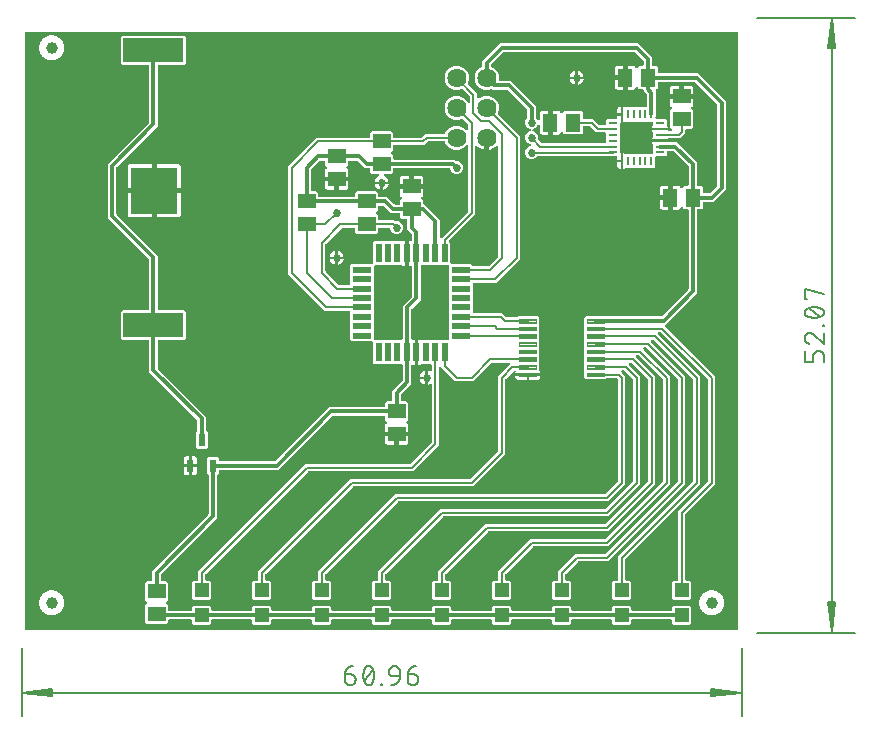
<source format=gtl>
G04 EAGLE Gerber RS-274X export*
G75*
%MOMM*%
%FSLAX34Y34*%
%LPD*%
%INTop Copper*%
%IPPOS*%
%AMOC8*
5,1,8,0,0,1.08239X$1,22.5*%
G01*
%ADD10C,0.130000*%
%ADD11C,0.152400*%
%ADD12R,0.550000X1.600000*%
%ADD13R,1.600000X0.550000*%
%ADD14R,0.260000X0.790000*%
%ADD15R,0.790000X0.260000*%
%ADD16C,0.102500*%
%ADD17R,0.600000X1.100000*%
%ADD18C,1.625600*%
%ADD19R,5.050000X2.100000*%
%ADD20R,4.000000X4.000000*%
%ADD21C,1.000000*%
%ADD22R,1.300000X1.500000*%
%ADD23R,1.500000X1.300000*%
%ADD24R,1.200000X1.200000*%
%ADD25C,0.203200*%
%ADD26C,0.685800*%
%ADD27C,0.330200*%

G36*
X605902Y2549D02*
X605902Y2549D01*
X605960Y2547D01*
X606042Y2569D01*
X606126Y2581D01*
X606179Y2604D01*
X606235Y2619D01*
X606308Y2662D01*
X606385Y2697D01*
X606430Y2735D01*
X606480Y2764D01*
X606538Y2826D01*
X606602Y2880D01*
X606634Y2929D01*
X606674Y2972D01*
X606713Y3047D01*
X606760Y3117D01*
X606777Y3173D01*
X606804Y3225D01*
X606815Y3293D01*
X606845Y3388D01*
X606848Y3488D01*
X606859Y3556D01*
X606859Y508000D01*
X606851Y508058D01*
X606853Y508116D01*
X606831Y508198D01*
X606819Y508282D01*
X606796Y508335D01*
X606781Y508391D01*
X606738Y508464D01*
X606703Y508541D01*
X606665Y508586D01*
X606636Y508636D01*
X606574Y508694D01*
X606520Y508758D01*
X606471Y508790D01*
X606428Y508830D01*
X606353Y508869D01*
X606283Y508916D01*
X606227Y508933D01*
X606175Y508960D01*
X606107Y508971D01*
X606012Y509001D01*
X605912Y509004D01*
X605844Y509015D01*
X3556Y509015D01*
X3498Y509007D01*
X3440Y509009D01*
X3358Y508987D01*
X3274Y508975D01*
X3221Y508952D01*
X3165Y508937D01*
X3092Y508894D01*
X3015Y508859D01*
X2970Y508821D01*
X2920Y508792D01*
X2862Y508730D01*
X2798Y508676D01*
X2766Y508627D01*
X2726Y508584D01*
X2687Y508509D01*
X2640Y508439D01*
X2623Y508383D01*
X2596Y508331D01*
X2585Y508263D01*
X2555Y508168D01*
X2552Y508068D01*
X2541Y508000D01*
X2541Y3556D01*
X2549Y3498D01*
X2547Y3440D01*
X2569Y3358D01*
X2581Y3274D01*
X2604Y3221D01*
X2619Y3165D01*
X2662Y3092D01*
X2697Y3015D01*
X2735Y2970D01*
X2764Y2920D01*
X2826Y2862D01*
X2880Y2798D01*
X2929Y2766D01*
X2972Y2726D01*
X3047Y2687D01*
X3117Y2640D01*
X3173Y2623D01*
X3225Y2596D01*
X3293Y2585D01*
X3388Y2555D01*
X3488Y2552D01*
X3556Y2541D01*
X605844Y2541D01*
X605902Y2549D01*
G37*
%LPC*%
G36*
X145558Y6867D02*
X145558Y6867D01*
X144367Y8058D01*
X144367Y10201D01*
X144359Y10259D01*
X144361Y10317D01*
X144339Y10399D01*
X144327Y10483D01*
X144304Y10536D01*
X144289Y10592D01*
X144246Y10665D01*
X144211Y10742D01*
X144173Y10787D01*
X144144Y10837D01*
X144082Y10895D01*
X144028Y10959D01*
X143979Y10991D01*
X143936Y11031D01*
X143861Y11070D01*
X143791Y11117D01*
X143735Y11134D01*
X143683Y11161D01*
X143615Y11172D01*
X143520Y11202D01*
X143420Y11205D01*
X143352Y11216D01*
X124848Y11216D01*
X124790Y11208D01*
X124732Y11210D01*
X124650Y11188D01*
X124566Y11176D01*
X124513Y11153D01*
X124457Y11138D01*
X124384Y11095D01*
X124307Y11060D01*
X124262Y11022D01*
X124212Y10993D01*
X124154Y10931D01*
X124090Y10877D01*
X124058Y10828D01*
X124018Y10785D01*
X123979Y10710D01*
X123932Y10640D01*
X123915Y10584D01*
X123888Y10532D01*
X123877Y10464D01*
X123847Y10369D01*
X123844Y10269D01*
X123833Y10201D01*
X123833Y8558D01*
X122642Y7367D01*
X105958Y7367D01*
X104767Y8558D01*
X104767Y23242D01*
X106207Y24682D01*
X106243Y24729D01*
X106285Y24769D01*
X106328Y24842D01*
X106378Y24909D01*
X106399Y24964D01*
X106429Y25014D01*
X106449Y25096D01*
X106480Y25175D01*
X106484Y25233D01*
X106499Y25290D01*
X106496Y25374D01*
X106503Y25458D01*
X106492Y25516D01*
X106490Y25574D01*
X106464Y25654D01*
X106447Y25737D01*
X106420Y25789D01*
X106402Y25845D01*
X106362Y25901D01*
X106316Y25989D01*
X106247Y26062D01*
X106207Y26118D01*
X104767Y27558D01*
X104767Y42242D01*
X105958Y43433D01*
X109601Y43433D01*
X109659Y43441D01*
X109717Y43439D01*
X109799Y43461D01*
X109883Y43473D01*
X109936Y43496D01*
X109992Y43511D01*
X110065Y43554D01*
X110142Y43589D01*
X110187Y43627D01*
X110237Y43656D01*
X110295Y43718D01*
X110359Y43772D01*
X110391Y43821D01*
X110431Y43864D01*
X110470Y43939D01*
X110517Y44009D01*
X110534Y44065D01*
X110561Y44117D01*
X110572Y44185D01*
X110602Y44280D01*
X110605Y44380D01*
X110616Y44448D01*
X110616Y52326D01*
X113071Y54781D01*
X113072Y54781D01*
X157919Y99628D01*
X157971Y99698D01*
X158031Y99762D01*
X158057Y99812D01*
X158090Y99856D01*
X158121Y99937D01*
X158161Y100015D01*
X158169Y100063D01*
X158191Y100121D01*
X158203Y100269D01*
X158216Y100346D01*
X158216Y133288D01*
X158204Y133375D01*
X158201Y133463D01*
X158184Y133515D01*
X158176Y133570D01*
X158141Y133650D01*
X158114Y133733D01*
X158086Y133772D01*
X158060Y133829D01*
X157964Y133943D01*
X157919Y134006D01*
X156867Y135058D01*
X156867Y147742D01*
X158058Y148933D01*
X165742Y148933D01*
X166933Y147742D01*
X166933Y146099D01*
X166941Y146041D01*
X166939Y145983D01*
X166961Y145901D01*
X166973Y145817D01*
X166996Y145764D01*
X167011Y145708D01*
X167054Y145635D01*
X167089Y145558D01*
X167127Y145513D01*
X167156Y145463D01*
X167218Y145405D01*
X167272Y145341D01*
X167321Y145309D01*
X167364Y145269D01*
X167439Y145230D01*
X167509Y145183D01*
X167565Y145166D01*
X167617Y145139D01*
X167685Y145128D01*
X167780Y145098D01*
X167880Y145095D01*
X167948Y145084D01*
X213954Y145084D01*
X214040Y145096D01*
X214128Y145099D01*
X214180Y145116D01*
X214235Y145124D01*
X214315Y145159D01*
X214398Y145186D01*
X214437Y145214D01*
X214495Y145240D01*
X214608Y145336D01*
X214671Y145381D01*
X260274Y190984D01*
X306952Y190984D01*
X307010Y190992D01*
X307068Y190990D01*
X307150Y191012D01*
X307234Y191024D01*
X307287Y191047D01*
X307343Y191062D01*
X307416Y191105D01*
X307493Y191140D01*
X307538Y191178D01*
X307588Y191207D01*
X307646Y191269D01*
X307710Y191323D01*
X307742Y191372D01*
X307782Y191415D01*
X307821Y191490D01*
X307868Y191560D01*
X307885Y191616D01*
X307912Y191668D01*
X307923Y191736D01*
X307953Y191831D01*
X307956Y191931D01*
X307967Y191999D01*
X307967Y194642D01*
X309158Y195833D01*
X312801Y195833D01*
X312859Y195841D01*
X312917Y195839D01*
X312999Y195861D01*
X313083Y195873D01*
X313136Y195896D01*
X313192Y195911D01*
X313265Y195954D01*
X313342Y195989D01*
X313387Y196027D01*
X313437Y196056D01*
X313495Y196118D01*
X313559Y196172D01*
X313591Y196221D01*
X313631Y196264D01*
X313670Y196339D01*
X313717Y196409D01*
X313734Y196465D01*
X313761Y196517D01*
X313772Y196585D01*
X313802Y196680D01*
X313805Y196780D01*
X313816Y196848D01*
X313816Y204726D01*
X316271Y207181D01*
X316272Y207181D01*
X322219Y213128D01*
X322271Y213198D01*
X322331Y213262D01*
X322357Y213312D01*
X322390Y213356D01*
X322421Y213437D01*
X322461Y213515D01*
X322469Y213563D01*
X322491Y213621D01*
X322503Y213769D01*
X322516Y213846D01*
X322516Y226552D01*
X322508Y226610D01*
X322510Y226668D01*
X322488Y226750D01*
X322476Y226834D01*
X322453Y226887D01*
X322438Y226943D01*
X322395Y227016D01*
X322360Y227093D01*
X322322Y227138D01*
X322293Y227188D01*
X322231Y227246D01*
X322177Y227310D01*
X322128Y227342D01*
X322085Y227382D01*
X322010Y227421D01*
X321940Y227468D01*
X321884Y227485D01*
X321832Y227512D01*
X321764Y227523D01*
X321669Y227553D01*
X321569Y227556D01*
X321501Y227567D01*
X298608Y227567D01*
X297417Y228758D01*
X297417Y245602D01*
X297409Y245660D01*
X297411Y245718D01*
X297389Y245800D01*
X297377Y245884D01*
X297354Y245937D01*
X297339Y245993D01*
X297296Y246066D01*
X297261Y246143D01*
X297223Y246188D01*
X297194Y246238D01*
X297132Y246296D01*
X297078Y246360D01*
X297029Y246392D01*
X296986Y246432D01*
X296911Y246471D01*
X296841Y246518D01*
X296785Y246535D01*
X296733Y246562D01*
X296665Y246573D01*
X296570Y246603D01*
X296470Y246606D01*
X296402Y246617D01*
X279558Y246617D01*
X278367Y247808D01*
X278367Y271336D01*
X278359Y271394D01*
X278361Y271452D01*
X278339Y271534D01*
X278327Y271618D01*
X278304Y271671D01*
X278289Y271727D01*
X278246Y271800D01*
X278211Y271877D01*
X278173Y271922D01*
X278144Y271972D01*
X278082Y272030D01*
X278028Y272094D01*
X277979Y272126D01*
X277936Y272166D01*
X277861Y272205D01*
X277791Y272252D01*
X277735Y272269D01*
X277683Y272296D01*
X277615Y272307D01*
X277520Y272337D01*
X277420Y272340D01*
X277352Y272351D01*
X256737Y272351D01*
X225551Y303537D01*
X225551Y394963D01*
X249537Y418949D01*
X294252Y418949D01*
X294310Y418957D01*
X294368Y418955D01*
X294450Y418977D01*
X294534Y418989D01*
X294587Y419012D01*
X294643Y419027D01*
X294716Y419070D01*
X294793Y419105D01*
X294838Y419143D01*
X294888Y419172D01*
X294946Y419234D01*
X295010Y419288D01*
X295042Y419337D01*
X295082Y419380D01*
X295121Y419455D01*
X295168Y419525D01*
X295185Y419581D01*
X295212Y419633D01*
X295223Y419701D01*
X295253Y419796D01*
X295256Y419896D01*
X295267Y419964D01*
X295267Y423242D01*
X296458Y424433D01*
X313142Y424433D01*
X314333Y423242D01*
X314333Y419964D01*
X314341Y419906D01*
X314339Y419848D01*
X314361Y419766D01*
X314373Y419682D01*
X314396Y419629D01*
X314411Y419573D01*
X314454Y419500D01*
X314489Y419423D01*
X314527Y419378D01*
X314556Y419328D01*
X314618Y419270D01*
X314672Y419206D01*
X314721Y419174D01*
X314764Y419134D01*
X314839Y419095D01*
X314909Y419048D01*
X314965Y419031D01*
X315017Y419004D01*
X315085Y418993D01*
X315180Y418963D01*
X315280Y418960D01*
X315348Y418949D01*
X338017Y418949D01*
X338103Y418961D01*
X338191Y418964D01*
X338243Y418981D01*
X338298Y418989D01*
X338378Y419024D01*
X338461Y419051D01*
X338500Y419079D01*
X338558Y419105D01*
X338671Y419201D01*
X338735Y419246D01*
X341637Y422149D01*
X357887Y422149D01*
X357888Y422149D01*
X357890Y422149D01*
X358030Y422169D01*
X358168Y422189D01*
X358170Y422189D01*
X358171Y422189D01*
X358299Y422247D01*
X358427Y422305D01*
X358429Y422306D01*
X358430Y422307D01*
X358537Y422398D01*
X358644Y422488D01*
X358645Y422490D01*
X358647Y422491D01*
X358655Y422504D01*
X358802Y422725D01*
X358811Y422754D01*
X358825Y422775D01*
X359686Y424856D01*
X362544Y427714D01*
X366279Y429261D01*
X370321Y429261D01*
X374056Y427714D01*
X376218Y425551D01*
X376242Y425534D01*
X376261Y425511D01*
X376355Y425449D01*
X376445Y425380D01*
X376473Y425370D01*
X376497Y425354D01*
X376605Y425319D01*
X376711Y425279D01*
X376740Y425277D01*
X376768Y425268D01*
X376882Y425265D01*
X376994Y425256D01*
X377023Y425261D01*
X377052Y425261D01*
X377162Y425289D01*
X377273Y425312D01*
X377299Y425325D01*
X377327Y425332D01*
X377425Y425390D01*
X377525Y425443D01*
X377547Y425463D01*
X377572Y425478D01*
X377649Y425560D01*
X377731Y425638D01*
X377746Y425664D01*
X377766Y425685D01*
X377818Y425786D01*
X377875Y425884D01*
X377882Y425912D01*
X377896Y425938D01*
X377909Y426015D01*
X377945Y426159D01*
X377943Y426222D01*
X377951Y426269D01*
X377951Y430117D01*
X377939Y430203D01*
X377936Y430291D01*
X377919Y430343D01*
X377911Y430398D01*
X377876Y430478D01*
X377849Y430561D01*
X377821Y430600D01*
X377795Y430658D01*
X377699Y430771D01*
X377654Y430835D01*
X373508Y434981D01*
X373506Y434982D01*
X373505Y434983D01*
X373395Y435065D01*
X373280Y435152D01*
X373279Y435152D01*
X373278Y435153D01*
X373146Y435203D01*
X373015Y435253D01*
X373013Y435253D01*
X373012Y435254D01*
X372867Y435265D01*
X372731Y435276D01*
X372730Y435276D01*
X372728Y435276D01*
X372713Y435273D01*
X372453Y435221D01*
X372426Y435207D01*
X372401Y435201D01*
X370321Y434339D01*
X366279Y434339D01*
X362544Y435886D01*
X359686Y438744D01*
X358139Y442479D01*
X358139Y446521D01*
X359686Y450256D01*
X362544Y453114D01*
X366279Y454661D01*
X370321Y454661D01*
X374056Y453114D01*
X376914Y450256D01*
X377522Y448787D01*
X377566Y448713D01*
X377601Y448635D01*
X377638Y448591D01*
X377667Y448542D01*
X377729Y448483D01*
X377785Y448418D01*
X377832Y448386D01*
X377873Y448347D01*
X377950Y448308D01*
X378021Y448260D01*
X378075Y448243D01*
X378126Y448217D01*
X378210Y448200D01*
X378292Y448174D01*
X378349Y448173D01*
X378405Y448162D01*
X378490Y448169D01*
X378576Y448167D01*
X378631Y448182D01*
X378688Y448186D01*
X378769Y448217D01*
X378851Y448239D01*
X378900Y448268D01*
X378953Y448288D01*
X379022Y448340D01*
X379096Y448384D01*
X379135Y448426D01*
X379180Y448460D01*
X379232Y448529D01*
X379290Y448592D01*
X379316Y448642D01*
X379350Y448688D01*
X379381Y448768D01*
X379420Y448845D01*
X379428Y448893D01*
X379451Y448954D01*
X379461Y449082D01*
X379461Y449083D01*
X379461Y449087D01*
X379462Y449098D01*
X379475Y449176D01*
X379475Y453993D01*
X379463Y454079D01*
X379460Y454167D01*
X379443Y454219D01*
X379435Y454274D01*
X379400Y454354D01*
X379373Y454437D01*
X379345Y454476D01*
X379319Y454534D01*
X379223Y454647D01*
X379178Y454711D01*
X373508Y460381D01*
X373506Y460382D01*
X373505Y460383D01*
X373395Y460465D01*
X373280Y460552D01*
X373279Y460552D01*
X373278Y460553D01*
X373146Y460603D01*
X373015Y460653D01*
X373013Y460653D01*
X373012Y460654D01*
X372867Y460665D01*
X372731Y460676D01*
X372730Y460676D01*
X372728Y460676D01*
X372713Y460673D01*
X372453Y460621D01*
X372426Y460607D01*
X372401Y460601D01*
X370321Y459739D01*
X366279Y459739D01*
X362544Y461286D01*
X359686Y464144D01*
X358139Y467879D01*
X358139Y471921D01*
X359686Y475656D01*
X362544Y478514D01*
X366279Y480061D01*
X370321Y480061D01*
X374056Y478514D01*
X376914Y475656D01*
X378461Y471921D01*
X378461Y467879D01*
X377599Y465799D01*
X377599Y465797D01*
X377598Y465796D01*
X377564Y465662D01*
X377528Y465523D01*
X377528Y465522D01*
X377528Y465520D01*
X377532Y465378D01*
X377536Y465239D01*
X377537Y465238D01*
X377537Y465236D01*
X377580Y465103D01*
X377623Y464969D01*
X377624Y464967D01*
X377624Y464966D01*
X377633Y464954D01*
X377781Y464732D01*
X377805Y464713D01*
X377819Y464692D01*
X383489Y459022D01*
X383490Y459022D01*
X385573Y456939D01*
X385573Y453193D01*
X385577Y453164D01*
X385574Y453135D01*
X385597Y453024D01*
X385613Y452912D01*
X385625Y452885D01*
X385630Y452856D01*
X385683Y452755D01*
X385729Y452652D01*
X385748Y452630D01*
X385761Y452604D01*
X385839Y452522D01*
X385912Y452435D01*
X385937Y452419D01*
X385957Y452398D01*
X386055Y452341D01*
X386149Y452278D01*
X386177Y452269D01*
X386202Y452254D01*
X386312Y452226D01*
X386420Y452192D01*
X386450Y452191D01*
X386478Y452184D01*
X386591Y452188D01*
X386704Y452185D01*
X386733Y452192D01*
X386762Y452193D01*
X386870Y452228D01*
X386979Y452256D01*
X387005Y452271D01*
X387033Y452280D01*
X387097Y452326D01*
X387224Y452402D01*
X387267Y452447D01*
X387306Y452475D01*
X387944Y453114D01*
X391679Y454661D01*
X395721Y454661D01*
X399456Y453114D01*
X402314Y450256D01*
X403861Y446521D01*
X403861Y442479D01*
X402999Y440399D01*
X402999Y440397D01*
X402998Y440396D01*
X402964Y440262D01*
X402928Y440123D01*
X402928Y440122D01*
X402928Y440120D01*
X402932Y439980D01*
X402936Y439839D01*
X402937Y439838D01*
X402937Y439836D01*
X402980Y439703D01*
X403023Y439569D01*
X403024Y439567D01*
X403024Y439566D01*
X403033Y439554D01*
X403181Y439332D01*
X403205Y439313D01*
X403219Y439292D01*
X422149Y420363D01*
X422149Y316237D01*
X402263Y296351D01*
X383048Y296351D01*
X382990Y296343D01*
X382932Y296345D01*
X382850Y296323D01*
X382766Y296311D01*
X382713Y296288D01*
X382657Y296273D01*
X382584Y296230D01*
X382507Y296195D01*
X382462Y296157D01*
X382412Y296128D01*
X382354Y296066D01*
X382290Y296012D01*
X382258Y295963D01*
X382218Y295920D01*
X382179Y295845D01*
X382132Y295775D01*
X382115Y295719D01*
X382088Y295667D01*
X382077Y295599D01*
X382047Y295504D01*
X382044Y295404D01*
X382033Y295336D01*
X382033Y271464D01*
X382041Y271406D01*
X382039Y271348D01*
X382061Y271266D01*
X382073Y271182D01*
X382096Y271129D01*
X382111Y271073D01*
X382154Y271000D01*
X382189Y270923D01*
X382227Y270878D01*
X382256Y270828D01*
X382318Y270770D01*
X382372Y270706D01*
X382421Y270674D01*
X382464Y270634D01*
X382539Y270595D01*
X382609Y270548D01*
X382665Y270531D01*
X382717Y270504D01*
X382785Y270493D01*
X382880Y270463D01*
X382980Y270460D01*
X383048Y270449D01*
X406963Y270449D01*
X410015Y267396D01*
X410085Y267344D01*
X410149Y267284D01*
X410199Y267258D01*
X410243Y267225D01*
X410324Y267194D01*
X410402Y267154D01*
X410450Y267146D01*
X410508Y267124D01*
X410656Y267112D01*
X410733Y267099D01*
X418654Y267099D01*
X418740Y267111D01*
X418828Y267114D01*
X418880Y267131D01*
X418935Y267139D01*
X419015Y267174D01*
X419098Y267201D01*
X419138Y267229D01*
X419195Y267255D01*
X419308Y267351D01*
X419372Y267396D01*
X420108Y268133D01*
X436892Y268133D01*
X438383Y266642D01*
X438383Y261448D01*
X438365Y261431D01*
X438322Y261358D01*
X438272Y261291D01*
X438251Y261236D01*
X438221Y261186D01*
X438200Y261104D01*
X438170Y261025D01*
X438165Y260967D01*
X438151Y260910D01*
X438154Y260826D01*
X438147Y260742D01*
X438158Y260684D01*
X438160Y260626D01*
X438186Y260546D01*
X438203Y260463D01*
X438230Y260411D01*
X438248Y260355D01*
X438287Y260299D01*
X438334Y260211D01*
X438383Y260159D01*
X438383Y254948D01*
X438365Y254931D01*
X438322Y254858D01*
X438272Y254791D01*
X438251Y254736D01*
X438221Y254686D01*
X438200Y254604D01*
X438170Y254525D01*
X438165Y254467D01*
X438151Y254410D01*
X438154Y254326D01*
X438147Y254242D01*
X438158Y254184D01*
X438160Y254126D01*
X438186Y254046D01*
X438203Y253963D01*
X438230Y253911D01*
X438248Y253855D01*
X438287Y253799D01*
X438334Y253711D01*
X438383Y253659D01*
X438383Y248448D01*
X438365Y248431D01*
X438322Y248358D01*
X438272Y248291D01*
X438251Y248236D01*
X438221Y248186D01*
X438200Y248104D01*
X438170Y248025D01*
X438165Y247967D01*
X438151Y247910D01*
X438154Y247826D01*
X438147Y247742D01*
X438158Y247684D01*
X438160Y247626D01*
X438186Y247546D01*
X438203Y247463D01*
X438230Y247411D01*
X438248Y247355D01*
X438287Y247299D01*
X438334Y247211D01*
X438383Y247159D01*
X438383Y241948D01*
X438365Y241931D01*
X438322Y241858D01*
X438272Y241791D01*
X438251Y241736D01*
X438221Y241686D01*
X438200Y241604D01*
X438170Y241525D01*
X438165Y241467D01*
X438151Y241410D01*
X438154Y241326D01*
X438147Y241242D01*
X438158Y241184D01*
X438160Y241126D01*
X438186Y241046D01*
X438203Y240963D01*
X438230Y240911D01*
X438248Y240855D01*
X438287Y240799D01*
X438334Y240711D01*
X438383Y240659D01*
X438383Y235448D01*
X438365Y235431D01*
X438322Y235358D01*
X438272Y235291D01*
X438251Y235236D01*
X438221Y235186D01*
X438200Y235104D01*
X438170Y235025D01*
X438165Y234967D01*
X438151Y234910D01*
X438154Y234826D01*
X438147Y234742D01*
X438158Y234684D01*
X438160Y234626D01*
X438186Y234546D01*
X438203Y234463D01*
X438230Y234411D01*
X438248Y234355D01*
X438287Y234299D01*
X438334Y234211D01*
X438383Y234159D01*
X438383Y228948D01*
X438365Y228931D01*
X438322Y228858D01*
X438272Y228791D01*
X438251Y228736D01*
X438221Y228686D01*
X438200Y228604D01*
X438170Y228525D01*
X438165Y228467D01*
X438151Y228410D01*
X438154Y228326D01*
X438147Y228242D01*
X438158Y228184D01*
X438160Y228126D01*
X438186Y228046D01*
X438203Y227963D01*
X438230Y227911D01*
X438248Y227855D01*
X438287Y227799D01*
X438334Y227711D01*
X438383Y227659D01*
X438383Y222058D01*
X438396Y221961D01*
X438401Y221864D01*
X438415Y221827D01*
X438423Y221776D01*
X438493Y221619D01*
X438519Y221550D01*
X438683Y221266D01*
X438891Y220490D01*
X438891Y219574D01*
X428509Y219574D01*
X428499Y219573D01*
X428491Y219574D01*
X418109Y219574D01*
X418109Y220489D01*
X418157Y220666D01*
X418159Y220685D01*
X418166Y220704D01*
X418176Y220826D01*
X418191Y220948D01*
X418188Y220967D01*
X418189Y220987D01*
X418165Y221107D01*
X418146Y221229D01*
X418137Y221246D01*
X418134Y221266D01*
X418077Y221375D01*
X418025Y221486D01*
X418012Y221500D01*
X418003Y221518D01*
X417918Y221607D01*
X417837Y221699D01*
X417820Y221710D01*
X417807Y221724D01*
X417701Y221786D01*
X417597Y221852D01*
X417578Y221858D01*
X417561Y221868D01*
X417443Y221898D01*
X417325Y221933D01*
X417305Y221933D01*
X417286Y221938D01*
X417163Y221934D01*
X417040Y221935D01*
X417021Y221929D01*
X417002Y221929D01*
X416885Y221891D01*
X416767Y221858D01*
X416750Y221847D01*
X416731Y221841D01*
X416672Y221799D01*
X416525Y221708D01*
X416491Y221670D01*
X416458Y221646D01*
X409746Y214935D01*
X409694Y214865D01*
X409634Y214801D01*
X409608Y214751D01*
X409575Y214707D01*
X409544Y214626D01*
X409504Y214548D01*
X409496Y214500D01*
X409474Y214442D01*
X409462Y214294D01*
X409449Y214217D01*
X409449Y151137D01*
X382263Y123951D01*
X281083Y123951D01*
X280997Y123939D01*
X280909Y123936D01*
X280857Y123919D01*
X280802Y123911D01*
X280722Y123876D01*
X280639Y123849D01*
X280600Y123821D01*
X280542Y123795D01*
X280429Y123699D01*
X280365Y123654D01*
X206546Y49835D01*
X206494Y49765D01*
X206434Y49701D01*
X206408Y49651D01*
X206375Y49607D01*
X206344Y49526D01*
X206304Y49448D01*
X206296Y49400D01*
X206274Y49342D01*
X206262Y49194D01*
X206249Y49117D01*
X206249Y44948D01*
X206257Y44890D01*
X206255Y44832D01*
X206277Y44750D01*
X206289Y44666D01*
X206312Y44613D01*
X206327Y44557D01*
X206370Y44484D01*
X206405Y44407D01*
X206443Y44362D01*
X206472Y44312D01*
X206534Y44254D01*
X206588Y44190D01*
X206637Y44158D01*
X206680Y44118D01*
X206755Y44079D01*
X206825Y44032D01*
X206881Y44015D01*
X206933Y43988D01*
X207001Y43977D01*
X207096Y43947D01*
X207196Y43944D01*
X207264Y43933D01*
X210042Y43933D01*
X211233Y42742D01*
X211233Y29058D01*
X210042Y27867D01*
X196358Y27867D01*
X195167Y29058D01*
X195167Y42742D01*
X196358Y43933D01*
X199136Y43933D01*
X199194Y43941D01*
X199252Y43939D01*
X199334Y43961D01*
X199418Y43973D01*
X199471Y43996D01*
X199527Y44011D01*
X199600Y44054D01*
X199677Y44089D01*
X199722Y44127D01*
X199772Y44156D01*
X199830Y44218D01*
X199894Y44272D01*
X199926Y44321D01*
X199966Y44364D01*
X200005Y44439D01*
X200052Y44509D01*
X200069Y44565D01*
X200096Y44617D01*
X200107Y44685D01*
X200137Y44780D01*
X200140Y44880D01*
X200151Y44948D01*
X200151Y52063D01*
X278137Y130049D01*
X379317Y130049D01*
X379403Y130061D01*
X379491Y130064D01*
X379543Y130081D01*
X379598Y130089D01*
X379678Y130124D01*
X379761Y130151D01*
X379800Y130179D01*
X379858Y130205D01*
X379971Y130301D01*
X380035Y130346D01*
X403054Y153365D01*
X403106Y153435D01*
X403166Y153499D01*
X403192Y153549D01*
X403225Y153593D01*
X403256Y153674D01*
X403296Y153752D01*
X403304Y153800D01*
X403326Y153858D01*
X403338Y154006D01*
X403351Y154083D01*
X403351Y217163D01*
X405434Y219246D01*
X405435Y219246D01*
X412957Y226768D01*
X412974Y226792D01*
X412997Y226811D01*
X413060Y226905D01*
X413127Y226995D01*
X413138Y227023D01*
X413154Y227047D01*
X413188Y227155D01*
X413229Y227261D01*
X413231Y227290D01*
X413240Y227318D01*
X413243Y227431D01*
X413252Y227544D01*
X413247Y227573D01*
X413247Y227602D01*
X413219Y227712D01*
X413196Y227823D01*
X413183Y227849D01*
X413175Y227877D01*
X413118Y227975D01*
X413065Y228075D01*
X413045Y228097D01*
X413030Y228122D01*
X412948Y228199D01*
X412870Y228281D01*
X412844Y228296D01*
X412823Y228316D01*
X412722Y228368D01*
X412624Y228425D01*
X412596Y228432D01*
X412570Y228446D01*
X412492Y228459D01*
X412349Y228495D01*
X412286Y228493D01*
X412239Y228501D01*
X398333Y228501D01*
X398247Y228489D01*
X398159Y228486D01*
X398107Y228469D01*
X398052Y228461D01*
X397972Y228426D01*
X397889Y228399D01*
X397850Y228371D01*
X397792Y228345D01*
X397679Y228249D01*
X397615Y228204D01*
X382263Y212851D01*
X367037Y212851D01*
X364954Y214934D01*
X364954Y214935D01*
X354982Y224907D01*
X354958Y224924D01*
X354939Y224947D01*
X354845Y225009D01*
X354755Y225077D01*
X354727Y225088D01*
X354703Y225104D01*
X354595Y225138D01*
X354489Y225179D01*
X354460Y225181D01*
X354432Y225190D01*
X354318Y225193D01*
X354206Y225202D01*
X354177Y225197D01*
X354148Y225197D01*
X354038Y225169D01*
X353927Y225146D01*
X353901Y225133D01*
X353873Y225125D01*
X353775Y225068D01*
X353675Y225015D01*
X353653Y224995D01*
X353628Y224980D01*
X353551Y224898D01*
X353469Y224820D01*
X353454Y224794D01*
X353434Y224773D01*
X353382Y224672D01*
X353325Y224574D01*
X353318Y224546D01*
X353304Y224520D01*
X353291Y224442D01*
X353255Y224299D01*
X353257Y224236D01*
X353249Y224189D01*
X353249Y158437D01*
X331463Y136651D01*
X242983Y136651D01*
X242897Y136639D01*
X242809Y136636D01*
X242757Y136619D01*
X242702Y136611D01*
X242622Y136576D01*
X242539Y136549D01*
X242500Y136521D01*
X242442Y136495D01*
X242329Y136399D01*
X242265Y136354D01*
X155746Y49835D01*
X155694Y49765D01*
X155634Y49701D01*
X155608Y49651D01*
X155575Y49607D01*
X155544Y49526D01*
X155504Y49448D01*
X155496Y49400D01*
X155474Y49342D01*
X155462Y49194D01*
X155449Y49117D01*
X155449Y44948D01*
X155457Y44890D01*
X155455Y44832D01*
X155477Y44750D01*
X155489Y44666D01*
X155512Y44613D01*
X155527Y44557D01*
X155570Y44484D01*
X155605Y44407D01*
X155643Y44362D01*
X155672Y44312D01*
X155734Y44254D01*
X155788Y44190D01*
X155837Y44158D01*
X155880Y44118D01*
X155955Y44079D01*
X156025Y44032D01*
X156081Y44015D01*
X156133Y43988D01*
X156201Y43977D01*
X156296Y43947D01*
X156396Y43944D01*
X156464Y43933D01*
X159242Y43933D01*
X160433Y42742D01*
X160433Y29058D01*
X159242Y27867D01*
X145558Y27867D01*
X144367Y29058D01*
X144367Y42742D01*
X145558Y43933D01*
X148336Y43933D01*
X148394Y43941D01*
X148452Y43939D01*
X148534Y43961D01*
X148618Y43973D01*
X148671Y43996D01*
X148727Y44011D01*
X148800Y44054D01*
X148877Y44089D01*
X148922Y44127D01*
X148972Y44156D01*
X149030Y44218D01*
X149094Y44272D01*
X149126Y44321D01*
X149166Y44364D01*
X149205Y44439D01*
X149252Y44509D01*
X149269Y44565D01*
X149296Y44617D01*
X149307Y44685D01*
X149337Y44780D01*
X149340Y44880D01*
X149351Y44948D01*
X149351Y52063D01*
X240037Y142749D01*
X328517Y142749D01*
X328603Y142761D01*
X328691Y142764D01*
X328743Y142781D01*
X328798Y142789D01*
X328878Y142824D01*
X328961Y142851D01*
X329000Y142879D01*
X329058Y142905D01*
X329171Y143001D01*
X329235Y143046D01*
X346854Y160665D01*
X346906Y160735D01*
X346966Y160799D01*
X346992Y160849D01*
X347025Y160893D01*
X347056Y160974D01*
X347096Y161052D01*
X347104Y161100D01*
X347126Y161158D01*
X347138Y161306D01*
X347151Y161383D01*
X347151Y209680D01*
X347144Y209733D01*
X347145Y209768D01*
X347134Y209809D01*
X347125Y209908D01*
X347115Y209934D01*
X347111Y209961D01*
X347064Y210066D01*
X347023Y210173D01*
X347007Y210196D01*
X346995Y210221D01*
X346921Y210308D01*
X346852Y210400D01*
X346829Y210417D01*
X346812Y210438D01*
X346716Y210501D01*
X346624Y210570D01*
X346598Y210580D01*
X346575Y210595D01*
X346465Y210630D01*
X346358Y210671D01*
X346330Y210673D01*
X346304Y210681D01*
X346189Y210684D01*
X346075Y210693D01*
X346050Y210688D01*
X346020Y210688D01*
X345763Y210621D01*
X345747Y210618D01*
X344641Y210160D01*
X343915Y210015D01*
X343915Y215900D01*
X343915Y221785D01*
X344641Y221640D01*
X345747Y221182D01*
X345859Y221153D01*
X345968Y221119D01*
X345996Y221118D01*
X346023Y221111D01*
X346137Y221114D01*
X346252Y221112D01*
X346279Y221119D01*
X346307Y221119D01*
X346416Y221154D01*
X346527Y221183D01*
X346551Y221197D01*
X346578Y221206D01*
X346673Y221270D01*
X346772Y221329D01*
X346791Y221349D01*
X346814Y221364D01*
X346888Y221452D01*
X346966Y221536D01*
X346979Y221561D01*
X346997Y221582D01*
X347043Y221687D01*
X347096Y221789D01*
X347100Y221814D01*
X347112Y221842D01*
X347149Y222105D01*
X347151Y222120D01*
X347151Y226552D01*
X347143Y226610D01*
X347145Y226668D01*
X347123Y226750D01*
X347111Y226834D01*
X347088Y226887D01*
X347073Y226943D01*
X347030Y227016D01*
X346995Y227093D01*
X346957Y227138D01*
X346928Y227188D01*
X346866Y227246D01*
X346812Y227310D01*
X346763Y227342D01*
X346720Y227382D01*
X346645Y227421D01*
X346575Y227468D01*
X346519Y227485D01*
X346467Y227512D01*
X346399Y227523D01*
X346304Y227553D01*
X346204Y227556D01*
X346136Y227567D01*
X338783Y227567D01*
X338686Y227554D01*
X338589Y227549D01*
X338552Y227535D01*
X338501Y227527D01*
X338344Y227457D01*
X338275Y227431D01*
X337931Y227232D01*
X337284Y227059D01*
X335574Y227059D01*
X335574Y237241D01*
X335566Y237299D01*
X335568Y237357D01*
X335546Y237439D01*
X335534Y237522D01*
X335511Y237576D01*
X335504Y237600D01*
X335519Y237628D01*
X335530Y237696D01*
X335560Y237791D01*
X335563Y237891D01*
X335574Y237959D01*
X335574Y248141D01*
X337284Y248141D01*
X337931Y247968D01*
X338275Y247769D01*
X338365Y247732D01*
X338452Y247688D01*
X338491Y247682D01*
X338539Y247662D01*
X338710Y247645D01*
X338783Y247633D01*
X360952Y247633D01*
X361010Y247641D01*
X361068Y247639D01*
X361150Y247661D01*
X361234Y247673D01*
X361287Y247696D01*
X361343Y247711D01*
X361416Y247754D01*
X361493Y247789D01*
X361538Y247827D01*
X361588Y247856D01*
X361646Y247918D01*
X361710Y247972D01*
X361742Y248021D01*
X361782Y248064D01*
X361821Y248139D01*
X361868Y248209D01*
X361885Y248265D01*
X361912Y248317D01*
X361923Y248385D01*
X361953Y248480D01*
X361956Y248580D01*
X361967Y248648D01*
X361967Y310152D01*
X361959Y310210D01*
X361961Y310268D01*
X361939Y310350D01*
X361927Y310434D01*
X361904Y310487D01*
X361889Y310543D01*
X361846Y310616D01*
X361811Y310693D01*
X361773Y310738D01*
X361744Y310788D01*
X361682Y310846D01*
X361628Y310910D01*
X361579Y310942D01*
X361536Y310982D01*
X361461Y311021D01*
X361391Y311068D01*
X361335Y311085D01*
X361283Y311112D01*
X361215Y311123D01*
X361120Y311153D01*
X361020Y311156D01*
X360952Y311167D01*
X338899Y311167D01*
X338841Y311159D01*
X338783Y311161D01*
X338701Y311139D01*
X338617Y311127D01*
X338564Y311104D01*
X338508Y311089D01*
X338435Y311046D01*
X338358Y311011D01*
X338313Y310973D01*
X338263Y310944D01*
X338205Y310882D01*
X338141Y310828D01*
X338109Y310779D01*
X338069Y310736D01*
X338030Y310661D01*
X337983Y310591D01*
X337966Y310535D01*
X337939Y310483D01*
X337928Y310415D01*
X337898Y310320D01*
X337895Y310220D01*
X337884Y310152D01*
X337884Y281874D01*
X330181Y274171D01*
X330129Y274102D01*
X330069Y274038D01*
X330043Y273988D01*
X330010Y273944D01*
X329979Y273863D01*
X329939Y273785D01*
X329931Y273737D01*
X329909Y273679D01*
X329897Y273531D01*
X329884Y273454D01*
X329884Y249134D01*
X329891Y249085D01*
X329888Y249037D01*
X329910Y248945D01*
X329924Y248852D01*
X329944Y248808D01*
X329955Y248760D01*
X330001Y248679D01*
X330040Y248593D01*
X330071Y248555D01*
X330096Y248513D01*
X330163Y248448D01*
X330223Y248376D01*
X330264Y248349D01*
X330299Y248315D01*
X330382Y248270D01*
X330460Y248218D01*
X330507Y248203D01*
X330550Y248180D01*
X330642Y248161D01*
X330731Y248132D01*
X330780Y248131D01*
X330828Y248121D01*
X330902Y248128D01*
X331015Y248125D01*
X331075Y248141D01*
X332826Y248141D01*
X332826Y237959D01*
X332834Y237901D01*
X332832Y237843D01*
X332854Y237761D01*
X332866Y237678D01*
X332889Y237624D01*
X332896Y237600D01*
X332881Y237572D01*
X332870Y237504D01*
X332840Y237409D01*
X332837Y237309D01*
X332826Y237241D01*
X332826Y227059D01*
X331093Y227059D01*
X331067Y227068D01*
X330973Y227070D01*
X330880Y227081D01*
X330832Y227074D01*
X330783Y227075D01*
X330692Y227051D01*
X330599Y227036D01*
X330555Y227015D01*
X330508Y227003D01*
X330427Y226955D01*
X330342Y226915D01*
X330305Y226883D01*
X330263Y226858D01*
X330199Y226789D01*
X330128Y226727D01*
X330102Y226686D01*
X330069Y226650D01*
X330026Y226567D01*
X329975Y226488D01*
X329961Y226441D01*
X329939Y226397D01*
X329927Y226324D01*
X329895Y226215D01*
X329894Y226128D01*
X329884Y226066D01*
X329884Y210374D01*
X327429Y207919D01*
X327428Y207919D01*
X321481Y201972D01*
X321429Y201902D01*
X321369Y201838D01*
X321343Y201788D01*
X321310Y201744D01*
X321279Y201663D01*
X321239Y201585D01*
X321231Y201537D01*
X321209Y201479D01*
X321197Y201331D01*
X321184Y201254D01*
X321184Y196848D01*
X321192Y196790D01*
X321190Y196732D01*
X321212Y196650D01*
X321224Y196566D01*
X321247Y196513D01*
X321262Y196457D01*
X321305Y196384D01*
X321340Y196307D01*
X321378Y196262D01*
X321407Y196212D01*
X321469Y196154D01*
X321523Y196090D01*
X321572Y196058D01*
X321615Y196018D01*
X321690Y195979D01*
X321760Y195932D01*
X321816Y195915D01*
X321868Y195888D01*
X321936Y195877D01*
X322031Y195847D01*
X322131Y195844D01*
X322199Y195833D01*
X325842Y195833D01*
X327033Y194642D01*
X327033Y179958D01*
X325814Y178739D01*
X325785Y178701D01*
X325749Y178668D01*
X325700Y178587D01*
X325643Y178512D01*
X325626Y178467D01*
X325600Y178425D01*
X325575Y178334D01*
X325542Y178247D01*
X325538Y178198D01*
X325525Y178151D01*
X325526Y178057D01*
X325518Y177963D01*
X325528Y177916D01*
X325529Y177867D01*
X325556Y177777D01*
X325574Y177685D01*
X325597Y177641D01*
X325611Y177595D01*
X325662Y177516D01*
X325705Y177432D01*
X325739Y177397D01*
X325765Y177356D01*
X325823Y177309D01*
X325901Y177226D01*
X325976Y177182D01*
X326024Y177142D01*
X326560Y176833D01*
X327033Y176360D01*
X327368Y175781D01*
X327541Y175134D01*
X327541Y170331D01*
X318516Y170331D01*
X318458Y170323D01*
X318400Y170324D01*
X318318Y170303D01*
X318235Y170291D01*
X318181Y170267D01*
X318125Y170253D01*
X318052Y170210D01*
X317975Y170175D01*
X317931Y170137D01*
X317880Y170107D01*
X317823Y170046D01*
X317758Y169991D01*
X317726Y169943D01*
X317686Y169900D01*
X317647Y169825D01*
X317601Y169755D01*
X317583Y169699D01*
X317556Y169647D01*
X317545Y169579D01*
X317515Y169484D01*
X317512Y169384D01*
X317501Y169316D01*
X317501Y168299D01*
X317499Y168299D01*
X317499Y169316D01*
X317491Y169374D01*
X317492Y169432D01*
X317471Y169514D01*
X317459Y169597D01*
X317435Y169651D01*
X317421Y169707D01*
X317378Y169780D01*
X317343Y169857D01*
X317305Y169901D01*
X317275Y169952D01*
X317214Y170009D01*
X317159Y170074D01*
X317111Y170106D01*
X317068Y170146D01*
X316993Y170185D01*
X316923Y170231D01*
X316867Y170249D01*
X316815Y170276D01*
X316747Y170287D01*
X316652Y170317D01*
X316552Y170320D01*
X316484Y170331D01*
X307459Y170331D01*
X307459Y175134D01*
X307632Y175781D01*
X307967Y176360D01*
X308440Y176833D01*
X308976Y177142D01*
X309014Y177172D01*
X309057Y177195D01*
X309125Y177259D01*
X309199Y177318D01*
X309228Y177357D01*
X309263Y177391D01*
X309311Y177472D01*
X309366Y177548D01*
X309382Y177594D01*
X309407Y177636D01*
X309430Y177727D01*
X309462Y177815D01*
X309465Y177864D01*
X309477Y177911D01*
X309474Y178005D01*
X309480Y178099D01*
X309470Y178147D01*
X309468Y178196D01*
X309439Y178285D01*
X309419Y178377D01*
X309396Y178420D01*
X309381Y178466D01*
X309338Y178526D01*
X309283Y178627D01*
X309222Y178688D01*
X309186Y178739D01*
X307967Y179958D01*
X307967Y182601D01*
X307959Y182659D01*
X307961Y182717D01*
X307939Y182799D01*
X307927Y182883D01*
X307904Y182936D01*
X307889Y182992D01*
X307846Y183065D01*
X307811Y183142D01*
X307773Y183187D01*
X307744Y183237D01*
X307682Y183295D01*
X307628Y183359D01*
X307579Y183391D01*
X307536Y183431D01*
X307461Y183470D01*
X307391Y183517D01*
X307335Y183534D01*
X307283Y183561D01*
X307215Y183572D01*
X307120Y183602D01*
X307020Y183605D01*
X306952Y183616D01*
X263746Y183616D01*
X263660Y183604D01*
X263572Y183601D01*
X263520Y183584D01*
X263465Y183576D01*
X263385Y183541D01*
X263302Y183514D01*
X263263Y183486D01*
X263205Y183460D01*
X263092Y183364D01*
X263029Y183319D01*
X217426Y137716D01*
X167948Y137716D01*
X167890Y137708D01*
X167832Y137710D01*
X167750Y137688D01*
X167666Y137676D01*
X167613Y137653D01*
X167557Y137638D01*
X167484Y137595D01*
X167407Y137560D01*
X167362Y137522D01*
X167312Y137493D01*
X167254Y137431D01*
X167190Y137377D01*
X167158Y137328D01*
X167118Y137285D01*
X167079Y137210D01*
X167032Y137140D01*
X167015Y137084D01*
X166988Y137032D01*
X166977Y136964D01*
X166947Y136869D01*
X166944Y136769D01*
X166933Y136701D01*
X166933Y135058D01*
X165881Y134006D01*
X165829Y133937D01*
X165769Y133873D01*
X165743Y133823D01*
X165710Y133779D01*
X165679Y133697D01*
X165639Y133620D01*
X165631Y133572D01*
X165609Y133514D01*
X165597Y133366D01*
X165584Y133288D01*
X165584Y96874D01*
X163129Y94419D01*
X163128Y94419D01*
X118281Y49572D01*
X118229Y49502D01*
X118169Y49438D01*
X118143Y49388D01*
X118110Y49344D01*
X118079Y49263D01*
X118039Y49185D01*
X118031Y49137D01*
X118009Y49079D01*
X117997Y48931D01*
X117984Y48854D01*
X117984Y44448D01*
X117992Y44390D01*
X117990Y44332D01*
X118012Y44250D01*
X118024Y44166D01*
X118047Y44113D01*
X118062Y44057D01*
X118105Y43984D01*
X118140Y43907D01*
X118178Y43862D01*
X118207Y43812D01*
X118269Y43754D01*
X118323Y43690D01*
X118372Y43658D01*
X118415Y43618D01*
X118490Y43579D01*
X118560Y43532D01*
X118616Y43515D01*
X118668Y43488D01*
X118736Y43477D01*
X118831Y43447D01*
X118931Y43444D01*
X118999Y43433D01*
X122642Y43433D01*
X123833Y42242D01*
X123833Y27558D01*
X122393Y26118D01*
X122358Y26071D01*
X122315Y26031D01*
X122272Y25958D01*
X122222Y25891D01*
X122201Y25836D01*
X122171Y25786D01*
X122151Y25704D01*
X122120Y25625D01*
X122116Y25567D01*
X122101Y25510D01*
X122104Y25426D01*
X122097Y25342D01*
X122108Y25284D01*
X122110Y25226D01*
X122136Y25146D01*
X122153Y25063D01*
X122180Y25011D01*
X122198Y24955D01*
X122238Y24899D01*
X122284Y24811D01*
X122352Y24738D01*
X122393Y24682D01*
X123833Y23242D01*
X123833Y19599D01*
X123841Y19541D01*
X123839Y19483D01*
X123861Y19401D01*
X123873Y19317D01*
X123897Y19264D01*
X123911Y19208D01*
X123954Y19135D01*
X123989Y19058D01*
X124027Y19013D01*
X124056Y18963D01*
X124118Y18905D01*
X124172Y18841D01*
X124221Y18809D01*
X124264Y18769D01*
X124339Y18730D01*
X124409Y18683D01*
X124465Y18666D01*
X124517Y18639D01*
X124585Y18628D01*
X124680Y18598D01*
X124780Y18595D01*
X124848Y18584D01*
X143352Y18584D01*
X143410Y18592D01*
X143468Y18590D01*
X143550Y18612D01*
X143634Y18624D01*
X143687Y18647D01*
X143743Y18662D01*
X143816Y18705D01*
X143893Y18740D01*
X143938Y18778D01*
X143988Y18807D01*
X144046Y18869D01*
X144110Y18923D01*
X144142Y18972D01*
X144182Y19015D01*
X144221Y19090D01*
X144268Y19160D01*
X144285Y19216D01*
X144312Y19268D01*
X144323Y19336D01*
X144353Y19431D01*
X144356Y19531D01*
X144367Y19599D01*
X144367Y21742D01*
X145558Y22933D01*
X159242Y22933D01*
X160433Y21742D01*
X160433Y19599D01*
X160441Y19541D01*
X160439Y19483D01*
X160461Y19401D01*
X160473Y19317D01*
X160497Y19264D01*
X160511Y19208D01*
X160554Y19135D01*
X160589Y19058D01*
X160627Y19013D01*
X160656Y18963D01*
X160718Y18905D01*
X160772Y18841D01*
X160821Y18809D01*
X160864Y18769D01*
X160939Y18730D01*
X161009Y18683D01*
X161065Y18666D01*
X161117Y18639D01*
X161185Y18628D01*
X161280Y18598D01*
X161380Y18595D01*
X161448Y18584D01*
X194152Y18584D01*
X194210Y18592D01*
X194268Y18590D01*
X194350Y18612D01*
X194434Y18624D01*
X194487Y18647D01*
X194543Y18662D01*
X194616Y18705D01*
X194693Y18740D01*
X194738Y18778D01*
X194788Y18807D01*
X194846Y18869D01*
X194910Y18923D01*
X194942Y18972D01*
X194982Y19015D01*
X195021Y19090D01*
X195068Y19160D01*
X195085Y19216D01*
X195112Y19268D01*
X195123Y19336D01*
X195153Y19431D01*
X195156Y19531D01*
X195167Y19599D01*
X195167Y21742D01*
X196358Y22933D01*
X210042Y22933D01*
X211233Y21742D01*
X211233Y19599D01*
X211241Y19541D01*
X211239Y19483D01*
X211261Y19401D01*
X211273Y19317D01*
X211297Y19264D01*
X211311Y19208D01*
X211354Y19135D01*
X211389Y19058D01*
X211427Y19013D01*
X211456Y18963D01*
X211518Y18905D01*
X211572Y18841D01*
X211621Y18809D01*
X211664Y18769D01*
X211739Y18730D01*
X211809Y18683D01*
X211865Y18666D01*
X211917Y18639D01*
X211985Y18628D01*
X212080Y18598D01*
X212180Y18595D01*
X212248Y18584D01*
X244952Y18584D01*
X245010Y18592D01*
X245068Y18590D01*
X245150Y18612D01*
X245234Y18624D01*
X245287Y18647D01*
X245343Y18662D01*
X245416Y18705D01*
X245493Y18740D01*
X245538Y18778D01*
X245588Y18807D01*
X245646Y18869D01*
X245710Y18923D01*
X245742Y18972D01*
X245782Y19015D01*
X245821Y19090D01*
X245868Y19160D01*
X245885Y19216D01*
X245912Y19268D01*
X245923Y19336D01*
X245953Y19431D01*
X245956Y19531D01*
X245967Y19599D01*
X245967Y21742D01*
X247158Y22933D01*
X260842Y22933D01*
X262033Y21742D01*
X262033Y19599D01*
X262041Y19541D01*
X262039Y19483D01*
X262061Y19401D01*
X262073Y19317D01*
X262097Y19264D01*
X262111Y19208D01*
X262154Y19135D01*
X262189Y19058D01*
X262227Y19013D01*
X262256Y18963D01*
X262318Y18905D01*
X262372Y18841D01*
X262421Y18809D01*
X262464Y18769D01*
X262539Y18730D01*
X262609Y18683D01*
X262665Y18666D01*
X262717Y18639D01*
X262785Y18628D01*
X262880Y18598D01*
X262980Y18595D01*
X263048Y18584D01*
X295752Y18584D01*
X295810Y18592D01*
X295868Y18590D01*
X295950Y18612D01*
X296034Y18624D01*
X296087Y18647D01*
X296143Y18662D01*
X296216Y18705D01*
X296293Y18740D01*
X296338Y18778D01*
X296388Y18807D01*
X296446Y18869D01*
X296510Y18923D01*
X296542Y18972D01*
X296582Y19015D01*
X296621Y19090D01*
X296668Y19160D01*
X296685Y19216D01*
X296712Y19268D01*
X296723Y19336D01*
X296753Y19431D01*
X296756Y19531D01*
X296767Y19599D01*
X296767Y21742D01*
X297958Y22933D01*
X311642Y22933D01*
X312833Y21742D01*
X312833Y19599D01*
X312841Y19541D01*
X312839Y19483D01*
X312861Y19401D01*
X312873Y19317D01*
X312897Y19264D01*
X312911Y19208D01*
X312954Y19135D01*
X312989Y19058D01*
X313027Y19013D01*
X313056Y18963D01*
X313118Y18905D01*
X313172Y18841D01*
X313221Y18809D01*
X313264Y18769D01*
X313339Y18730D01*
X313409Y18683D01*
X313465Y18666D01*
X313517Y18639D01*
X313585Y18628D01*
X313680Y18598D01*
X313780Y18595D01*
X313848Y18584D01*
X346552Y18584D01*
X346610Y18592D01*
X346668Y18590D01*
X346750Y18612D01*
X346834Y18624D01*
X346887Y18647D01*
X346943Y18662D01*
X347016Y18705D01*
X347093Y18740D01*
X347138Y18778D01*
X347188Y18807D01*
X347246Y18869D01*
X347310Y18923D01*
X347342Y18972D01*
X347382Y19015D01*
X347421Y19090D01*
X347468Y19160D01*
X347485Y19216D01*
X347512Y19268D01*
X347523Y19336D01*
X347553Y19431D01*
X347556Y19531D01*
X347567Y19599D01*
X347567Y21742D01*
X348758Y22933D01*
X362442Y22933D01*
X363633Y21742D01*
X363633Y19599D01*
X363641Y19541D01*
X363639Y19483D01*
X363661Y19401D01*
X363673Y19317D01*
X363697Y19264D01*
X363711Y19208D01*
X363754Y19135D01*
X363789Y19058D01*
X363827Y19013D01*
X363856Y18963D01*
X363918Y18905D01*
X363972Y18841D01*
X364021Y18809D01*
X364064Y18769D01*
X364139Y18730D01*
X364209Y18683D01*
X364265Y18666D01*
X364317Y18639D01*
X364385Y18628D01*
X364480Y18598D01*
X364580Y18595D01*
X364648Y18584D01*
X397352Y18584D01*
X397410Y18592D01*
X397468Y18590D01*
X397550Y18612D01*
X397634Y18624D01*
X397687Y18647D01*
X397743Y18662D01*
X397816Y18705D01*
X397893Y18740D01*
X397938Y18778D01*
X397988Y18807D01*
X398046Y18869D01*
X398110Y18923D01*
X398142Y18972D01*
X398182Y19015D01*
X398221Y19090D01*
X398268Y19160D01*
X398285Y19216D01*
X398312Y19268D01*
X398323Y19336D01*
X398353Y19431D01*
X398356Y19531D01*
X398367Y19599D01*
X398367Y21742D01*
X399558Y22933D01*
X413242Y22933D01*
X414433Y21742D01*
X414433Y19599D01*
X414441Y19541D01*
X414439Y19483D01*
X414461Y19401D01*
X414473Y19317D01*
X414497Y19264D01*
X414511Y19208D01*
X414554Y19135D01*
X414589Y19058D01*
X414627Y19013D01*
X414656Y18963D01*
X414718Y18905D01*
X414772Y18841D01*
X414821Y18809D01*
X414864Y18769D01*
X414939Y18730D01*
X415009Y18683D01*
X415065Y18666D01*
X415117Y18639D01*
X415185Y18628D01*
X415280Y18598D01*
X415380Y18595D01*
X415448Y18584D01*
X448152Y18584D01*
X448210Y18592D01*
X448268Y18590D01*
X448350Y18612D01*
X448434Y18624D01*
X448487Y18647D01*
X448543Y18662D01*
X448616Y18705D01*
X448693Y18740D01*
X448738Y18778D01*
X448788Y18807D01*
X448846Y18869D01*
X448910Y18923D01*
X448942Y18972D01*
X448982Y19015D01*
X449021Y19090D01*
X449068Y19160D01*
X449085Y19216D01*
X449112Y19268D01*
X449123Y19336D01*
X449153Y19431D01*
X449156Y19531D01*
X449167Y19599D01*
X449167Y21742D01*
X450358Y22933D01*
X464042Y22933D01*
X465233Y21742D01*
X465233Y19599D01*
X465241Y19541D01*
X465239Y19483D01*
X465261Y19401D01*
X465273Y19317D01*
X465297Y19264D01*
X465311Y19208D01*
X465354Y19135D01*
X465389Y19058D01*
X465427Y19013D01*
X465456Y18963D01*
X465518Y18905D01*
X465572Y18841D01*
X465621Y18809D01*
X465664Y18769D01*
X465739Y18730D01*
X465809Y18683D01*
X465865Y18666D01*
X465917Y18639D01*
X465985Y18628D01*
X466080Y18598D01*
X466180Y18595D01*
X466248Y18584D01*
X498952Y18584D01*
X499010Y18592D01*
X499068Y18590D01*
X499150Y18612D01*
X499234Y18624D01*
X499287Y18647D01*
X499343Y18662D01*
X499416Y18705D01*
X499493Y18740D01*
X499538Y18778D01*
X499588Y18807D01*
X499646Y18869D01*
X499710Y18923D01*
X499742Y18972D01*
X499782Y19015D01*
X499821Y19090D01*
X499868Y19160D01*
X499885Y19216D01*
X499912Y19268D01*
X499923Y19336D01*
X499953Y19431D01*
X499956Y19531D01*
X499967Y19599D01*
X499967Y21742D01*
X501158Y22933D01*
X514842Y22933D01*
X516033Y21742D01*
X516033Y19599D01*
X516041Y19541D01*
X516039Y19483D01*
X516061Y19401D01*
X516073Y19317D01*
X516097Y19264D01*
X516111Y19208D01*
X516154Y19135D01*
X516189Y19058D01*
X516227Y19013D01*
X516256Y18963D01*
X516318Y18905D01*
X516372Y18841D01*
X516421Y18809D01*
X516464Y18769D01*
X516539Y18730D01*
X516609Y18683D01*
X516665Y18666D01*
X516717Y18639D01*
X516785Y18628D01*
X516880Y18598D01*
X516980Y18595D01*
X517048Y18584D01*
X549752Y18584D01*
X549810Y18592D01*
X549868Y18590D01*
X549950Y18612D01*
X550034Y18624D01*
X550087Y18647D01*
X550143Y18662D01*
X550216Y18705D01*
X550293Y18740D01*
X550338Y18778D01*
X550388Y18807D01*
X550446Y18869D01*
X550510Y18923D01*
X550542Y18972D01*
X550582Y19015D01*
X550621Y19090D01*
X550668Y19160D01*
X550685Y19216D01*
X550712Y19268D01*
X550723Y19336D01*
X550753Y19431D01*
X550756Y19531D01*
X550767Y19599D01*
X550767Y21742D01*
X551958Y22933D01*
X565642Y22933D01*
X566833Y21742D01*
X566833Y8058D01*
X565642Y6867D01*
X551958Y6867D01*
X550767Y8058D01*
X550767Y10201D01*
X550759Y10259D01*
X550761Y10317D01*
X550739Y10399D01*
X550727Y10483D01*
X550704Y10536D01*
X550689Y10592D01*
X550646Y10665D01*
X550611Y10742D01*
X550573Y10787D01*
X550544Y10837D01*
X550482Y10895D01*
X550428Y10959D01*
X550379Y10991D01*
X550336Y11031D01*
X550261Y11070D01*
X550191Y11117D01*
X550135Y11134D01*
X550083Y11161D01*
X550015Y11172D01*
X549920Y11202D01*
X549820Y11205D01*
X549752Y11216D01*
X517048Y11216D01*
X516990Y11208D01*
X516932Y11210D01*
X516850Y11188D01*
X516766Y11176D01*
X516713Y11153D01*
X516657Y11138D01*
X516584Y11095D01*
X516507Y11060D01*
X516462Y11022D01*
X516412Y10993D01*
X516354Y10931D01*
X516290Y10877D01*
X516258Y10828D01*
X516218Y10785D01*
X516179Y10710D01*
X516132Y10640D01*
X516115Y10584D01*
X516088Y10532D01*
X516077Y10464D01*
X516047Y10369D01*
X516044Y10269D01*
X516033Y10201D01*
X516033Y8058D01*
X514842Y6867D01*
X501158Y6867D01*
X499967Y8058D01*
X499967Y10201D01*
X499959Y10259D01*
X499961Y10317D01*
X499939Y10399D01*
X499927Y10483D01*
X499904Y10536D01*
X499889Y10592D01*
X499846Y10665D01*
X499811Y10742D01*
X499773Y10787D01*
X499744Y10837D01*
X499682Y10895D01*
X499628Y10959D01*
X499579Y10991D01*
X499536Y11031D01*
X499461Y11070D01*
X499391Y11117D01*
X499335Y11134D01*
X499283Y11161D01*
X499215Y11172D01*
X499120Y11202D01*
X499020Y11205D01*
X498952Y11216D01*
X466248Y11216D01*
X466190Y11208D01*
X466132Y11210D01*
X466050Y11188D01*
X465966Y11176D01*
X465913Y11153D01*
X465857Y11138D01*
X465784Y11095D01*
X465707Y11060D01*
X465662Y11022D01*
X465612Y10993D01*
X465554Y10931D01*
X465490Y10877D01*
X465458Y10828D01*
X465418Y10785D01*
X465379Y10710D01*
X465332Y10640D01*
X465315Y10584D01*
X465288Y10532D01*
X465277Y10464D01*
X465247Y10369D01*
X465244Y10269D01*
X465233Y10201D01*
X465233Y8058D01*
X464042Y6867D01*
X450358Y6867D01*
X449167Y8058D01*
X449167Y10201D01*
X449159Y10259D01*
X449161Y10317D01*
X449139Y10399D01*
X449127Y10483D01*
X449104Y10536D01*
X449089Y10592D01*
X449046Y10665D01*
X449011Y10742D01*
X448973Y10787D01*
X448944Y10837D01*
X448882Y10895D01*
X448828Y10959D01*
X448779Y10991D01*
X448736Y11031D01*
X448661Y11070D01*
X448591Y11117D01*
X448535Y11134D01*
X448483Y11161D01*
X448415Y11172D01*
X448320Y11202D01*
X448220Y11205D01*
X448152Y11216D01*
X415448Y11216D01*
X415390Y11208D01*
X415332Y11210D01*
X415250Y11188D01*
X415166Y11176D01*
X415113Y11153D01*
X415057Y11138D01*
X414984Y11095D01*
X414907Y11060D01*
X414862Y11022D01*
X414812Y10993D01*
X414754Y10931D01*
X414690Y10877D01*
X414658Y10828D01*
X414618Y10785D01*
X414579Y10710D01*
X414532Y10640D01*
X414515Y10584D01*
X414488Y10532D01*
X414477Y10464D01*
X414447Y10369D01*
X414444Y10269D01*
X414433Y10201D01*
X414433Y8058D01*
X413242Y6867D01*
X399558Y6867D01*
X398367Y8058D01*
X398367Y10201D01*
X398359Y10259D01*
X398361Y10317D01*
X398339Y10399D01*
X398327Y10483D01*
X398304Y10536D01*
X398289Y10592D01*
X398246Y10665D01*
X398211Y10742D01*
X398173Y10787D01*
X398144Y10837D01*
X398082Y10895D01*
X398028Y10959D01*
X397979Y10991D01*
X397936Y11031D01*
X397861Y11070D01*
X397791Y11117D01*
X397735Y11134D01*
X397683Y11161D01*
X397615Y11172D01*
X397520Y11202D01*
X397420Y11205D01*
X397352Y11216D01*
X364648Y11216D01*
X364590Y11208D01*
X364532Y11210D01*
X364450Y11188D01*
X364366Y11176D01*
X364313Y11153D01*
X364257Y11138D01*
X364184Y11095D01*
X364107Y11060D01*
X364062Y11022D01*
X364012Y10993D01*
X363954Y10931D01*
X363890Y10877D01*
X363858Y10828D01*
X363818Y10785D01*
X363779Y10710D01*
X363732Y10640D01*
X363715Y10584D01*
X363688Y10532D01*
X363677Y10464D01*
X363647Y10369D01*
X363644Y10269D01*
X363633Y10201D01*
X363633Y8058D01*
X362442Y6867D01*
X348758Y6867D01*
X347567Y8058D01*
X347567Y10201D01*
X347559Y10259D01*
X347561Y10317D01*
X347539Y10399D01*
X347527Y10483D01*
X347504Y10536D01*
X347489Y10592D01*
X347446Y10665D01*
X347411Y10742D01*
X347373Y10787D01*
X347344Y10837D01*
X347282Y10895D01*
X347228Y10959D01*
X347179Y10991D01*
X347136Y11031D01*
X347061Y11070D01*
X346991Y11117D01*
X346935Y11134D01*
X346883Y11161D01*
X346815Y11172D01*
X346720Y11202D01*
X346620Y11205D01*
X346552Y11216D01*
X313848Y11216D01*
X313790Y11208D01*
X313732Y11210D01*
X313650Y11188D01*
X313566Y11176D01*
X313513Y11153D01*
X313457Y11138D01*
X313384Y11095D01*
X313307Y11060D01*
X313262Y11022D01*
X313212Y10993D01*
X313154Y10931D01*
X313090Y10877D01*
X313058Y10828D01*
X313018Y10785D01*
X312979Y10710D01*
X312932Y10640D01*
X312915Y10584D01*
X312888Y10532D01*
X312877Y10464D01*
X312847Y10369D01*
X312844Y10269D01*
X312833Y10201D01*
X312833Y8058D01*
X311642Y6867D01*
X297958Y6867D01*
X296767Y8058D01*
X296767Y10201D01*
X296759Y10259D01*
X296761Y10317D01*
X296739Y10399D01*
X296727Y10483D01*
X296704Y10536D01*
X296689Y10592D01*
X296646Y10665D01*
X296611Y10742D01*
X296573Y10787D01*
X296544Y10837D01*
X296482Y10895D01*
X296428Y10959D01*
X296379Y10991D01*
X296336Y11031D01*
X296261Y11070D01*
X296191Y11117D01*
X296135Y11134D01*
X296083Y11161D01*
X296015Y11172D01*
X295920Y11202D01*
X295820Y11205D01*
X295752Y11216D01*
X263048Y11216D01*
X262990Y11208D01*
X262932Y11210D01*
X262850Y11188D01*
X262766Y11176D01*
X262713Y11153D01*
X262657Y11138D01*
X262584Y11095D01*
X262507Y11060D01*
X262462Y11022D01*
X262412Y10993D01*
X262354Y10931D01*
X262290Y10877D01*
X262258Y10828D01*
X262218Y10785D01*
X262179Y10710D01*
X262132Y10640D01*
X262115Y10584D01*
X262088Y10532D01*
X262077Y10464D01*
X262047Y10369D01*
X262044Y10269D01*
X262033Y10201D01*
X262033Y8058D01*
X260842Y6867D01*
X247158Y6867D01*
X245967Y8058D01*
X245967Y10201D01*
X245959Y10259D01*
X245961Y10317D01*
X245939Y10399D01*
X245927Y10483D01*
X245904Y10536D01*
X245889Y10592D01*
X245846Y10665D01*
X245811Y10742D01*
X245773Y10787D01*
X245744Y10837D01*
X245682Y10895D01*
X245628Y10959D01*
X245579Y10991D01*
X245536Y11031D01*
X245461Y11070D01*
X245391Y11117D01*
X245335Y11134D01*
X245283Y11161D01*
X245215Y11172D01*
X245120Y11202D01*
X245020Y11205D01*
X244952Y11216D01*
X212248Y11216D01*
X212190Y11208D01*
X212132Y11210D01*
X212050Y11188D01*
X211966Y11176D01*
X211913Y11153D01*
X211857Y11138D01*
X211784Y11095D01*
X211707Y11060D01*
X211662Y11022D01*
X211612Y10993D01*
X211554Y10931D01*
X211490Y10877D01*
X211458Y10828D01*
X211418Y10785D01*
X211379Y10710D01*
X211332Y10640D01*
X211315Y10584D01*
X211288Y10532D01*
X211277Y10464D01*
X211247Y10369D01*
X211244Y10269D01*
X211233Y10201D01*
X211233Y8058D01*
X210042Y6867D01*
X196358Y6867D01*
X195167Y8058D01*
X195167Y10201D01*
X195159Y10259D01*
X195161Y10317D01*
X195139Y10399D01*
X195127Y10483D01*
X195104Y10536D01*
X195089Y10592D01*
X195046Y10665D01*
X195011Y10742D01*
X194973Y10787D01*
X194944Y10837D01*
X194882Y10895D01*
X194828Y10959D01*
X194779Y10991D01*
X194736Y11031D01*
X194661Y11070D01*
X194591Y11117D01*
X194535Y11134D01*
X194483Y11161D01*
X194415Y11172D01*
X194320Y11202D01*
X194220Y11205D01*
X194152Y11216D01*
X161448Y11216D01*
X161390Y11208D01*
X161332Y11210D01*
X161250Y11188D01*
X161166Y11176D01*
X161113Y11153D01*
X161057Y11138D01*
X160984Y11095D01*
X160907Y11060D01*
X160862Y11022D01*
X160812Y10993D01*
X160754Y10931D01*
X160690Y10877D01*
X160658Y10828D01*
X160618Y10785D01*
X160579Y10710D01*
X160532Y10640D01*
X160515Y10584D01*
X160488Y10532D01*
X160477Y10464D01*
X160447Y10369D01*
X160444Y10269D01*
X160433Y10201D01*
X160433Y8058D01*
X159242Y6867D01*
X145558Y6867D01*
G37*
%LPD*%
%LPC*%
G36*
X247158Y27867D02*
X247158Y27867D01*
X245967Y29058D01*
X245967Y42742D01*
X247158Y43933D01*
X249936Y43933D01*
X249994Y43941D01*
X250052Y43939D01*
X250134Y43961D01*
X250218Y43973D01*
X250271Y43996D01*
X250327Y44011D01*
X250400Y44054D01*
X250477Y44089D01*
X250522Y44127D01*
X250572Y44156D01*
X250630Y44218D01*
X250694Y44272D01*
X250726Y44321D01*
X250766Y44364D01*
X250805Y44439D01*
X250852Y44509D01*
X250869Y44565D01*
X250896Y44617D01*
X250907Y44685D01*
X250937Y44780D01*
X250940Y44880D01*
X250951Y44948D01*
X250951Y52063D01*
X316237Y117349D01*
X493617Y117349D01*
X493703Y117361D01*
X493791Y117364D01*
X493843Y117381D01*
X493898Y117389D01*
X493978Y117424D01*
X494061Y117451D01*
X494100Y117479D01*
X494158Y117505D01*
X494271Y117601D01*
X494335Y117646D01*
X504654Y127965D01*
X504706Y128035D01*
X504766Y128099D01*
X504792Y128149D01*
X504825Y128193D01*
X504856Y128274D01*
X504896Y128352D01*
X504904Y128400D01*
X504926Y128458D01*
X504938Y128606D01*
X504951Y128683D01*
X504951Y214217D01*
X504939Y214303D01*
X504936Y214391D01*
X504919Y214443D01*
X504911Y214498D01*
X504876Y214578D01*
X504849Y214661D01*
X504821Y214700D01*
X504795Y214758D01*
X504699Y214871D01*
X504654Y214935D01*
X504385Y215204D01*
X504315Y215256D01*
X504251Y215316D01*
X504201Y215342D01*
X504157Y215375D01*
X504076Y215406D01*
X503998Y215446D01*
X503950Y215454D01*
X503892Y215476D01*
X503744Y215488D01*
X503667Y215501D01*
X495746Y215501D01*
X495660Y215489D01*
X495572Y215486D01*
X495520Y215469D01*
X495465Y215461D01*
X495385Y215426D01*
X495302Y215399D01*
X495262Y215371D01*
X495205Y215345D01*
X495092Y215249D01*
X495028Y215204D01*
X494292Y214467D01*
X477508Y214467D01*
X476017Y215958D01*
X476017Y221152D01*
X476035Y221169D01*
X476078Y221242D01*
X476128Y221309D01*
X476149Y221364D01*
X476179Y221414D01*
X476200Y221496D01*
X476230Y221575D01*
X476235Y221633D01*
X476249Y221690D01*
X476246Y221774D01*
X476253Y221858D01*
X476242Y221916D01*
X476240Y221974D01*
X476214Y222054D01*
X476197Y222137D01*
X476170Y222189D01*
X476152Y222245D01*
X476113Y222301D01*
X476066Y222389D01*
X476017Y222441D01*
X476017Y227652D01*
X476035Y227669D01*
X476078Y227742D01*
X476128Y227809D01*
X476149Y227864D01*
X476179Y227914D01*
X476200Y227996D01*
X476230Y228075D01*
X476235Y228133D01*
X476249Y228190D01*
X476246Y228274D01*
X476253Y228358D01*
X476242Y228416D01*
X476240Y228474D01*
X476214Y228554D01*
X476197Y228637D01*
X476170Y228689D01*
X476152Y228745D01*
X476113Y228801D01*
X476066Y228889D01*
X476017Y228941D01*
X476017Y234152D01*
X476035Y234169D01*
X476078Y234242D01*
X476128Y234309D01*
X476149Y234364D01*
X476179Y234414D01*
X476200Y234496D01*
X476230Y234575D01*
X476235Y234633D01*
X476249Y234690D01*
X476246Y234774D01*
X476253Y234858D01*
X476242Y234916D01*
X476240Y234974D01*
X476214Y235054D01*
X476197Y235137D01*
X476170Y235189D01*
X476152Y235245D01*
X476113Y235301D01*
X476066Y235389D01*
X476017Y235441D01*
X476017Y240652D01*
X476035Y240669D01*
X476078Y240742D01*
X476128Y240809D01*
X476149Y240864D01*
X476179Y240914D01*
X476200Y240996D01*
X476230Y241075D01*
X476235Y241133D01*
X476249Y241190D01*
X476246Y241274D01*
X476253Y241358D01*
X476242Y241416D01*
X476240Y241474D01*
X476214Y241554D01*
X476197Y241637D01*
X476170Y241689D01*
X476152Y241745D01*
X476113Y241801D01*
X476066Y241889D01*
X476017Y241941D01*
X476017Y247152D01*
X476035Y247169D01*
X476078Y247242D01*
X476128Y247309D01*
X476149Y247364D01*
X476179Y247414D01*
X476200Y247496D01*
X476230Y247575D01*
X476235Y247633D01*
X476249Y247690D01*
X476246Y247774D01*
X476253Y247858D01*
X476242Y247916D01*
X476240Y247974D01*
X476214Y248054D01*
X476197Y248137D01*
X476170Y248189D01*
X476152Y248245D01*
X476113Y248301D01*
X476066Y248389D01*
X476017Y248441D01*
X476017Y253652D01*
X476035Y253669D01*
X476078Y253742D01*
X476128Y253809D01*
X476149Y253864D01*
X476179Y253914D01*
X476200Y253996D01*
X476230Y254075D01*
X476235Y254133D01*
X476249Y254190D01*
X476246Y254274D01*
X476253Y254358D01*
X476242Y254416D01*
X476240Y254474D01*
X476214Y254554D01*
X476197Y254637D01*
X476170Y254689D01*
X476152Y254745D01*
X476113Y254801D01*
X476066Y254889D01*
X476022Y254937D01*
X476017Y254944D01*
X476017Y260152D01*
X476035Y260169D01*
X476078Y260242D01*
X476128Y260309D01*
X476149Y260364D01*
X476179Y260414D01*
X476200Y260496D01*
X476230Y260575D01*
X476235Y260633D01*
X476249Y260690D01*
X476246Y260774D01*
X476253Y260858D01*
X476242Y260916D01*
X476240Y260974D01*
X476214Y261054D01*
X476197Y261137D01*
X476170Y261189D01*
X476152Y261245D01*
X476113Y261301D01*
X476066Y261389D01*
X476017Y261441D01*
X476017Y266642D01*
X477508Y268133D01*
X494292Y268133D01*
X494393Y268031D01*
X494463Y267979D01*
X494527Y267919D01*
X494576Y267893D01*
X494621Y267860D01*
X494702Y267829D01*
X494780Y267789D01*
X494828Y267781D01*
X494886Y267759D01*
X495034Y267747D01*
X495111Y267734D01*
X541504Y267734D01*
X541590Y267746D01*
X541678Y267749D01*
X541730Y267766D01*
X541785Y267774D01*
X541865Y267809D01*
X541948Y267836D01*
X541987Y267864D01*
X542045Y267890D01*
X542158Y267986D01*
X542221Y268031D01*
X564319Y290129D01*
X564371Y290198D01*
X564431Y290262D01*
X564457Y290312D01*
X564490Y290356D01*
X564521Y290437D01*
X564561Y290515D01*
X564569Y290563D01*
X564591Y290621D01*
X564596Y290685D01*
X564602Y290704D01*
X564604Y290774D01*
X564616Y290846D01*
X564616Y357752D01*
X564608Y357810D01*
X564610Y357868D01*
X564588Y357950D01*
X564576Y358034D01*
X564553Y358087D01*
X564538Y358143D01*
X564495Y358216D01*
X564460Y358293D01*
X564422Y358338D01*
X564393Y358388D01*
X564331Y358446D01*
X564277Y358510D01*
X564228Y358542D01*
X564185Y358582D01*
X564110Y358621D01*
X564040Y358668D01*
X563984Y358685D01*
X563932Y358712D01*
X563864Y358723D01*
X563769Y358753D01*
X563669Y358756D01*
X563601Y358767D01*
X560958Y358767D01*
X559739Y359986D01*
X559701Y360015D01*
X559668Y360051D01*
X559587Y360100D01*
X559512Y360157D01*
X559467Y360174D01*
X559425Y360200D01*
X559334Y360225D01*
X559247Y360258D01*
X559198Y360262D01*
X559151Y360275D01*
X559057Y360274D01*
X558963Y360282D01*
X558916Y360272D01*
X558867Y360271D01*
X558777Y360244D01*
X558685Y360226D01*
X558641Y360203D01*
X558595Y360189D01*
X558516Y360138D01*
X558432Y360095D01*
X558397Y360061D01*
X558356Y360035D01*
X558309Y359977D01*
X558226Y359899D01*
X558182Y359824D01*
X558142Y359776D01*
X557833Y359240D01*
X557360Y358767D01*
X556781Y358432D01*
X556134Y358259D01*
X551331Y358259D01*
X551331Y367284D01*
X551323Y367342D01*
X551324Y367400D01*
X551303Y367482D01*
X551291Y367565D01*
X551267Y367619D01*
X551253Y367675D01*
X551210Y367748D01*
X551175Y367825D01*
X551137Y367869D01*
X551107Y367920D01*
X551046Y367977D01*
X550991Y368042D01*
X550943Y368074D01*
X550900Y368114D01*
X550825Y368153D01*
X550755Y368199D01*
X550699Y368217D01*
X550647Y368244D01*
X550579Y368255D01*
X550484Y368285D01*
X550384Y368288D01*
X550316Y368299D01*
X549299Y368299D01*
X549299Y368301D01*
X550316Y368301D01*
X550374Y368309D01*
X550432Y368308D01*
X550514Y368329D01*
X550597Y368341D01*
X550651Y368365D01*
X550707Y368379D01*
X550780Y368422D01*
X550857Y368457D01*
X550901Y368495D01*
X550952Y368525D01*
X551009Y368586D01*
X551074Y368641D01*
X551106Y368689D01*
X551146Y368732D01*
X551185Y368807D01*
X551231Y368877D01*
X551249Y368933D01*
X551276Y368985D01*
X551287Y369053D01*
X551317Y369148D01*
X551320Y369248D01*
X551331Y369316D01*
X551331Y378341D01*
X556134Y378341D01*
X556781Y378168D01*
X557360Y377833D01*
X557833Y377360D01*
X558142Y376824D01*
X558172Y376786D01*
X558195Y376743D01*
X558259Y376675D01*
X558318Y376601D01*
X558357Y376572D01*
X558391Y376537D01*
X558472Y376489D01*
X558548Y376434D01*
X558594Y376418D01*
X558636Y376393D01*
X558727Y376370D01*
X558815Y376338D01*
X558864Y376335D01*
X558911Y376323D01*
X559005Y376326D01*
X559099Y376320D01*
X559147Y376330D01*
X559196Y376332D01*
X559285Y376361D01*
X559377Y376381D01*
X559420Y376404D01*
X559466Y376419D01*
X559526Y376462D01*
X559627Y376517D01*
X559688Y376578D01*
X559739Y376614D01*
X560958Y377833D01*
X563601Y377833D01*
X563659Y377841D01*
X563717Y377839D01*
X563799Y377861D01*
X563883Y377873D01*
X563936Y377896D01*
X563992Y377911D01*
X564065Y377954D01*
X564142Y377989D01*
X564187Y378027D01*
X564237Y378056D01*
X564295Y378118D01*
X564359Y378172D01*
X564391Y378221D01*
X564431Y378264D01*
X564470Y378339D01*
X564517Y378409D01*
X564534Y378465D01*
X564561Y378517D01*
X564572Y378585D01*
X564602Y378680D01*
X564605Y378780D01*
X564616Y378848D01*
X564616Y394954D01*
X564604Y395040D01*
X564601Y395128D01*
X564584Y395180D01*
X564576Y395235D01*
X564541Y395315D01*
X564514Y395398D01*
X564486Y395437D01*
X564460Y395495D01*
X564364Y395608D01*
X564319Y395671D01*
X552371Y407619D01*
X552302Y407671D01*
X552238Y407731D01*
X552188Y407757D01*
X552144Y407790D01*
X552063Y407821D01*
X551985Y407861D01*
X551937Y407869D01*
X551879Y407891D01*
X551731Y407903D01*
X551654Y407916D01*
X547398Y407916D01*
X547340Y407908D01*
X547282Y407910D01*
X547200Y407888D01*
X547116Y407876D01*
X547063Y407853D01*
X547007Y407838D01*
X546934Y407795D01*
X546857Y407760D01*
X546812Y407722D01*
X546762Y407693D01*
X546704Y407631D01*
X546640Y407577D01*
X546608Y407528D01*
X546568Y407485D01*
X546529Y407410D01*
X546482Y407340D01*
X546465Y407284D01*
X546438Y407232D01*
X546427Y407164D01*
X546397Y407069D01*
X546394Y406969D01*
X546383Y406901D01*
X546383Y404458D01*
X545192Y403267D01*
X537548Y403267D01*
X537490Y403259D01*
X537432Y403261D01*
X537350Y403239D01*
X537266Y403227D01*
X537213Y403204D01*
X537157Y403189D01*
X537084Y403146D01*
X537007Y403111D01*
X536962Y403073D01*
X536912Y403044D01*
X536854Y402982D01*
X536790Y402928D01*
X536758Y402879D01*
X536718Y402836D01*
X536679Y402761D01*
X536632Y402691D01*
X536615Y402635D01*
X536588Y402583D01*
X536577Y402515D01*
X536547Y402420D01*
X536544Y402320D01*
X536533Y402252D01*
X536533Y394608D01*
X535342Y393417D01*
X511333Y393417D01*
X511236Y393404D01*
X511139Y393399D01*
X511102Y393385D01*
X511051Y393377D01*
X510894Y393307D01*
X510825Y393281D01*
X510481Y393082D01*
X509834Y392909D01*
X509215Y392909D01*
X509215Y399400D01*
X509215Y405891D01*
X509834Y405891D01*
X510481Y405718D01*
X510825Y405519D01*
X510915Y405482D01*
X511002Y405438D01*
X511041Y405432D01*
X511089Y405412D01*
X511260Y405395D01*
X511333Y405383D01*
X533402Y405383D01*
X533460Y405391D01*
X533518Y405389D01*
X533600Y405411D01*
X533684Y405423D01*
X533737Y405446D01*
X533793Y405461D01*
X533866Y405504D01*
X533943Y405539D01*
X533988Y405577D01*
X534038Y405606D01*
X534096Y405668D01*
X534160Y405722D01*
X534192Y405771D01*
X534232Y405814D01*
X534271Y405889D01*
X534318Y405959D01*
X534335Y406015D01*
X534362Y406067D01*
X534373Y406135D01*
X534403Y406230D01*
X534406Y406330D01*
X534417Y406398D01*
X534417Y413467D01*
X534404Y413564D01*
X534399Y413661D01*
X534385Y413698D01*
X534377Y413749D01*
X534307Y413906D01*
X534281Y413975D01*
X534082Y414319D01*
X533909Y414966D01*
X533909Y415585D01*
X540400Y415585D01*
X547194Y415585D01*
X547230Y415541D01*
X547279Y415509D01*
X547322Y415469D01*
X547397Y415430D01*
X547467Y415383D01*
X547523Y415366D01*
X547575Y415339D01*
X547643Y415328D01*
X547738Y415298D01*
X547838Y415295D01*
X547906Y415284D01*
X555126Y415284D01*
X571984Y398426D01*
X571984Y378848D01*
X571992Y378790D01*
X571990Y378732D01*
X572012Y378650D01*
X572024Y378566D01*
X572047Y378513D01*
X572062Y378457D01*
X572105Y378384D01*
X572140Y378307D01*
X572178Y378262D01*
X572207Y378212D01*
X572269Y378154D01*
X572323Y378090D01*
X572372Y378058D01*
X572415Y378018D01*
X572490Y377979D01*
X572560Y377932D01*
X572616Y377915D01*
X572668Y377888D01*
X572736Y377877D01*
X572831Y377847D01*
X572931Y377844D01*
X572999Y377833D01*
X575642Y377833D01*
X576833Y376642D01*
X576833Y372999D01*
X576841Y372941D01*
X576839Y372883D01*
X576861Y372801D01*
X576873Y372717D01*
X576896Y372664D01*
X576911Y372608D01*
X576954Y372535D01*
X576989Y372458D01*
X577027Y372413D01*
X577056Y372363D01*
X577118Y372305D01*
X577172Y372241D01*
X577221Y372209D01*
X577264Y372169D01*
X577339Y372130D01*
X577409Y372083D01*
X577465Y372066D01*
X577517Y372039D01*
X577585Y372028D01*
X577680Y371998D01*
X577780Y371995D01*
X577848Y371984D01*
X582254Y371984D01*
X582340Y371996D01*
X582428Y371999D01*
X582480Y372016D01*
X582535Y372024D01*
X582615Y372059D01*
X582698Y372086D01*
X582737Y372114D01*
X582795Y372140D01*
X582908Y372236D01*
X582971Y372281D01*
X588655Y377965D01*
X588707Y378034D01*
X588767Y378098D01*
X588793Y378148D01*
X588826Y378192D01*
X588857Y378273D01*
X588897Y378351D01*
X588905Y378399D01*
X588927Y378457D01*
X588939Y378605D01*
X588952Y378682D01*
X588952Y446818D01*
X588940Y446904D01*
X588937Y446992D01*
X588920Y447044D01*
X588912Y447099D01*
X588877Y447179D01*
X588850Y447262D01*
X588822Y447301D01*
X588796Y447359D01*
X588700Y447472D01*
X588655Y447535D01*
X570271Y465919D01*
X570202Y465971D01*
X570138Y466031D01*
X570088Y466057D01*
X570044Y466090D01*
X569963Y466121D01*
X569885Y466161D01*
X569837Y466169D01*
X569779Y466191D01*
X569631Y466203D01*
X569554Y466216D01*
X539748Y466216D01*
X539690Y466208D01*
X539632Y466210D01*
X539550Y466188D01*
X539466Y466176D01*
X539413Y466153D01*
X539357Y466138D01*
X539284Y466095D01*
X539207Y466060D01*
X539162Y466022D01*
X539112Y465993D01*
X539054Y465931D01*
X538990Y465877D01*
X538958Y465828D01*
X538918Y465785D01*
X538879Y465710D01*
X538832Y465640D01*
X538815Y465584D01*
X538788Y465532D01*
X538777Y465464D01*
X538747Y465369D01*
X538744Y465269D01*
X538733Y465201D01*
X538733Y461558D01*
X537517Y460342D01*
X537412Y460327D01*
X537385Y460315D01*
X537356Y460310D01*
X537256Y460257D01*
X537152Y460211D01*
X537130Y460192D01*
X537104Y460179D01*
X537022Y460101D01*
X536935Y460028D01*
X536919Y460003D01*
X536898Y459983D01*
X536841Y459885D01*
X536778Y459791D01*
X536769Y459763D01*
X536754Y459738D01*
X536726Y459628D01*
X536692Y459520D01*
X536691Y459491D01*
X536684Y459462D01*
X536688Y459349D01*
X536685Y459236D01*
X536692Y459207D01*
X536693Y459178D01*
X536728Y459070D01*
X536757Y458961D01*
X536772Y458935D01*
X536781Y458907D01*
X536826Y458844D01*
X536884Y458747D01*
X536884Y437274D01*
X536830Y437221D01*
X536778Y437151D01*
X536718Y437087D01*
X536692Y437038D01*
X536659Y436993D01*
X536628Y436911D01*
X536588Y436834D01*
X536580Y436786D01*
X536558Y436728D01*
X536546Y436580D01*
X536533Y436503D01*
X536533Y435948D01*
X536541Y435890D01*
X536539Y435832D01*
X536561Y435750D01*
X536573Y435666D01*
X536596Y435613D01*
X536611Y435557D01*
X536654Y435484D01*
X536689Y435407D01*
X536727Y435362D01*
X536756Y435312D01*
X536818Y435254D01*
X536872Y435190D01*
X536921Y435158D01*
X536964Y435118D01*
X537039Y435079D01*
X537109Y435032D01*
X537165Y435015D01*
X537217Y434988D01*
X537285Y434977D01*
X537380Y434947D01*
X537480Y434944D01*
X537548Y434933D01*
X545192Y434933D01*
X546383Y433742D01*
X546383Y429733D01*
X546396Y429636D01*
X546401Y429539D01*
X546415Y429502D01*
X546423Y429451D01*
X546493Y429294D01*
X546519Y429225D01*
X546718Y428881D01*
X546891Y428234D01*
X546891Y427615D01*
X540400Y427615D01*
X533909Y427615D01*
X533909Y428234D01*
X534082Y428881D01*
X534281Y429225D01*
X534318Y429315D01*
X534362Y429402D01*
X534368Y429441D01*
X534388Y429489D01*
X534405Y429660D01*
X534417Y429733D01*
X534417Y431802D01*
X534409Y431860D01*
X534411Y431918D01*
X534389Y432000D01*
X534377Y432084D01*
X534354Y432137D01*
X534339Y432193D01*
X534296Y432266D01*
X534261Y432343D01*
X534223Y432388D01*
X534194Y432438D01*
X534132Y432496D01*
X534078Y432560D01*
X534029Y432592D01*
X533986Y432632D01*
X533911Y432671D01*
X533841Y432718D01*
X533785Y432735D01*
X533733Y432762D01*
X533665Y432773D01*
X533570Y432803D01*
X533470Y432806D01*
X533402Y432817D01*
X511333Y432817D01*
X511236Y432804D01*
X511139Y432799D01*
X511102Y432785D01*
X511051Y432777D01*
X510894Y432707D01*
X510825Y432681D01*
X510481Y432482D01*
X509834Y432309D01*
X509215Y432309D01*
X509215Y438800D01*
X509215Y445291D01*
X509834Y445291D01*
X510481Y445118D01*
X510825Y444919D01*
X510915Y444882D01*
X511002Y444838D01*
X511041Y444832D01*
X511089Y444812D01*
X511260Y444795D01*
X511333Y444783D01*
X528501Y444783D01*
X528559Y444791D01*
X528617Y444789D01*
X528699Y444811D01*
X528783Y444823D01*
X528836Y444846D01*
X528892Y444861D01*
X528965Y444904D01*
X529042Y444939D01*
X529087Y444977D01*
X529137Y445006D01*
X529195Y445068D01*
X529259Y445122D01*
X529291Y445171D01*
X529331Y445214D01*
X529370Y445289D01*
X529417Y445359D01*
X529434Y445415D01*
X529461Y445467D01*
X529472Y445535D01*
X529502Y445630D01*
X529505Y445730D01*
X529516Y445798D01*
X529516Y455254D01*
X529504Y455340D01*
X529501Y455428D01*
X529484Y455480D01*
X529476Y455535D01*
X529441Y455615D01*
X529414Y455698D01*
X529386Y455737D01*
X529360Y455795D01*
X529264Y455908D01*
X529219Y455971D01*
X526516Y458674D01*
X526516Y459352D01*
X526508Y459410D01*
X526510Y459468D01*
X526488Y459550D01*
X526476Y459634D01*
X526453Y459687D01*
X526438Y459743D01*
X526395Y459816D01*
X526360Y459893D01*
X526322Y459938D01*
X526293Y459988D01*
X526231Y460046D01*
X526177Y460110D01*
X526128Y460142D01*
X526085Y460182D01*
X526010Y460221D01*
X525940Y460268D01*
X525884Y460285D01*
X525832Y460312D01*
X525764Y460323D01*
X525669Y460353D01*
X525569Y460356D01*
X525501Y460367D01*
X522858Y460367D01*
X521639Y461586D01*
X521601Y461615D01*
X521568Y461651D01*
X521487Y461700D01*
X521412Y461757D01*
X521367Y461774D01*
X521325Y461800D01*
X521234Y461825D01*
X521147Y461858D01*
X521098Y461862D01*
X521051Y461875D01*
X520957Y461874D01*
X520863Y461882D01*
X520816Y461872D01*
X520767Y461871D01*
X520677Y461844D01*
X520585Y461826D01*
X520541Y461803D01*
X520495Y461789D01*
X520416Y461738D01*
X520332Y461695D01*
X520297Y461661D01*
X520256Y461635D01*
X520209Y461577D01*
X520126Y461499D01*
X520082Y461424D01*
X520042Y461376D01*
X519733Y460840D01*
X519260Y460367D01*
X518681Y460032D01*
X518034Y459859D01*
X513231Y459859D01*
X513231Y468884D01*
X513223Y468942D01*
X513224Y469000D01*
X513203Y469082D01*
X513191Y469165D01*
X513167Y469219D01*
X513153Y469275D01*
X513110Y469348D01*
X513075Y469425D01*
X513037Y469469D01*
X513007Y469520D01*
X512946Y469577D01*
X512891Y469642D01*
X512843Y469674D01*
X512800Y469714D01*
X512725Y469753D01*
X512655Y469799D01*
X512599Y469817D01*
X512547Y469844D01*
X512479Y469855D01*
X512384Y469885D01*
X512284Y469888D01*
X512216Y469899D01*
X511199Y469899D01*
X511199Y469901D01*
X512216Y469901D01*
X512274Y469909D01*
X512332Y469908D01*
X512414Y469929D01*
X512497Y469941D01*
X512551Y469965D01*
X512607Y469979D01*
X512680Y470022D01*
X512757Y470057D01*
X512801Y470095D01*
X512852Y470125D01*
X512909Y470186D01*
X512974Y470241D01*
X513006Y470289D01*
X513046Y470332D01*
X513085Y470407D01*
X513131Y470477D01*
X513149Y470533D01*
X513176Y470585D01*
X513187Y470653D01*
X513217Y470748D01*
X513220Y470848D01*
X513231Y470916D01*
X513231Y479941D01*
X518034Y479941D01*
X518681Y479768D01*
X519260Y479433D01*
X519733Y478960D01*
X520042Y478424D01*
X520072Y478386D01*
X520095Y478343D01*
X520160Y478274D01*
X520218Y478201D01*
X520257Y478172D01*
X520291Y478137D01*
X520372Y478089D01*
X520448Y478034D01*
X520494Y478017D01*
X520536Y477993D01*
X520627Y477970D01*
X520715Y477938D01*
X520764Y477935D01*
X520811Y477923D01*
X520905Y477926D01*
X520999Y477920D01*
X521047Y477930D01*
X521096Y477932D01*
X521185Y477961D01*
X521277Y477981D01*
X521320Y478004D01*
X521366Y478019D01*
X521427Y478062D01*
X521527Y478117D01*
X521588Y478178D01*
X521639Y478214D01*
X522858Y479433D01*
X525501Y479433D01*
X525559Y479441D01*
X525617Y479439D01*
X525699Y479461D01*
X525783Y479473D01*
X525836Y479496D01*
X525892Y479511D01*
X525965Y479554D01*
X526042Y479589D01*
X526087Y479627D01*
X526137Y479656D01*
X526195Y479718D01*
X526259Y479772D01*
X526291Y479821D01*
X526331Y479864D01*
X526370Y479939D01*
X526417Y480009D01*
X526434Y480065D01*
X526461Y480117D01*
X526472Y480185D01*
X526502Y480280D01*
X526505Y480380D01*
X526516Y480448D01*
X526516Y483854D01*
X526504Y483940D01*
X526501Y484028D01*
X526484Y484080D01*
X526476Y484135D01*
X526441Y484215D01*
X526414Y484298D01*
X526386Y484337D01*
X526360Y484395D01*
X526264Y484508D01*
X526219Y484571D01*
X519471Y491319D01*
X519402Y491371D01*
X519338Y491431D01*
X519288Y491457D01*
X519244Y491490D01*
X519163Y491521D01*
X519085Y491561D01*
X519037Y491569D01*
X518979Y491591D01*
X518831Y491603D01*
X518754Y491616D01*
X408346Y491616D01*
X408260Y491604D01*
X408172Y491601D01*
X408120Y491584D01*
X408065Y491576D01*
X407985Y491541D01*
X407902Y491514D01*
X407863Y491486D01*
X407805Y491460D01*
X407692Y491364D01*
X407629Y491319D01*
X397681Y481371D01*
X397629Y481302D01*
X397569Y481238D01*
X397543Y481188D01*
X397510Y481144D01*
X397479Y481063D01*
X397439Y480985D01*
X397431Y480937D01*
X397409Y480879D01*
X397397Y480731D01*
X397384Y480654D01*
X397384Y480050D01*
X397384Y480049D01*
X397384Y480047D01*
X397405Y479902D01*
X397424Y479769D01*
X397424Y479767D01*
X397424Y479766D01*
X397481Y479640D01*
X397540Y479510D01*
X397541Y479508D01*
X397542Y479507D01*
X397633Y479400D01*
X397723Y479293D01*
X397725Y479292D01*
X397726Y479290D01*
X397739Y479282D01*
X397960Y479135D01*
X397989Y479126D01*
X398010Y479112D01*
X399456Y478514D01*
X402314Y475656D01*
X403861Y471921D01*
X403861Y468249D01*
X403869Y468191D01*
X403867Y468133D01*
X403889Y468051D01*
X403901Y467967D01*
X403924Y467914D01*
X403939Y467858D01*
X403982Y467785D01*
X404017Y467708D01*
X404055Y467663D01*
X404084Y467613D01*
X404146Y467555D01*
X404200Y467491D01*
X404249Y467459D01*
X404292Y467419D01*
X404367Y467380D01*
X404437Y467333D01*
X404493Y467316D01*
X404545Y467289D01*
X404613Y467278D01*
X404708Y467248D01*
X404808Y467245D01*
X404876Y467234D01*
X414276Y467234D01*
X435484Y446026D01*
X435484Y436261D01*
X435496Y436174D01*
X435499Y436087D01*
X435516Y436034D01*
X435524Y435979D01*
X435559Y435900D01*
X435586Y435816D01*
X435614Y435777D01*
X435640Y435720D01*
X435736Y435607D01*
X435781Y435543D01*
X436430Y434894D01*
X436706Y434228D01*
X436750Y434154D01*
X436785Y434076D01*
X436822Y434032D01*
X436851Y433983D01*
X436913Y433924D01*
X436969Y433859D01*
X437016Y433827D01*
X437057Y433788D01*
X437134Y433749D01*
X437205Y433701D01*
X437259Y433684D01*
X437310Y433658D01*
X437394Y433641D01*
X437476Y433615D01*
X437533Y433614D01*
X437589Y433603D01*
X437674Y433610D01*
X437760Y433608D01*
X437815Y433622D01*
X437872Y433627D01*
X437952Y433658D01*
X438035Y433680D01*
X438084Y433709D01*
X438137Y433729D01*
X438206Y433781D01*
X438280Y433825D01*
X438319Y433866D01*
X438364Y433901D01*
X438416Y433970D01*
X438474Y434032D01*
X438500Y434083D01*
X438534Y434128D01*
X438565Y434209D01*
X438604Y434285D01*
X438612Y434334D01*
X438635Y434394D01*
X438646Y434539D01*
X438659Y434616D01*
X438659Y439634D01*
X438832Y440281D01*
X439167Y440860D01*
X439640Y441333D01*
X440219Y441668D01*
X440866Y441841D01*
X445669Y441841D01*
X445669Y432816D01*
X445677Y432758D01*
X445675Y432700D01*
X445697Y432618D01*
X445709Y432535D01*
X445733Y432481D01*
X445747Y432425D01*
X445790Y432352D01*
X445825Y432275D01*
X445863Y432231D01*
X445893Y432180D01*
X445954Y432123D01*
X446009Y432058D01*
X446057Y432026D01*
X446100Y431986D01*
X446175Y431947D01*
X446245Y431901D01*
X446301Y431883D01*
X446353Y431856D01*
X446421Y431845D01*
X446516Y431815D01*
X446616Y431812D01*
X446684Y431801D01*
X448716Y431801D01*
X448774Y431809D01*
X448832Y431808D01*
X448914Y431829D01*
X448997Y431841D01*
X449051Y431865D01*
X449107Y431879D01*
X449180Y431922D01*
X449257Y431957D01*
X449301Y431995D01*
X449352Y432025D01*
X449409Y432086D01*
X449474Y432141D01*
X449506Y432189D01*
X449546Y432232D01*
X449585Y432307D01*
X449631Y432377D01*
X449649Y432433D01*
X449676Y432485D01*
X449687Y432553D01*
X449717Y432648D01*
X449720Y432748D01*
X449731Y432816D01*
X449731Y441841D01*
X454534Y441841D01*
X455181Y441668D01*
X455760Y441333D01*
X456233Y440860D01*
X456542Y440324D01*
X456572Y440286D01*
X456595Y440243D01*
X456659Y440175D01*
X456718Y440101D01*
X456757Y440072D01*
X456791Y440037D01*
X456872Y439989D01*
X456948Y439934D01*
X456994Y439918D01*
X457036Y439893D01*
X457127Y439870D01*
X457215Y439838D01*
X457264Y439835D01*
X457311Y439823D01*
X457405Y439826D01*
X457499Y439820D01*
X457547Y439830D01*
X457596Y439832D01*
X457685Y439861D01*
X457777Y439881D01*
X457820Y439904D01*
X457866Y439919D01*
X457926Y439962D01*
X458027Y440017D01*
X458088Y440078D01*
X458139Y440114D01*
X459358Y441333D01*
X474042Y441333D01*
X475233Y440142D01*
X475233Y435864D01*
X475241Y435806D01*
X475239Y435748D01*
X475261Y435666D01*
X475273Y435582D01*
X475296Y435529D01*
X475311Y435473D01*
X475354Y435400D01*
X475389Y435323D01*
X475427Y435278D01*
X475456Y435228D01*
X475518Y435170D01*
X475572Y435106D01*
X475621Y435074D01*
X475664Y435034D01*
X475739Y434995D01*
X475809Y434948D01*
X475865Y434931D01*
X475917Y434904D01*
X475985Y434893D01*
X476080Y434863D01*
X476180Y434860D01*
X476248Y434849D01*
X483863Y434849D01*
X488765Y429946D01*
X488835Y429894D01*
X488899Y429834D01*
X488949Y429808D01*
X488993Y429775D01*
X489074Y429744D01*
X489152Y429704D01*
X489200Y429696D01*
X489258Y429674D01*
X489406Y429662D01*
X489483Y429649D01*
X494002Y429649D01*
X494060Y429657D01*
X494118Y429655D01*
X494200Y429677D01*
X494284Y429689D01*
X494337Y429712D01*
X494393Y429727D01*
X494466Y429770D01*
X494543Y429805D01*
X494588Y429843D01*
X494638Y429872D01*
X494696Y429934D01*
X494760Y429988D01*
X494792Y430037D01*
X494832Y430080D01*
X494871Y430155D01*
X494918Y430225D01*
X494935Y430281D01*
X494962Y430333D01*
X494973Y430401D01*
X495003Y430496D01*
X495006Y430596D01*
X495017Y430664D01*
X495017Y433742D01*
X496208Y434933D01*
X503344Y434933D01*
X503402Y434941D01*
X503460Y434939D01*
X503542Y434961D01*
X503626Y434973D01*
X503679Y434996D01*
X503735Y435011D01*
X503808Y435054D01*
X503885Y435089D01*
X503930Y435127D01*
X503980Y435156D01*
X504038Y435218D01*
X504102Y435272D01*
X504134Y435321D01*
X504174Y435364D01*
X504213Y435439D01*
X504260Y435509D01*
X504277Y435565D01*
X504304Y435617D01*
X504315Y435685D01*
X504345Y435780D01*
X504348Y435880D01*
X504359Y435948D01*
X504359Y437785D01*
X507185Y437785D01*
X507185Y431896D01*
X507168Y431878D01*
X507129Y431803D01*
X507082Y431733D01*
X507065Y431677D01*
X507038Y431625D01*
X507027Y431557D01*
X506997Y431462D01*
X506994Y431362D01*
X506983Y431294D01*
X506983Y406906D01*
X506991Y406848D01*
X506989Y406790D01*
X507011Y406708D01*
X507023Y406624D01*
X507046Y406571D01*
X507061Y406515D01*
X507104Y406442D01*
X507139Y406365D01*
X507177Y406320D01*
X507185Y406307D01*
X507185Y400415D01*
X504359Y400415D01*
X504359Y402252D01*
X504351Y402310D01*
X504353Y402368D01*
X504331Y402450D01*
X504319Y402534D01*
X504296Y402587D01*
X504281Y402643D01*
X504238Y402716D01*
X504203Y402793D01*
X504165Y402838D01*
X504136Y402888D01*
X504074Y402946D01*
X504020Y403010D01*
X503971Y403042D01*
X503928Y403082D01*
X503853Y403121D01*
X503783Y403168D01*
X503727Y403185D01*
X503675Y403212D01*
X503607Y403223D01*
X503512Y403253D01*
X503412Y403256D01*
X503344Y403267D01*
X496090Y403267D01*
X496035Y403296D01*
X495987Y403304D01*
X495929Y403326D01*
X495781Y403338D01*
X495704Y403351D01*
X436896Y403351D01*
X436809Y403339D01*
X436722Y403336D01*
X436669Y403319D01*
X436614Y403311D01*
X436535Y403276D01*
X436451Y403249D01*
X436412Y403221D01*
X436355Y403195D01*
X436242Y403099D01*
X436178Y403054D01*
X434894Y401770D01*
X432886Y400938D01*
X430714Y400938D01*
X428706Y401770D01*
X427170Y403306D01*
X426338Y405314D01*
X426338Y407486D01*
X427170Y409494D01*
X428706Y411030D01*
X430594Y411812D01*
X430619Y411827D01*
X430647Y411836D01*
X430741Y411899D01*
X430838Y411957D01*
X430859Y411978D01*
X430883Y411994D01*
X430956Y412081D01*
X431034Y412163D01*
X431047Y412189D01*
X431066Y412212D01*
X431112Y412315D01*
X431164Y412416D01*
X431170Y412445D01*
X431181Y412472D01*
X431197Y412584D01*
X431219Y412695D01*
X431216Y412724D01*
X431220Y412753D01*
X431204Y412865D01*
X431194Y412978D01*
X431184Y413005D01*
X431180Y413034D01*
X431133Y413138D01*
X431092Y413243D01*
X431075Y413267D01*
X431063Y413294D01*
X430989Y413380D01*
X430921Y413470D01*
X430897Y413488D01*
X430878Y413510D01*
X430812Y413552D01*
X430693Y413640D01*
X430635Y413662D01*
X430594Y413688D01*
X428706Y414470D01*
X427170Y416006D01*
X426338Y418014D01*
X426338Y420186D01*
X427170Y422194D01*
X428706Y423730D01*
X430594Y424512D01*
X430619Y424527D01*
X430647Y424536D01*
X430741Y424599D01*
X430838Y424657D01*
X430859Y424678D01*
X430883Y424694D01*
X430956Y424781D01*
X431034Y424863D01*
X431047Y424889D01*
X431066Y424912D01*
X431112Y425015D01*
X431164Y425116D01*
X431169Y425145D01*
X431181Y425172D01*
X431197Y425284D01*
X431219Y425395D01*
X431216Y425424D01*
X431220Y425453D01*
X431204Y425565D01*
X431194Y425678D01*
X431184Y425705D01*
X431180Y425735D01*
X431133Y425838D01*
X431092Y425943D01*
X431075Y425967D01*
X431063Y425994D01*
X430989Y426080D01*
X430921Y426170D01*
X430897Y426188D01*
X430878Y426210D01*
X430812Y426252D01*
X430693Y426340D01*
X430634Y426362D01*
X430594Y426388D01*
X428706Y427170D01*
X427170Y428706D01*
X426338Y430714D01*
X426338Y432886D01*
X427170Y434894D01*
X427819Y435543D01*
X427871Y435613D01*
X427931Y435677D01*
X427957Y435726D01*
X427990Y435770D01*
X428021Y435852D01*
X428061Y435930D01*
X428069Y435977D01*
X428091Y436036D01*
X428103Y436184D01*
X428116Y436261D01*
X428116Y442554D01*
X428104Y442640D01*
X428101Y442728D01*
X428084Y442780D01*
X428076Y442835D01*
X428041Y442915D01*
X428014Y442998D01*
X427986Y443037D01*
X427960Y443095D01*
X427864Y443208D01*
X427819Y443271D01*
X411521Y459569D01*
X411452Y459621D01*
X411388Y459681D01*
X411338Y459707D01*
X411294Y459740D01*
X411213Y459771D01*
X411135Y459811D01*
X411087Y459819D01*
X411029Y459841D01*
X410881Y459853D01*
X410804Y459866D01*
X398524Y459866D01*
X398273Y460118D01*
X398271Y460119D01*
X398270Y460120D01*
X398152Y460208D01*
X398045Y460289D01*
X398044Y460289D01*
X398043Y460290D01*
X397909Y460341D01*
X397780Y460390D01*
X397778Y460390D01*
X397777Y460391D01*
X397632Y460402D01*
X397496Y460413D01*
X397495Y460413D01*
X397493Y460413D01*
X397478Y460410D01*
X397218Y460358D01*
X397191Y460343D01*
X397166Y460338D01*
X395721Y459739D01*
X391679Y459739D01*
X387944Y461286D01*
X385086Y464144D01*
X383539Y467879D01*
X383539Y471921D01*
X385086Y475656D01*
X387944Y478514D01*
X389390Y479112D01*
X389391Y479113D01*
X389392Y479114D01*
X389511Y479184D01*
X389634Y479257D01*
X389635Y479258D01*
X389637Y479259D01*
X389734Y479363D01*
X389830Y479464D01*
X389830Y479465D01*
X389831Y479466D01*
X389896Y479592D01*
X389960Y479716D01*
X389960Y479718D01*
X389961Y479719D01*
X389963Y479734D01*
X390015Y479995D01*
X390012Y480026D01*
X390016Y480050D01*
X390016Y484126D01*
X404874Y498984D01*
X522226Y498984D01*
X533884Y487326D01*
X533884Y480448D01*
X533892Y480390D01*
X533890Y480332D01*
X533912Y480250D01*
X533924Y480166D01*
X533947Y480113D01*
X533962Y480057D01*
X534005Y479984D01*
X534040Y479907D01*
X534078Y479862D01*
X534107Y479812D01*
X534169Y479754D01*
X534223Y479690D01*
X534272Y479658D01*
X534315Y479618D01*
X534390Y479579D01*
X534460Y479532D01*
X534516Y479515D01*
X534568Y479488D01*
X534636Y479477D01*
X534731Y479447D01*
X534831Y479444D01*
X534899Y479433D01*
X537542Y479433D01*
X538733Y478242D01*
X538733Y474599D01*
X538740Y474546D01*
X538739Y474516D01*
X538740Y474513D01*
X538739Y474483D01*
X538761Y474401D01*
X538773Y474317D01*
X538796Y474264D01*
X538811Y474208D01*
X538854Y474135D01*
X538889Y474058D01*
X538927Y474013D01*
X538956Y473963D01*
X539018Y473905D01*
X539072Y473841D01*
X539121Y473809D01*
X539164Y473769D01*
X539239Y473730D01*
X539309Y473683D01*
X539365Y473666D01*
X539417Y473639D01*
X539485Y473628D01*
X539580Y473598D01*
X539680Y473595D01*
X539748Y473584D01*
X573026Y473584D01*
X596320Y450290D01*
X596320Y375210D01*
X585726Y364616D01*
X577848Y364616D01*
X577790Y364608D01*
X577732Y364610D01*
X577650Y364588D01*
X577566Y364576D01*
X577513Y364553D01*
X577457Y364538D01*
X577384Y364495D01*
X577307Y364460D01*
X577262Y364422D01*
X577212Y364393D01*
X577154Y364331D01*
X577090Y364277D01*
X577058Y364228D01*
X577018Y364185D01*
X576979Y364110D01*
X576932Y364040D01*
X576915Y363984D01*
X576888Y363932D01*
X576877Y363864D01*
X576847Y363769D01*
X576844Y363669D01*
X576833Y363601D01*
X576833Y359958D01*
X575642Y358767D01*
X572999Y358767D01*
X572941Y358759D01*
X572883Y358761D01*
X572801Y358739D01*
X572717Y358727D01*
X572664Y358704D01*
X572608Y358689D01*
X572535Y358646D01*
X572458Y358611D01*
X572413Y358573D01*
X572363Y358544D01*
X572305Y358482D01*
X572241Y358428D01*
X572209Y358379D01*
X572169Y358336D01*
X572130Y358261D01*
X572083Y358191D01*
X572066Y358135D01*
X572039Y358083D01*
X572028Y358015D01*
X571998Y357920D01*
X571995Y357820D01*
X571984Y357752D01*
X571984Y287374D01*
X547431Y262822D01*
X545228Y260619D01*
X545193Y260572D01*
X545151Y260532D01*
X545108Y260459D01*
X545058Y260392D01*
X545037Y260337D01*
X545007Y260287D01*
X544986Y260205D01*
X544956Y260126D01*
X544951Y260068D01*
X544937Y260011D01*
X544940Y259927D01*
X544933Y259843D01*
X544944Y259785D01*
X544946Y259727D01*
X544972Y259647D01*
X544989Y259564D01*
X545016Y259512D01*
X545034Y259456D01*
X545074Y259400D01*
X545120Y259312D01*
X545188Y259239D01*
X545228Y259183D01*
X585165Y219246D01*
X587249Y217163D01*
X587249Y125737D01*
X562146Y100635D01*
X562094Y100565D01*
X562034Y100501D01*
X562008Y100451D01*
X561975Y100407D01*
X561944Y100326D01*
X561904Y100248D01*
X561896Y100200D01*
X561874Y100142D01*
X561862Y99994D01*
X561849Y99917D01*
X561849Y44948D01*
X561857Y44890D01*
X561855Y44832D01*
X561877Y44750D01*
X561889Y44666D01*
X561912Y44613D01*
X561927Y44557D01*
X561970Y44484D01*
X562005Y44407D01*
X562043Y44362D01*
X562072Y44312D01*
X562134Y44254D01*
X562188Y44190D01*
X562237Y44158D01*
X562280Y44118D01*
X562355Y44079D01*
X562425Y44032D01*
X562481Y44015D01*
X562533Y43988D01*
X562601Y43977D01*
X562696Y43947D01*
X562796Y43944D01*
X562864Y43933D01*
X565642Y43933D01*
X566833Y42742D01*
X566833Y29058D01*
X565642Y27867D01*
X551958Y27867D01*
X550767Y29058D01*
X550767Y42742D01*
X551958Y43933D01*
X554736Y43933D01*
X554794Y43941D01*
X554852Y43939D01*
X554934Y43961D01*
X555018Y43973D01*
X555071Y43996D01*
X555127Y44011D01*
X555200Y44054D01*
X555277Y44089D01*
X555322Y44127D01*
X555372Y44156D01*
X555430Y44218D01*
X555494Y44272D01*
X555526Y44321D01*
X555566Y44364D01*
X555605Y44439D01*
X555652Y44509D01*
X555669Y44565D01*
X555696Y44617D01*
X555707Y44685D01*
X555737Y44780D01*
X555740Y44880D01*
X555751Y44948D01*
X555751Y102863D01*
X580854Y127965D01*
X580906Y128035D01*
X580966Y128099D01*
X580992Y128149D01*
X581025Y128193D01*
X581056Y128274D01*
X581096Y128352D01*
X581104Y128400D01*
X581126Y128458D01*
X581138Y128606D01*
X581151Y128683D01*
X581151Y214217D01*
X581139Y214303D01*
X581136Y214391D01*
X581119Y214443D01*
X581111Y214498D01*
X581076Y214578D01*
X581049Y214661D01*
X581021Y214700D01*
X580995Y214758D01*
X580899Y214871D01*
X580854Y214935D01*
X541585Y254204D01*
X541515Y254256D01*
X541451Y254316D01*
X541401Y254342D01*
X541357Y254375D01*
X541276Y254406D01*
X541198Y254446D01*
X541150Y254454D01*
X541092Y254476D01*
X540944Y254488D01*
X540867Y254501D01*
X539661Y254501D01*
X539632Y254497D01*
X539603Y254500D01*
X539492Y254477D01*
X539380Y254461D01*
X539353Y254449D01*
X539324Y254444D01*
X539224Y254392D01*
X539120Y254345D01*
X539098Y254326D01*
X539072Y254313D01*
X538990Y254235D01*
X538903Y254162D01*
X538887Y254137D01*
X538866Y254117D01*
X538809Y254019D01*
X538746Y253925D01*
X538737Y253897D01*
X538722Y253872D01*
X538694Y253762D01*
X538660Y253654D01*
X538659Y253624D01*
X538652Y253596D01*
X538656Y253483D01*
X538653Y253370D01*
X538660Y253341D01*
X538661Y253312D01*
X538696Y253204D01*
X538725Y253095D01*
X538740Y253069D01*
X538749Y253041D01*
X538794Y252978D01*
X538870Y252850D01*
X538915Y252807D01*
X538943Y252768D01*
X572465Y219246D01*
X574549Y217163D01*
X574549Y125737D01*
X511346Y62535D01*
X511294Y62465D01*
X511234Y62401D01*
X511208Y62351D01*
X511175Y62307D01*
X511144Y62226D01*
X511104Y62148D01*
X511096Y62100D01*
X511074Y62042D01*
X511062Y61894D01*
X511049Y61817D01*
X511049Y44948D01*
X511057Y44890D01*
X511055Y44832D01*
X511077Y44750D01*
X511089Y44666D01*
X511112Y44613D01*
X511127Y44557D01*
X511170Y44484D01*
X511205Y44407D01*
X511243Y44362D01*
X511272Y44312D01*
X511334Y44254D01*
X511388Y44190D01*
X511437Y44158D01*
X511480Y44118D01*
X511555Y44079D01*
X511625Y44032D01*
X511681Y44015D01*
X511733Y43988D01*
X511801Y43977D01*
X511896Y43947D01*
X511996Y43944D01*
X512064Y43933D01*
X514842Y43933D01*
X516033Y42742D01*
X516033Y29058D01*
X514842Y27867D01*
X501158Y27867D01*
X499967Y29058D01*
X499967Y42742D01*
X501158Y43933D01*
X503936Y43933D01*
X503994Y43941D01*
X504052Y43939D01*
X504134Y43961D01*
X504218Y43973D01*
X504271Y43996D01*
X504327Y44011D01*
X504400Y44054D01*
X504477Y44089D01*
X504522Y44127D01*
X504572Y44156D01*
X504630Y44218D01*
X504694Y44272D01*
X504726Y44321D01*
X504766Y44364D01*
X504805Y44439D01*
X504852Y44509D01*
X504869Y44565D01*
X504896Y44617D01*
X504907Y44685D01*
X504937Y44780D01*
X504940Y44880D01*
X504951Y44948D01*
X504951Y64763D01*
X568154Y127965D01*
X568206Y128035D01*
X568266Y128099D01*
X568292Y128149D01*
X568325Y128193D01*
X568356Y128274D01*
X568396Y128352D01*
X568404Y128400D01*
X568426Y128458D01*
X568438Y128606D01*
X568451Y128683D01*
X568451Y214217D01*
X568439Y214303D01*
X568436Y214391D01*
X568419Y214443D01*
X568411Y214498D01*
X568376Y214578D01*
X568349Y214661D01*
X568321Y214700D01*
X568295Y214758D01*
X568199Y214871D01*
X568154Y214935D01*
X535385Y247704D01*
X535315Y247756D01*
X535251Y247816D01*
X535201Y247842D01*
X535157Y247875D01*
X535076Y247906D01*
X534998Y247946D01*
X534950Y247954D01*
X534892Y247976D01*
X534744Y247988D01*
X534667Y248001D01*
X533461Y248001D01*
X533432Y247997D01*
X533403Y248000D01*
X533292Y247977D01*
X533180Y247961D01*
X533153Y247949D01*
X533124Y247944D01*
X533024Y247892D01*
X532920Y247845D01*
X532898Y247826D01*
X532872Y247813D01*
X532790Y247735D01*
X532703Y247662D01*
X532687Y247637D01*
X532666Y247617D01*
X532609Y247519D01*
X532546Y247425D01*
X532537Y247397D01*
X532522Y247372D01*
X532494Y247262D01*
X532460Y247154D01*
X532459Y247124D01*
X532452Y247096D01*
X532456Y246983D01*
X532453Y246870D01*
X532460Y246841D01*
X532461Y246812D01*
X532496Y246704D01*
X532525Y246595D01*
X532540Y246569D01*
X532549Y246541D01*
X532594Y246478D01*
X532670Y246350D01*
X532715Y246307D01*
X532743Y246268D01*
X561849Y217163D01*
X561849Y125737D01*
X496563Y60451D01*
X471583Y60451D01*
X471497Y60439D01*
X471409Y60436D01*
X471357Y60419D01*
X471302Y60411D01*
X471222Y60376D01*
X471139Y60349D01*
X471100Y60321D01*
X471042Y60295D01*
X470929Y60199D01*
X470865Y60154D01*
X460546Y49835D01*
X460494Y49765D01*
X460434Y49701D01*
X460408Y49651D01*
X460375Y49607D01*
X460344Y49526D01*
X460304Y49448D01*
X460296Y49400D01*
X460274Y49342D01*
X460262Y49194D01*
X460249Y49117D01*
X460249Y44948D01*
X460257Y44890D01*
X460255Y44832D01*
X460277Y44750D01*
X460289Y44666D01*
X460312Y44613D01*
X460327Y44557D01*
X460370Y44484D01*
X460405Y44407D01*
X460443Y44362D01*
X460472Y44312D01*
X460534Y44254D01*
X460588Y44190D01*
X460637Y44158D01*
X460680Y44118D01*
X460755Y44079D01*
X460825Y44032D01*
X460881Y44015D01*
X460933Y43988D01*
X461001Y43977D01*
X461096Y43947D01*
X461196Y43944D01*
X461264Y43933D01*
X464042Y43933D01*
X465233Y42742D01*
X465233Y29058D01*
X464042Y27867D01*
X450358Y27867D01*
X449167Y29058D01*
X449167Y42742D01*
X450358Y43933D01*
X453136Y43933D01*
X453194Y43941D01*
X453252Y43939D01*
X453334Y43961D01*
X453418Y43973D01*
X453471Y43996D01*
X453527Y44011D01*
X453600Y44054D01*
X453677Y44089D01*
X453722Y44127D01*
X453772Y44156D01*
X453830Y44218D01*
X453894Y44272D01*
X453926Y44321D01*
X453966Y44364D01*
X454005Y44439D01*
X454052Y44509D01*
X454069Y44565D01*
X454096Y44617D01*
X454107Y44685D01*
X454137Y44780D01*
X454140Y44880D01*
X454151Y44948D01*
X454151Y52063D01*
X468637Y66549D01*
X493617Y66549D01*
X493703Y66561D01*
X493791Y66564D01*
X493843Y66581D01*
X493898Y66589D01*
X493978Y66624D01*
X494061Y66651D01*
X494100Y66679D01*
X494158Y66705D01*
X494271Y66801D01*
X494335Y66846D01*
X555454Y127965D01*
X555506Y128035D01*
X555566Y128099D01*
X555592Y128149D01*
X555625Y128193D01*
X555656Y128274D01*
X555696Y128352D01*
X555704Y128400D01*
X555726Y128458D01*
X555738Y128606D01*
X555751Y128683D01*
X555751Y214217D01*
X555739Y214303D01*
X555736Y214391D01*
X555719Y214443D01*
X555711Y214498D01*
X555676Y214578D01*
X555649Y214661D01*
X555621Y214700D01*
X555595Y214758D01*
X555499Y214871D01*
X555454Y214935D01*
X529185Y241204D01*
X529115Y241256D01*
X529051Y241316D01*
X529001Y241342D01*
X528957Y241375D01*
X528876Y241406D01*
X528798Y241446D01*
X528750Y241454D01*
X528692Y241476D01*
X528544Y241488D01*
X528467Y241501D01*
X527261Y241501D01*
X527232Y241497D01*
X527203Y241500D01*
X527092Y241477D01*
X526980Y241461D01*
X526953Y241449D01*
X526924Y241444D01*
X526824Y241392D01*
X526720Y241345D01*
X526698Y241326D01*
X526672Y241313D01*
X526590Y241235D01*
X526503Y241162D01*
X526487Y241137D01*
X526466Y241117D01*
X526409Y241019D01*
X526346Y240925D01*
X526337Y240897D01*
X526322Y240872D01*
X526294Y240762D01*
X526260Y240654D01*
X526259Y240624D01*
X526252Y240596D01*
X526256Y240483D01*
X526253Y240370D01*
X526260Y240341D01*
X526261Y240312D01*
X526296Y240204D01*
X526325Y240095D01*
X526340Y240069D01*
X526349Y240041D01*
X526394Y239978D01*
X526470Y239850D01*
X526515Y239807D01*
X526543Y239768D01*
X547065Y219246D01*
X547066Y219246D01*
X549149Y217163D01*
X549149Y125737D01*
X496563Y73151D01*
X433483Y73151D01*
X433397Y73139D01*
X433309Y73136D01*
X433257Y73119D01*
X433202Y73111D01*
X433122Y73076D01*
X433039Y73049D01*
X433000Y73021D01*
X432942Y72995D01*
X432829Y72899D01*
X432765Y72854D01*
X409746Y49835D01*
X409694Y49765D01*
X409634Y49701D01*
X409608Y49651D01*
X409575Y49607D01*
X409544Y49526D01*
X409504Y49448D01*
X409496Y49400D01*
X409474Y49342D01*
X409462Y49194D01*
X409449Y49117D01*
X409449Y44948D01*
X409457Y44890D01*
X409455Y44832D01*
X409477Y44750D01*
X409489Y44666D01*
X409512Y44613D01*
X409527Y44557D01*
X409570Y44484D01*
X409605Y44407D01*
X409643Y44362D01*
X409672Y44312D01*
X409734Y44254D01*
X409788Y44190D01*
X409837Y44158D01*
X409880Y44118D01*
X409955Y44079D01*
X410025Y44032D01*
X410081Y44015D01*
X410133Y43988D01*
X410201Y43977D01*
X410296Y43947D01*
X410396Y43944D01*
X410464Y43933D01*
X413242Y43933D01*
X414433Y42742D01*
X414433Y29058D01*
X413242Y27867D01*
X399558Y27867D01*
X398367Y29058D01*
X398367Y42742D01*
X399558Y43933D01*
X402336Y43933D01*
X402394Y43941D01*
X402452Y43939D01*
X402534Y43961D01*
X402618Y43973D01*
X402671Y43996D01*
X402727Y44011D01*
X402800Y44054D01*
X402877Y44089D01*
X402922Y44127D01*
X402972Y44156D01*
X403030Y44218D01*
X403094Y44272D01*
X403126Y44321D01*
X403166Y44364D01*
X403205Y44439D01*
X403252Y44509D01*
X403269Y44565D01*
X403296Y44617D01*
X403307Y44685D01*
X403337Y44780D01*
X403340Y44880D01*
X403351Y44948D01*
X403351Y52063D01*
X430537Y79249D01*
X493617Y79249D01*
X493703Y79261D01*
X493791Y79264D01*
X493843Y79281D01*
X493898Y79289D01*
X493978Y79324D01*
X494061Y79351D01*
X494100Y79379D01*
X494158Y79405D01*
X494271Y79501D01*
X494335Y79546D01*
X542754Y127965D01*
X542806Y128035D01*
X542866Y128099D01*
X542892Y128149D01*
X542925Y128193D01*
X542956Y128274D01*
X542996Y128352D01*
X543004Y128400D01*
X543026Y128458D01*
X543038Y128606D01*
X543051Y128683D01*
X543051Y214217D01*
X543039Y214303D01*
X543036Y214391D01*
X543019Y214443D01*
X543011Y214498D01*
X542976Y214578D01*
X542949Y214661D01*
X542921Y214700D01*
X542895Y214758D01*
X542799Y214871D01*
X542754Y214935D01*
X522985Y234704D01*
X522915Y234756D01*
X522851Y234816D01*
X522801Y234842D01*
X522757Y234875D01*
X522676Y234906D01*
X522598Y234946D01*
X522550Y234954D01*
X522492Y234976D01*
X522344Y234988D01*
X522267Y235001D01*
X521061Y235001D01*
X521032Y234997D01*
X521003Y235000D01*
X520892Y234977D01*
X520780Y234961D01*
X520753Y234949D01*
X520724Y234944D01*
X520624Y234892D01*
X520520Y234845D01*
X520498Y234826D01*
X520472Y234813D01*
X520390Y234735D01*
X520303Y234662D01*
X520287Y234637D01*
X520266Y234617D01*
X520209Y234519D01*
X520146Y234425D01*
X520137Y234397D01*
X520122Y234372D01*
X520094Y234262D01*
X520060Y234154D01*
X520059Y234124D01*
X520052Y234096D01*
X520056Y233983D01*
X520053Y233870D01*
X520060Y233841D01*
X520061Y233812D01*
X520096Y233704D01*
X520125Y233595D01*
X520140Y233569D01*
X520149Y233541D01*
X520194Y233478D01*
X520270Y233350D01*
X520315Y233307D01*
X520343Y233268D01*
X534365Y219246D01*
X534366Y219246D01*
X536449Y217163D01*
X536449Y125737D01*
X496563Y85851D01*
X395383Y85851D01*
X395297Y85839D01*
X395209Y85836D01*
X395157Y85819D01*
X395102Y85811D01*
X395022Y85776D01*
X394939Y85749D01*
X394900Y85721D01*
X394842Y85695D01*
X394729Y85599D01*
X394665Y85554D01*
X358946Y49835D01*
X358894Y49765D01*
X358834Y49701D01*
X358808Y49651D01*
X358775Y49607D01*
X358744Y49526D01*
X358704Y49448D01*
X358696Y49400D01*
X358674Y49342D01*
X358662Y49194D01*
X358649Y49117D01*
X358649Y44948D01*
X358657Y44890D01*
X358655Y44832D01*
X358677Y44750D01*
X358689Y44666D01*
X358712Y44613D01*
X358727Y44557D01*
X358770Y44484D01*
X358805Y44407D01*
X358843Y44362D01*
X358872Y44312D01*
X358934Y44254D01*
X358988Y44190D01*
X359037Y44158D01*
X359080Y44118D01*
X359155Y44079D01*
X359225Y44032D01*
X359281Y44015D01*
X359333Y43988D01*
X359401Y43977D01*
X359496Y43947D01*
X359596Y43944D01*
X359664Y43933D01*
X362442Y43933D01*
X363633Y42742D01*
X363633Y29058D01*
X362442Y27867D01*
X348758Y27867D01*
X347567Y29058D01*
X347567Y42742D01*
X348758Y43933D01*
X351536Y43933D01*
X351594Y43941D01*
X351652Y43939D01*
X351734Y43961D01*
X351818Y43973D01*
X351871Y43996D01*
X351927Y44011D01*
X352000Y44054D01*
X352077Y44089D01*
X352122Y44127D01*
X352172Y44156D01*
X352230Y44218D01*
X352294Y44272D01*
X352326Y44321D01*
X352366Y44364D01*
X352405Y44439D01*
X352452Y44509D01*
X352469Y44565D01*
X352496Y44617D01*
X352507Y44685D01*
X352537Y44780D01*
X352540Y44880D01*
X352551Y44948D01*
X352551Y52063D01*
X392437Y91949D01*
X493617Y91949D01*
X493703Y91961D01*
X493791Y91964D01*
X493843Y91981D01*
X493898Y91989D01*
X493978Y92024D01*
X494061Y92051D01*
X494100Y92079D01*
X494158Y92105D01*
X494271Y92201D01*
X494335Y92246D01*
X530054Y127965D01*
X530106Y128035D01*
X530166Y128099D01*
X530192Y128149D01*
X530225Y128193D01*
X530256Y128274D01*
X530296Y128352D01*
X530304Y128400D01*
X530326Y128458D01*
X530338Y128606D01*
X530351Y128683D01*
X530351Y214217D01*
X530339Y214303D01*
X530336Y214391D01*
X530319Y214443D01*
X530311Y214498D01*
X530276Y214578D01*
X530249Y214661D01*
X530221Y214700D01*
X530195Y214758D01*
X530099Y214871D01*
X530054Y214935D01*
X516785Y228204D01*
X516715Y228256D01*
X516651Y228316D01*
X516601Y228342D01*
X516557Y228375D01*
X516476Y228406D01*
X516398Y228446D01*
X516350Y228454D01*
X516292Y228476D01*
X516144Y228488D01*
X516067Y228501D01*
X514861Y228501D01*
X514832Y228497D01*
X514803Y228500D01*
X514692Y228477D01*
X514580Y228461D01*
X514553Y228449D01*
X514524Y228444D01*
X514424Y228392D01*
X514320Y228345D01*
X514298Y228326D01*
X514272Y228313D01*
X514190Y228235D01*
X514103Y228162D01*
X514087Y228137D01*
X514066Y228117D01*
X514009Y228019D01*
X513946Y227925D01*
X513937Y227897D01*
X513922Y227872D01*
X513894Y227762D01*
X513860Y227654D01*
X513859Y227624D01*
X513852Y227596D01*
X513856Y227483D01*
X513853Y227370D01*
X513860Y227341D01*
X513861Y227312D01*
X513896Y227204D01*
X513925Y227095D01*
X513940Y227069D01*
X513949Y227041D01*
X513994Y226978D01*
X514070Y226850D01*
X514115Y226807D01*
X514143Y226768D01*
X521665Y219246D01*
X521666Y219246D01*
X523749Y217163D01*
X523749Y125737D01*
X496563Y98551D01*
X357283Y98551D01*
X357197Y98539D01*
X357109Y98536D01*
X357057Y98519D01*
X357002Y98511D01*
X356922Y98476D01*
X356839Y98449D01*
X356800Y98421D01*
X356742Y98395D01*
X356629Y98299D01*
X356565Y98254D01*
X308146Y49835D01*
X308094Y49765D01*
X308034Y49701D01*
X308008Y49651D01*
X307975Y49607D01*
X307944Y49526D01*
X307904Y49448D01*
X307896Y49400D01*
X307874Y49342D01*
X307862Y49194D01*
X307849Y49117D01*
X307849Y44948D01*
X307857Y44890D01*
X307855Y44832D01*
X307877Y44750D01*
X307889Y44666D01*
X307912Y44613D01*
X307927Y44557D01*
X307970Y44484D01*
X308005Y44407D01*
X308043Y44362D01*
X308072Y44312D01*
X308134Y44254D01*
X308188Y44190D01*
X308237Y44158D01*
X308280Y44118D01*
X308355Y44079D01*
X308425Y44032D01*
X308481Y44015D01*
X308533Y43988D01*
X308601Y43977D01*
X308696Y43947D01*
X308796Y43944D01*
X308864Y43933D01*
X311642Y43933D01*
X312833Y42742D01*
X312833Y29058D01*
X311642Y27867D01*
X297958Y27867D01*
X296767Y29058D01*
X296767Y42742D01*
X297958Y43933D01*
X300736Y43933D01*
X300794Y43941D01*
X300852Y43939D01*
X300934Y43961D01*
X301018Y43973D01*
X301071Y43996D01*
X301127Y44011D01*
X301200Y44054D01*
X301277Y44089D01*
X301322Y44127D01*
X301372Y44156D01*
X301430Y44218D01*
X301494Y44272D01*
X301526Y44321D01*
X301566Y44364D01*
X301605Y44439D01*
X301652Y44509D01*
X301669Y44565D01*
X301696Y44617D01*
X301707Y44685D01*
X301737Y44780D01*
X301740Y44880D01*
X301751Y44948D01*
X301751Y52063D01*
X354337Y104649D01*
X493617Y104649D01*
X493703Y104661D01*
X493791Y104664D01*
X493843Y104681D01*
X493898Y104689D01*
X493978Y104724D01*
X494061Y104751D01*
X494100Y104779D01*
X494158Y104805D01*
X494271Y104901D01*
X494335Y104946D01*
X517354Y127965D01*
X517406Y128035D01*
X517466Y128099D01*
X517492Y128149D01*
X517525Y128193D01*
X517556Y128274D01*
X517596Y128352D01*
X517604Y128400D01*
X517626Y128458D01*
X517638Y128606D01*
X517651Y128683D01*
X517651Y214217D01*
X517639Y214303D01*
X517636Y214391D01*
X517619Y214443D01*
X517611Y214498D01*
X517576Y214578D01*
X517549Y214661D01*
X517521Y214700D01*
X517495Y214758D01*
X517399Y214871D01*
X517354Y214935D01*
X510585Y221704D01*
X510515Y221756D01*
X510451Y221816D01*
X510401Y221842D01*
X510357Y221875D01*
X510276Y221906D01*
X510198Y221946D01*
X510150Y221954D01*
X510092Y221976D01*
X509944Y221988D01*
X509867Y222001D01*
X508661Y222001D01*
X508632Y221997D01*
X508603Y222000D01*
X508492Y221977D01*
X508380Y221961D01*
X508353Y221949D01*
X508324Y221944D01*
X508224Y221891D01*
X508120Y221845D01*
X508098Y221826D01*
X508072Y221813D01*
X507990Y221735D01*
X507903Y221662D01*
X507887Y221637D01*
X507866Y221617D01*
X507809Y221519D01*
X507746Y221425D01*
X507737Y221397D01*
X507722Y221372D01*
X507694Y221262D01*
X507660Y221154D01*
X507659Y221124D01*
X507652Y221096D01*
X507656Y220983D01*
X507653Y220870D01*
X507660Y220841D01*
X507661Y220812D01*
X507696Y220704D01*
X507725Y220595D01*
X507739Y220569D01*
X507749Y220541D01*
X507794Y220477D01*
X507870Y220350D01*
X507915Y220307D01*
X507943Y220268D01*
X508965Y219246D01*
X508966Y219246D01*
X511049Y217163D01*
X511049Y125737D01*
X496563Y111251D01*
X319183Y111251D01*
X319097Y111239D01*
X319009Y111236D01*
X318957Y111219D01*
X318902Y111211D01*
X318822Y111176D01*
X318739Y111149D01*
X318700Y111121D01*
X318642Y111095D01*
X318529Y110999D01*
X318465Y110954D01*
X257346Y49835D01*
X257294Y49765D01*
X257234Y49701D01*
X257208Y49651D01*
X257175Y49607D01*
X257144Y49526D01*
X257104Y49448D01*
X257096Y49400D01*
X257074Y49342D01*
X257062Y49194D01*
X257049Y49117D01*
X257049Y44948D01*
X257057Y44890D01*
X257055Y44832D01*
X257077Y44750D01*
X257089Y44666D01*
X257112Y44613D01*
X257127Y44557D01*
X257170Y44484D01*
X257205Y44407D01*
X257243Y44362D01*
X257272Y44312D01*
X257334Y44254D01*
X257388Y44190D01*
X257437Y44158D01*
X257480Y44118D01*
X257555Y44079D01*
X257625Y44032D01*
X257681Y44015D01*
X257733Y43988D01*
X257801Y43977D01*
X257896Y43947D01*
X257996Y43944D01*
X258064Y43933D01*
X260842Y43933D01*
X262033Y42742D01*
X262033Y29058D01*
X260842Y27867D01*
X247158Y27867D01*
G37*
%LPD*%
%LPC*%
G36*
X148558Y155867D02*
X148558Y155867D01*
X147367Y157058D01*
X147367Y169742D01*
X148419Y170794D01*
X148471Y170863D01*
X148531Y170927D01*
X148557Y170977D01*
X148590Y171021D01*
X148621Y171103D01*
X148661Y171180D01*
X148669Y171228D01*
X148691Y171286D01*
X148703Y171434D01*
X148716Y171512D01*
X148716Y179554D01*
X148704Y179640D01*
X148701Y179728D01*
X148684Y179780D01*
X148676Y179835D01*
X148641Y179915D01*
X148614Y179998D01*
X148586Y180037D01*
X148560Y180095D01*
X148464Y180208D01*
X148419Y180271D01*
X107816Y220874D01*
X107816Y246952D01*
X107808Y247010D01*
X107810Y247068D01*
X107788Y247150D01*
X107776Y247234D01*
X107753Y247287D01*
X107738Y247343D01*
X107695Y247416D01*
X107660Y247493D01*
X107622Y247538D01*
X107593Y247588D01*
X107531Y247646D01*
X107477Y247710D01*
X107428Y247742D01*
X107385Y247782D01*
X107310Y247821D01*
X107240Y247868D01*
X107184Y247885D01*
X107132Y247912D01*
X107064Y247923D01*
X106969Y247953D01*
X106869Y247956D01*
X106801Y247967D01*
X85408Y247967D01*
X84217Y249158D01*
X84217Y271842D01*
X85408Y273033D01*
X106801Y273033D01*
X106859Y273041D01*
X106917Y273039D01*
X106999Y273061D01*
X107083Y273073D01*
X107136Y273096D01*
X107192Y273111D01*
X107265Y273154D01*
X107342Y273189D01*
X107387Y273227D01*
X107437Y273256D01*
X107495Y273318D01*
X107559Y273372D01*
X107591Y273421D01*
X107631Y273464D01*
X107670Y273539D01*
X107717Y273609D01*
X107734Y273665D01*
X107761Y273717D01*
X107772Y273785D01*
X107802Y273880D01*
X107805Y273980D01*
X107816Y274048D01*
X107816Y315843D01*
X107804Y315930D01*
X107801Y316017D01*
X107784Y316070D01*
X107776Y316125D01*
X107741Y316204D01*
X107714Y316288D01*
X107686Y316327D01*
X107660Y316384D01*
X107564Y316497D01*
X107519Y316561D01*
X72768Y351312D01*
X72768Y396888D01*
X107519Y431639D01*
X107571Y431709D01*
X107631Y431773D01*
X107657Y431822D01*
X107690Y431866D01*
X107721Y431948D01*
X107761Y432026D01*
X107769Y432073D01*
X107791Y432132D01*
X107803Y432280D01*
X107816Y432357D01*
X107816Y479452D01*
X107808Y479510D01*
X107810Y479568D01*
X107788Y479650D01*
X107776Y479734D01*
X107753Y479787D01*
X107738Y479843D01*
X107695Y479916D01*
X107660Y479993D01*
X107622Y480038D01*
X107593Y480088D01*
X107531Y480146D01*
X107477Y480210D01*
X107428Y480242D01*
X107385Y480282D01*
X107310Y480321D01*
X107240Y480368D01*
X107184Y480385D01*
X107132Y480412D01*
X107064Y480423D01*
X106969Y480453D01*
X106869Y480456D01*
X106801Y480467D01*
X85408Y480467D01*
X84217Y481658D01*
X84217Y504342D01*
X85408Y505533D01*
X137592Y505533D01*
X138783Y504342D01*
X138783Y481658D01*
X137592Y480467D01*
X116199Y480467D01*
X116141Y480459D01*
X116083Y480461D01*
X116001Y480439D01*
X115917Y480427D01*
X115864Y480404D01*
X115808Y480389D01*
X115735Y480346D01*
X115658Y480311D01*
X115613Y480273D01*
X115563Y480244D01*
X115505Y480182D01*
X115441Y480128D01*
X115409Y480079D01*
X115369Y480036D01*
X115330Y479961D01*
X115283Y479891D01*
X115266Y479835D01*
X115239Y479783D01*
X115228Y479715D01*
X115198Y479620D01*
X115195Y479520D01*
X115184Y479452D01*
X115184Y428885D01*
X80433Y394134D01*
X80407Y394099D01*
X80393Y394087D01*
X80370Y394053D01*
X80321Y394000D01*
X80295Y393951D01*
X80262Y393907D01*
X80248Y393870D01*
X80235Y393851D01*
X80221Y393806D01*
X80191Y393747D01*
X80183Y393700D01*
X80161Y393641D01*
X80158Y393606D01*
X80150Y393580D01*
X80147Y393485D01*
X80136Y393416D01*
X80136Y354784D01*
X80143Y354733D01*
X80142Y354716D01*
X80148Y354694D01*
X80151Y354610D01*
X80168Y354557D01*
X80176Y354502D01*
X80211Y354423D01*
X80238Y354339D01*
X80266Y354300D01*
X80292Y354243D01*
X80388Y354130D01*
X80433Y354066D01*
X115184Y319315D01*
X115184Y274048D01*
X115192Y273990D01*
X115190Y273932D01*
X115212Y273850D01*
X115224Y273766D01*
X115247Y273713D01*
X115262Y273657D01*
X115305Y273584D01*
X115340Y273507D01*
X115378Y273462D01*
X115407Y273412D01*
X115469Y273354D01*
X115523Y273290D01*
X115572Y273258D01*
X115615Y273218D01*
X115690Y273179D01*
X115760Y273132D01*
X115816Y273115D01*
X115868Y273088D01*
X115936Y273077D01*
X116031Y273047D01*
X116131Y273044D01*
X116199Y273033D01*
X137592Y273033D01*
X138783Y271842D01*
X138783Y249158D01*
X137592Y247967D01*
X116199Y247967D01*
X116141Y247959D01*
X116083Y247961D01*
X116001Y247939D01*
X115917Y247927D01*
X115864Y247904D01*
X115808Y247889D01*
X115735Y247846D01*
X115658Y247811D01*
X115613Y247773D01*
X115563Y247744D01*
X115505Y247682D01*
X115441Y247628D01*
X115409Y247579D01*
X115369Y247536D01*
X115330Y247461D01*
X115283Y247391D01*
X115266Y247335D01*
X115239Y247283D01*
X115228Y247215D01*
X115198Y247120D01*
X115195Y247020D01*
X115184Y246952D01*
X115184Y224346D01*
X115196Y224260D01*
X115199Y224172D01*
X115216Y224120D01*
X115224Y224065D01*
X115259Y223985D01*
X115286Y223902D01*
X115314Y223863D01*
X115340Y223805D01*
X115436Y223692D01*
X115481Y223629D01*
X156084Y183026D01*
X156084Y171512D01*
X156096Y171425D01*
X156099Y171337D01*
X156116Y171285D01*
X156124Y171230D01*
X156159Y171150D01*
X156186Y171067D01*
X156214Y171028D01*
X156240Y170971D01*
X156336Y170857D01*
X156381Y170794D01*
X157433Y169742D01*
X157433Y157058D01*
X156242Y155867D01*
X148558Y155867D01*
G37*
%LPD*%
G36*
X354902Y334241D02*
X354902Y334241D01*
X355015Y334238D01*
X355044Y334245D01*
X355073Y334246D01*
X355181Y334281D01*
X355290Y334310D01*
X355316Y334325D01*
X355344Y334334D01*
X355407Y334379D01*
X355535Y334455D01*
X355578Y334500D01*
X355617Y334528D01*
X377654Y356565D01*
X377706Y356635D01*
X377766Y356699D01*
X377792Y356749D01*
X377825Y356793D01*
X377856Y356874D01*
X377896Y356952D01*
X377904Y357000D01*
X377926Y357058D01*
X377938Y357206D01*
X377951Y357283D01*
X377951Y411931D01*
X377947Y411960D01*
X377950Y411989D01*
X377927Y412100D01*
X377911Y412212D01*
X377899Y412239D01*
X377894Y412268D01*
X377841Y412369D01*
X377795Y412472D01*
X377776Y412494D01*
X377763Y412520D01*
X377685Y412602D01*
X377612Y412689D01*
X377587Y412705D01*
X377567Y412726D01*
X377469Y412783D01*
X377375Y412846D01*
X377347Y412855D01*
X377322Y412870D01*
X377212Y412898D01*
X377104Y412932D01*
X377074Y412933D01*
X377046Y412940D01*
X376933Y412936D01*
X376820Y412939D01*
X376791Y412932D01*
X376762Y412931D01*
X376654Y412896D01*
X376545Y412868D01*
X376519Y412853D01*
X376491Y412844D01*
X376428Y412798D01*
X376300Y412722D01*
X376257Y412677D01*
X376218Y412649D01*
X374056Y410486D01*
X370321Y408939D01*
X366279Y408939D01*
X362544Y410486D01*
X359686Y413344D01*
X358825Y415425D01*
X358824Y415426D01*
X358823Y415427D01*
X358752Y415548D01*
X358680Y415669D01*
X358679Y415670D01*
X358678Y415672D01*
X358574Y415769D01*
X358473Y415865D01*
X358472Y415865D01*
X358471Y415866D01*
X358345Y415931D01*
X358221Y415995D01*
X358219Y415995D01*
X358218Y415996D01*
X358203Y415998D01*
X357942Y416050D01*
X357911Y416047D01*
X357887Y416051D01*
X344583Y416051D01*
X344497Y416039D01*
X344409Y416036D01*
X344357Y416019D01*
X344302Y416011D01*
X344222Y415976D01*
X344139Y415949D01*
X344100Y415921D01*
X344042Y415895D01*
X343929Y415799D01*
X343865Y415754D01*
X340963Y412851D01*
X315348Y412851D01*
X315290Y412843D01*
X315232Y412845D01*
X315150Y412823D01*
X315066Y412811D01*
X315013Y412788D01*
X314957Y412773D01*
X314884Y412730D01*
X314807Y412695D01*
X314762Y412657D01*
X314712Y412628D01*
X314654Y412566D01*
X314590Y412512D01*
X314558Y412463D01*
X314518Y412420D01*
X314479Y412345D01*
X314432Y412275D01*
X314415Y412219D01*
X314388Y412167D01*
X314377Y412099D01*
X314347Y412004D01*
X314344Y411904D01*
X314333Y411836D01*
X314333Y408558D01*
X312893Y407118D01*
X312857Y407071D01*
X312815Y407031D01*
X312772Y406958D01*
X312722Y406891D01*
X312701Y406836D01*
X312671Y406786D01*
X312651Y406704D01*
X312620Y406625D01*
X312616Y406567D01*
X312601Y406510D01*
X312604Y406426D01*
X312597Y406342D01*
X312608Y406284D01*
X312610Y406226D01*
X312636Y406146D01*
X312653Y406063D01*
X312680Y406011D01*
X312698Y405955D01*
X312738Y405899D01*
X312784Y405811D01*
X312853Y405738D01*
X312893Y405682D01*
X314333Y404242D01*
X314333Y401599D01*
X314341Y401541D01*
X314339Y401483D01*
X314361Y401401D01*
X314373Y401317D01*
X314396Y401264D01*
X314411Y401208D01*
X314454Y401135D01*
X314489Y401058D01*
X314527Y401013D01*
X314556Y400963D01*
X314618Y400905D01*
X314672Y400841D01*
X314721Y400809D01*
X314764Y400769D01*
X314839Y400730D01*
X314909Y400683D01*
X314965Y400666D01*
X315017Y400639D01*
X315085Y400628D01*
X315180Y400598D01*
X315280Y400595D01*
X315348Y400584D01*
X366626Y400584D01*
X367751Y399459D01*
X367820Y399407D01*
X367884Y399347D01*
X367934Y399321D01*
X367978Y399288D01*
X368059Y399257D01*
X368137Y399217D01*
X368185Y399209D01*
X368243Y399187D01*
X368391Y399175D01*
X368468Y399162D01*
X369386Y399162D01*
X371394Y398330D01*
X372930Y396794D01*
X373762Y394786D01*
X373762Y392614D01*
X372930Y390606D01*
X371394Y389070D01*
X369386Y388238D01*
X367214Y388238D01*
X365206Y389070D01*
X363670Y390606D01*
X362848Y392590D01*
X362847Y392591D01*
X362847Y392592D01*
X362779Y392708D01*
X362704Y392834D01*
X362703Y392835D01*
X362702Y392837D01*
X362598Y392934D01*
X362497Y393030D01*
X362496Y393030D01*
X362494Y393031D01*
X362370Y393095D01*
X362244Y393160D01*
X362243Y393160D01*
X362241Y393161D01*
X362226Y393163D01*
X361965Y393215D01*
X361935Y393212D01*
X361910Y393216D01*
X315348Y393216D01*
X315290Y393208D01*
X315232Y393210D01*
X315150Y393188D01*
X315066Y393176D01*
X315013Y393153D01*
X314957Y393138D01*
X314884Y393095D01*
X314807Y393060D01*
X314762Y393022D01*
X314712Y392993D01*
X314654Y392931D01*
X314590Y392877D01*
X314558Y392828D01*
X314518Y392785D01*
X314479Y392710D01*
X314432Y392640D01*
X314415Y392584D01*
X314388Y392532D01*
X314377Y392464D01*
X314347Y392369D01*
X314344Y392269D01*
X314333Y392201D01*
X314333Y389558D01*
X313142Y388367D01*
X307717Y388367D01*
X307632Y388355D01*
X307546Y388353D01*
X307492Y388335D01*
X307436Y388327D01*
X307358Y388292D01*
X307276Y388266D01*
X307229Y388234D01*
X307177Y388211D01*
X307111Y388156D01*
X307040Y388108D01*
X307003Y388064D01*
X306960Y388028D01*
X306912Y387956D01*
X306857Y387890D01*
X306834Y387838D01*
X306802Y387791D01*
X306776Y387709D01*
X306741Y387630D01*
X306733Y387574D01*
X306716Y387520D01*
X306714Y387434D01*
X306702Y387349D01*
X306710Y387293D01*
X306709Y387236D01*
X306731Y387153D01*
X306743Y387067D01*
X306766Y387016D01*
X306781Y386961D01*
X306825Y386887D01*
X306860Y386808D01*
X306897Y386765D01*
X306926Y386716D01*
X306989Y386657D01*
X307044Y386592D01*
X307086Y386566D01*
X307133Y386522D01*
X307262Y386456D01*
X307329Y386414D01*
X307628Y386290D01*
X308606Y385637D01*
X309437Y384806D01*
X310090Y383828D01*
X310540Y382741D01*
X310685Y382015D01*
X304800Y382015D01*
X298915Y382015D01*
X299060Y382741D01*
X299510Y383828D01*
X300163Y384806D01*
X300994Y385637D01*
X301972Y386290D01*
X302271Y386414D01*
X302345Y386458D01*
X302423Y386493D01*
X302467Y386530D01*
X302516Y386559D01*
X302575Y386621D01*
X302640Y386677D01*
X302672Y386724D01*
X302711Y386765D01*
X302750Y386842D01*
X302798Y386913D01*
X302815Y386967D01*
X302841Y387018D01*
X302858Y387102D01*
X302884Y387184D01*
X302885Y387241D01*
X302896Y387297D01*
X302889Y387382D01*
X302891Y387468D01*
X302877Y387523D01*
X302872Y387580D01*
X302841Y387660D01*
X302819Y387743D01*
X302790Y387792D01*
X302770Y387845D01*
X302718Y387914D01*
X302674Y387988D01*
X302632Y388027D01*
X302598Y388072D01*
X302529Y388123D01*
X302467Y388182D01*
X302416Y388208D01*
X302371Y388242D01*
X302290Y388273D01*
X302214Y388312D01*
X302165Y388320D01*
X302105Y388343D01*
X301960Y388354D01*
X301883Y388367D01*
X296458Y388367D01*
X295267Y389558D01*
X295267Y392201D01*
X295259Y392259D01*
X295261Y392317D01*
X295239Y392399D01*
X295227Y392483D01*
X295204Y392536D01*
X295189Y392592D01*
X295146Y392665D01*
X295111Y392742D01*
X295073Y392787D01*
X295044Y392837D01*
X294982Y392895D01*
X294928Y392959D01*
X294879Y392991D01*
X294836Y393031D01*
X294761Y393070D01*
X294691Y393117D01*
X294635Y393134D01*
X294583Y393161D01*
X294515Y393172D01*
X294420Y393202D01*
X294320Y393205D01*
X294252Y393216D01*
X290574Y393216D01*
X288119Y395671D01*
X288119Y395672D01*
X284571Y399219D01*
X284502Y399271D01*
X284438Y399331D01*
X284388Y399357D01*
X284344Y399390D01*
X284263Y399421D01*
X284185Y399461D01*
X284137Y399469D01*
X284079Y399491D01*
X283931Y399503D01*
X283854Y399516D01*
X277248Y399516D01*
X277190Y399508D01*
X277132Y399510D01*
X277050Y399488D01*
X276966Y399476D01*
X276913Y399453D01*
X276857Y399438D01*
X276784Y399395D01*
X276707Y399360D01*
X276662Y399322D01*
X276612Y399293D01*
X276554Y399231D01*
X276490Y399177D01*
X276458Y399128D01*
X276418Y399085D01*
X276379Y399010D01*
X276332Y398940D01*
X276315Y398884D01*
X276288Y398832D01*
X276277Y398764D01*
X276247Y398669D01*
X276244Y398569D01*
X276233Y398501D01*
X276233Y395858D01*
X275014Y394639D01*
X274985Y394601D01*
X274949Y394568D01*
X274900Y394487D01*
X274843Y394412D01*
X274826Y394367D01*
X274800Y394325D01*
X274775Y394234D01*
X274742Y394147D01*
X274738Y394098D01*
X274725Y394051D01*
X274726Y393957D01*
X274718Y393863D01*
X274728Y393816D01*
X274729Y393767D01*
X274756Y393677D01*
X274774Y393585D01*
X274797Y393541D01*
X274811Y393495D01*
X274862Y393416D01*
X274905Y393332D01*
X274939Y393297D01*
X274965Y393256D01*
X275023Y393209D01*
X275101Y393126D01*
X275176Y393082D01*
X275224Y393042D01*
X275760Y392733D01*
X276233Y392260D01*
X276568Y391681D01*
X276741Y391034D01*
X276741Y386231D01*
X267716Y386231D01*
X267658Y386223D01*
X267600Y386224D01*
X267518Y386203D01*
X267435Y386191D01*
X267381Y386167D01*
X267325Y386153D01*
X267252Y386110D01*
X267175Y386075D01*
X267131Y386037D01*
X267080Y386007D01*
X267023Y385946D01*
X266958Y385891D01*
X266926Y385843D01*
X266886Y385800D01*
X266847Y385725D01*
X266801Y385655D01*
X266783Y385599D01*
X266756Y385547D01*
X266745Y385479D01*
X266715Y385384D01*
X266712Y385284D01*
X266701Y385216D01*
X266701Y384199D01*
X266699Y384199D01*
X266699Y385216D01*
X266691Y385274D01*
X266692Y385332D01*
X266671Y385414D01*
X266659Y385497D01*
X266635Y385551D01*
X266621Y385607D01*
X266578Y385680D01*
X266543Y385757D01*
X266505Y385801D01*
X266475Y385852D01*
X266414Y385909D01*
X266359Y385974D01*
X266311Y386006D01*
X266268Y386046D01*
X266193Y386085D01*
X266123Y386131D01*
X266067Y386149D01*
X266015Y386176D01*
X265947Y386187D01*
X265852Y386217D01*
X265752Y386220D01*
X265684Y386231D01*
X256659Y386231D01*
X256659Y391034D01*
X256832Y391681D01*
X257167Y392260D01*
X257640Y392733D01*
X258176Y393042D01*
X258214Y393072D01*
X258257Y393095D01*
X258325Y393159D01*
X258399Y393218D01*
X258428Y393257D01*
X258463Y393291D01*
X258511Y393372D01*
X258566Y393448D01*
X258582Y393494D01*
X258607Y393536D01*
X258630Y393627D01*
X258662Y393715D01*
X258665Y393764D01*
X258677Y393811D01*
X258674Y393905D01*
X258680Y393999D01*
X258670Y394047D01*
X258668Y394096D01*
X258639Y394185D01*
X258619Y394277D01*
X258596Y394320D01*
X258581Y394366D01*
X258538Y394426D01*
X258483Y394527D01*
X258422Y394588D01*
X258386Y394639D01*
X257167Y395858D01*
X257167Y398501D01*
X257159Y398557D01*
X257161Y398605D01*
X257160Y398606D01*
X257161Y398617D01*
X257139Y398699D01*
X257127Y398783D01*
X257104Y398836D01*
X257089Y398892D01*
X257046Y398965D01*
X257011Y399042D01*
X256973Y399087D01*
X256944Y399137D01*
X256882Y399195D01*
X256828Y399259D01*
X256779Y399291D01*
X256736Y399331D01*
X256661Y399370D01*
X256591Y399417D01*
X256535Y399434D01*
X256483Y399461D01*
X256415Y399472D01*
X256320Y399502D01*
X256220Y399505D01*
X256152Y399516D01*
X252746Y399516D01*
X252660Y399504D01*
X252572Y399501D01*
X252520Y399484D01*
X252465Y399476D01*
X252385Y399441D01*
X252302Y399414D01*
X252263Y399386D01*
X252205Y399360D01*
X252092Y399264D01*
X252029Y399219D01*
X245281Y392472D01*
X245229Y392402D01*
X245169Y392338D01*
X245143Y392289D01*
X245110Y392244D01*
X245079Y392163D01*
X245039Y392085D01*
X245031Y392037D01*
X245009Y391979D01*
X244997Y391831D01*
X244984Y391754D01*
X244984Y374648D01*
X244992Y374590D01*
X244990Y374532D01*
X245012Y374450D01*
X245024Y374366D01*
X245047Y374313D01*
X245062Y374257D01*
X245105Y374184D01*
X245140Y374107D01*
X245178Y374062D01*
X245207Y374012D01*
X245269Y373954D01*
X245323Y373890D01*
X245372Y373858D01*
X245415Y373818D01*
X245490Y373779D01*
X245560Y373732D01*
X245616Y373715D01*
X245668Y373688D01*
X245736Y373677D01*
X245831Y373647D01*
X245931Y373644D01*
X245999Y373633D01*
X249642Y373633D01*
X250833Y372442D01*
X250833Y369799D01*
X250841Y369741D01*
X250839Y369683D01*
X250861Y369601D01*
X250873Y369517D01*
X250896Y369464D01*
X250911Y369408D01*
X250954Y369335D01*
X250989Y369258D01*
X251027Y369213D01*
X251056Y369163D01*
X251118Y369105D01*
X251172Y369041D01*
X251221Y369009D01*
X251264Y368969D01*
X251339Y368930D01*
X251409Y368883D01*
X251465Y368866D01*
X251517Y368839D01*
X251585Y368828D01*
X251680Y368798D01*
X251780Y368795D01*
X251848Y368784D01*
X281552Y368784D01*
X281610Y368792D01*
X281668Y368790D01*
X281750Y368812D01*
X281834Y368824D01*
X281887Y368847D01*
X281943Y368862D01*
X282016Y368905D01*
X282093Y368940D01*
X282138Y368978D01*
X282188Y369007D01*
X282246Y369069D01*
X282310Y369123D01*
X282342Y369172D01*
X282382Y369215D01*
X282421Y369290D01*
X282468Y369360D01*
X282485Y369416D01*
X282512Y369468D01*
X282523Y369536D01*
X282553Y369631D01*
X282556Y369731D01*
X282567Y369799D01*
X282567Y372442D01*
X283758Y373633D01*
X300442Y373633D01*
X301633Y372442D01*
X301633Y369799D01*
X301641Y369741D01*
X301639Y369683D01*
X301661Y369601D01*
X301673Y369517D01*
X301696Y369464D01*
X301711Y369408D01*
X301754Y369335D01*
X301789Y369258D01*
X301827Y369213D01*
X301856Y369163D01*
X301918Y369105D01*
X301972Y369041D01*
X302021Y369009D01*
X302064Y368969D01*
X302139Y368930D01*
X302209Y368883D01*
X302265Y368866D01*
X302317Y368839D01*
X302385Y368828D01*
X302480Y368798D01*
X302580Y368795D01*
X302648Y368784D01*
X309526Y368784D01*
X315529Y362781D01*
X315598Y362729D01*
X315662Y362669D01*
X315712Y362643D01*
X315756Y362610D01*
X315837Y362579D01*
X315915Y362539D01*
X315963Y362531D01*
X316021Y362509D01*
X316169Y362497D01*
X316246Y362484D01*
X319652Y362484D01*
X319710Y362492D01*
X319768Y362490D01*
X319850Y362512D01*
X319934Y362524D01*
X319987Y362547D01*
X320043Y362562D01*
X320116Y362605D01*
X320193Y362640D01*
X320238Y362678D01*
X320288Y362707D01*
X320346Y362769D01*
X320410Y362823D01*
X320442Y362872D01*
X320482Y362915D01*
X320521Y362990D01*
X320568Y363060D01*
X320585Y363116D01*
X320612Y363168D01*
X320623Y363236D01*
X320653Y363331D01*
X320656Y363431D01*
X320667Y363499D01*
X320667Y366142D01*
X321886Y367361D01*
X321915Y367399D01*
X321951Y367432D01*
X322000Y367513D01*
X322057Y367588D01*
X322074Y367633D01*
X322100Y367675D01*
X322125Y367766D01*
X322158Y367853D01*
X322162Y367902D01*
X322175Y367949D01*
X322174Y368043D01*
X322182Y368137D01*
X322172Y368184D01*
X322171Y368233D01*
X322144Y368323D01*
X322126Y368415D01*
X322103Y368459D01*
X322089Y368505D01*
X322038Y368584D01*
X321995Y368668D01*
X321961Y368703D01*
X321935Y368744D01*
X321877Y368791D01*
X321799Y368874D01*
X321724Y368918D01*
X321676Y368958D01*
X321140Y369267D01*
X320667Y369740D01*
X320332Y370319D01*
X320159Y370966D01*
X320159Y375769D01*
X329184Y375769D01*
X329242Y375777D01*
X329300Y375775D01*
X329382Y375797D01*
X329465Y375809D01*
X329519Y375833D01*
X329575Y375847D01*
X329648Y375890D01*
X329725Y375925D01*
X329769Y375963D01*
X329820Y375993D01*
X329877Y376054D01*
X329942Y376109D01*
X329974Y376157D01*
X330014Y376200D01*
X330053Y376275D01*
X330099Y376345D01*
X330117Y376401D01*
X330144Y376453D01*
X330155Y376521D01*
X330185Y376616D01*
X330188Y376716D01*
X330199Y376784D01*
X330199Y377801D01*
X330201Y377801D01*
X330201Y376784D01*
X330209Y376726D01*
X330208Y376668D01*
X330229Y376586D01*
X330241Y376503D01*
X330265Y376449D01*
X330279Y376393D01*
X330322Y376320D01*
X330357Y376243D01*
X330395Y376198D01*
X330425Y376148D01*
X330486Y376090D01*
X330541Y376026D01*
X330589Y375994D01*
X330632Y375954D01*
X330707Y375915D01*
X330777Y375869D01*
X330833Y375851D01*
X330885Y375824D01*
X330953Y375813D01*
X331048Y375783D01*
X331148Y375780D01*
X331216Y375769D01*
X340241Y375769D01*
X340241Y370966D01*
X340068Y370319D01*
X339733Y369740D01*
X339260Y369267D01*
X338724Y368958D01*
X338686Y368928D01*
X338643Y368905D01*
X338575Y368841D01*
X338501Y368782D01*
X338472Y368743D01*
X338437Y368709D01*
X338389Y368628D01*
X338334Y368552D01*
X338318Y368506D01*
X338293Y368464D01*
X338270Y368373D01*
X338238Y368285D01*
X338235Y368236D01*
X338223Y368189D01*
X338226Y368095D01*
X338220Y368001D01*
X338230Y367953D01*
X338232Y367904D01*
X338261Y367815D01*
X338281Y367723D01*
X338304Y367680D01*
X338319Y367634D01*
X338362Y367574D01*
X338417Y367473D01*
X338478Y367412D01*
X338481Y367407D01*
X338488Y367395D01*
X338493Y367391D01*
X338514Y367361D01*
X339733Y366142D01*
X339733Y363499D01*
X339741Y363441D01*
X339739Y363383D01*
X339761Y363301D01*
X339773Y363217D01*
X339796Y363164D01*
X339811Y363108D01*
X339854Y363035D01*
X339889Y362958D01*
X339927Y362913D01*
X339956Y362863D01*
X340018Y362805D01*
X340072Y362741D01*
X340121Y362709D01*
X340164Y362669D01*
X340239Y362630D01*
X340309Y362583D01*
X340365Y362566D01*
X340417Y362539D01*
X340485Y362528D01*
X340580Y362498D01*
X340680Y362495D01*
X340748Y362484D01*
X341226Y362484D01*
X353884Y349826D01*
X353884Y335246D01*
X353888Y335217D01*
X353885Y335188D01*
X353908Y335077D01*
X353924Y334965D01*
X353936Y334938D01*
X353941Y334909D01*
X353993Y334809D01*
X354040Y334705D01*
X354059Y334683D01*
X354072Y334657D01*
X354150Y334575D01*
X354223Y334488D01*
X354248Y334472D01*
X354268Y334451D01*
X354366Y334394D01*
X354460Y334331D01*
X354488Y334322D01*
X354513Y334307D01*
X354623Y334279D01*
X354731Y334245D01*
X354761Y334244D01*
X354789Y334237D01*
X354902Y334241D01*
G37*
G36*
X321559Y247641D02*
X321559Y247641D01*
X321617Y247639D01*
X321699Y247661D01*
X321783Y247673D01*
X321836Y247696D01*
X321892Y247711D01*
X321965Y247754D01*
X322042Y247789D01*
X322087Y247827D01*
X322137Y247856D01*
X322195Y247918D01*
X322259Y247972D01*
X322291Y248021D01*
X322331Y248064D01*
X322370Y248139D01*
X322417Y248209D01*
X322434Y248265D01*
X322461Y248317D01*
X322472Y248385D01*
X322502Y248480D01*
X322505Y248580D01*
X322516Y248648D01*
X322516Y276926D01*
X330219Y284629D01*
X330271Y284698D01*
X330331Y284762D01*
X330357Y284812D01*
X330390Y284856D01*
X330421Y284937D01*
X330461Y285015D01*
X330469Y285063D01*
X330491Y285121D01*
X330503Y285269D01*
X330516Y285346D01*
X330516Y309666D01*
X330509Y309715D01*
X330512Y309763D01*
X330490Y309855D01*
X330476Y309948D01*
X330456Y309992D01*
X330445Y310040D01*
X330399Y310121D01*
X330360Y310207D01*
X330329Y310245D01*
X330304Y310287D01*
X330237Y310352D01*
X330177Y310424D01*
X330136Y310451D01*
X330101Y310485D01*
X330018Y310530D01*
X329940Y310582D01*
X329893Y310597D01*
X329850Y310620D01*
X329758Y310639D01*
X329669Y310668D01*
X329620Y310669D01*
X329572Y310679D01*
X329498Y310672D01*
X329385Y310675D01*
X329325Y310659D01*
X327574Y310659D01*
X327574Y320841D01*
X327566Y320899D01*
X327568Y320957D01*
X327546Y321039D01*
X327534Y321122D01*
X327511Y321176D01*
X327504Y321200D01*
X327519Y321228D01*
X327530Y321296D01*
X327560Y321391D01*
X327563Y321491D01*
X327574Y321559D01*
X327574Y331741D01*
X329307Y331741D01*
X329333Y331732D01*
X329427Y331730D01*
X329520Y331719D01*
X329568Y331726D01*
X329617Y331725D01*
X329708Y331749D01*
X329801Y331764D01*
X329845Y331785D01*
X329892Y331797D01*
X329973Y331845D01*
X330058Y331885D01*
X330095Y331917D01*
X330137Y331942D01*
X330201Y332011D01*
X330272Y332073D01*
X330298Y332114D01*
X330331Y332150D01*
X330374Y332233D01*
X330425Y332312D01*
X330439Y332359D01*
X330461Y332403D01*
X330473Y332476D01*
X330505Y332585D01*
X330506Y332672D01*
X330516Y332734D01*
X330516Y336954D01*
X330504Y337040D01*
X330501Y337128D01*
X330484Y337180D01*
X330476Y337235D01*
X330441Y337315D01*
X330414Y337398D01*
X330386Y337437D01*
X330360Y337495D01*
X330264Y337608D01*
X330219Y337671D01*
X326516Y341374D01*
X326516Y349252D01*
X326508Y349310D01*
X326510Y349368D01*
X326488Y349450D01*
X326476Y349534D01*
X326453Y349587D01*
X326438Y349643D01*
X326395Y349716D01*
X326360Y349793D01*
X326322Y349838D01*
X326293Y349888D01*
X326231Y349946D01*
X326177Y350010D01*
X326128Y350042D01*
X326085Y350082D01*
X326010Y350121D01*
X325940Y350168D01*
X325884Y350185D01*
X325832Y350212D01*
X325764Y350223D01*
X325669Y350253D01*
X325569Y350256D01*
X325501Y350267D01*
X321858Y350267D01*
X320667Y351458D01*
X320667Y354101D01*
X320659Y354159D01*
X320661Y354217D01*
X320639Y354299D01*
X320627Y354383D01*
X320604Y354436D01*
X320589Y354492D01*
X320546Y354565D01*
X320511Y354642D01*
X320473Y354687D01*
X320444Y354737D01*
X320382Y354795D01*
X320328Y354859D01*
X320279Y354891D01*
X320236Y354931D01*
X320161Y354970D01*
X320091Y355017D01*
X320035Y355034D01*
X319983Y355061D01*
X319915Y355072D01*
X319820Y355102D01*
X319720Y355105D01*
X319652Y355116D01*
X312774Y355116D01*
X306771Y361119D01*
X306702Y361171D01*
X306638Y361231D01*
X306588Y361257D01*
X306544Y361290D01*
X306463Y361321D01*
X306385Y361361D01*
X306337Y361369D01*
X306279Y361391D01*
X306131Y361403D01*
X306054Y361416D01*
X302648Y361416D01*
X302590Y361408D01*
X302532Y361410D01*
X302450Y361388D01*
X302366Y361376D01*
X302313Y361353D01*
X302257Y361338D01*
X302184Y361295D01*
X302107Y361260D01*
X302062Y361222D01*
X302012Y361193D01*
X301954Y361131D01*
X301890Y361077D01*
X301858Y361028D01*
X301818Y360985D01*
X301779Y360910D01*
X301732Y360840D01*
X301715Y360784D01*
X301688Y360732D01*
X301677Y360664D01*
X301647Y360569D01*
X301644Y360469D01*
X301633Y360401D01*
X301633Y357758D01*
X300193Y356318D01*
X300158Y356271D01*
X300115Y356231D01*
X300072Y356158D01*
X300022Y356091D01*
X300001Y356036D01*
X299971Y355986D01*
X299951Y355904D01*
X299920Y355825D01*
X299916Y355767D01*
X299901Y355710D01*
X299904Y355626D01*
X299897Y355542D01*
X299908Y355484D01*
X299910Y355426D01*
X299936Y355346D01*
X299953Y355263D01*
X299980Y355211D01*
X299998Y355155D01*
X300038Y355099D01*
X300084Y355011D01*
X300152Y354938D01*
X300193Y354882D01*
X301633Y353442D01*
X301633Y350164D01*
X301641Y350106D01*
X301639Y350048D01*
X301661Y349966D01*
X301673Y349882D01*
X301696Y349829D01*
X301711Y349773D01*
X301754Y349700D01*
X301789Y349623D01*
X301827Y349578D01*
X301856Y349528D01*
X301918Y349470D01*
X301972Y349406D01*
X302021Y349374D01*
X302064Y349334D01*
X302139Y349295D01*
X302209Y349248D01*
X302265Y349231D01*
X302317Y349204D01*
X302385Y349193D01*
X302480Y349163D01*
X302580Y349160D01*
X302648Y349149D01*
X315563Y349149D01*
X316052Y348659D01*
X316122Y348607D01*
X316186Y348547D01*
X316236Y348521D01*
X316280Y348488D01*
X316361Y348457D01*
X316439Y348417D01*
X316487Y348409D01*
X316545Y348387D01*
X316693Y348375D01*
X316770Y348362D01*
X318586Y348362D01*
X320594Y347530D01*
X322130Y345994D01*
X322962Y343986D01*
X322962Y341814D01*
X322130Y339806D01*
X320594Y338270D01*
X318586Y337438D01*
X316414Y337438D01*
X314406Y338270D01*
X312870Y339806D01*
X312038Y341814D01*
X312038Y342036D01*
X312030Y342094D01*
X312032Y342152D01*
X312010Y342234D01*
X311998Y342318D01*
X311975Y342371D01*
X311960Y342427D01*
X311917Y342500D01*
X311882Y342577D01*
X311844Y342622D01*
X311815Y342672D01*
X311753Y342730D01*
X311699Y342794D01*
X311650Y342826D01*
X311607Y342866D01*
X311532Y342905D01*
X311462Y342952D01*
X311406Y342969D01*
X311354Y342996D01*
X311286Y343007D01*
X311191Y343037D01*
X311091Y343040D01*
X311023Y343051D01*
X302648Y343051D01*
X302590Y343043D01*
X302532Y343045D01*
X302450Y343023D01*
X302366Y343011D01*
X302313Y342988D01*
X302257Y342973D01*
X302184Y342930D01*
X302107Y342895D01*
X302062Y342857D01*
X302012Y342828D01*
X301954Y342766D01*
X301890Y342712D01*
X301858Y342663D01*
X301818Y342620D01*
X301779Y342545D01*
X301732Y342475D01*
X301715Y342419D01*
X301688Y342367D01*
X301677Y342299D01*
X301647Y342204D01*
X301644Y342104D01*
X301633Y342036D01*
X301633Y338758D01*
X300442Y337567D01*
X283758Y337567D01*
X282567Y338758D01*
X282567Y342036D01*
X282559Y342094D01*
X282561Y342152D01*
X282539Y342234D01*
X282527Y342318D01*
X282504Y342371D01*
X282489Y342427D01*
X282446Y342500D01*
X282411Y342577D01*
X282373Y342622D01*
X282344Y342672D01*
X282282Y342730D01*
X282228Y342794D01*
X282179Y342826D01*
X282136Y342866D01*
X282061Y342905D01*
X281991Y342952D01*
X281935Y342969D01*
X281883Y342996D01*
X281815Y343007D01*
X281720Y343037D01*
X281620Y343040D01*
X281552Y343051D01*
X271583Y343051D01*
X271497Y343039D01*
X271409Y343036D01*
X271357Y343019D01*
X271302Y343011D01*
X271222Y342976D01*
X271139Y342949D01*
X271100Y342921D01*
X271042Y342895D01*
X270929Y342799D01*
X270865Y342754D01*
X257346Y329235D01*
X257294Y329165D01*
X257234Y329101D01*
X257208Y329051D01*
X257175Y329007D01*
X257144Y328926D01*
X257104Y328848D01*
X257096Y328800D01*
X257074Y328742D01*
X257062Y328594D01*
X257049Y328517D01*
X257049Y306483D01*
X257061Y306397D01*
X257064Y306309D01*
X257081Y306257D01*
X257089Y306202D01*
X257124Y306122D01*
X257151Y306039D01*
X257179Y306000D01*
X257205Y305942D01*
X257301Y305829D01*
X257346Y305765D01*
X268365Y294746D01*
X268435Y294694D01*
X268499Y294634D01*
X268549Y294608D01*
X268593Y294575D01*
X268674Y294544D01*
X268752Y294504D01*
X268800Y294496D01*
X268858Y294474D01*
X269006Y294462D01*
X269083Y294449D01*
X277352Y294449D01*
X277410Y294457D01*
X277468Y294455D01*
X277550Y294477D01*
X277634Y294489D01*
X277687Y294512D01*
X277743Y294527D01*
X277816Y294570D01*
X277893Y294605D01*
X277938Y294643D01*
X277988Y294672D01*
X278046Y294734D01*
X278110Y294788D01*
X278142Y294837D01*
X278182Y294880D01*
X278221Y294955D01*
X278268Y295025D01*
X278285Y295081D01*
X278312Y295133D01*
X278323Y295201D01*
X278353Y295296D01*
X278356Y295396D01*
X278367Y295464D01*
X278367Y310992D01*
X279558Y312183D01*
X296402Y312183D01*
X296460Y312191D01*
X296518Y312189D01*
X296600Y312211D01*
X296684Y312223D01*
X296737Y312246D01*
X296793Y312261D01*
X296866Y312304D01*
X296943Y312339D01*
X296988Y312377D01*
X297038Y312406D01*
X297096Y312468D01*
X297160Y312522D01*
X297192Y312571D01*
X297232Y312614D01*
X297271Y312689D01*
X297318Y312759D01*
X297335Y312815D01*
X297362Y312867D01*
X297373Y312935D01*
X297403Y313030D01*
X297406Y313130D01*
X297417Y313198D01*
X297417Y330042D01*
X298608Y331233D01*
X321617Y331233D01*
X321714Y331246D01*
X321811Y331251D01*
X321848Y331265D01*
X321899Y331273D01*
X322056Y331343D01*
X322125Y331369D01*
X322469Y331568D01*
X323116Y331741D01*
X324826Y331741D01*
X324826Y321559D01*
X324834Y321501D01*
X324832Y321443D01*
X324854Y321361D01*
X324866Y321278D01*
X324889Y321224D01*
X324896Y321200D01*
X324881Y321172D01*
X324870Y321104D01*
X324840Y321009D01*
X324837Y320909D01*
X324826Y320841D01*
X324826Y310659D01*
X323116Y310659D01*
X322469Y310832D01*
X322125Y311031D01*
X322035Y311068D01*
X321948Y311112D01*
X321909Y311118D01*
X321861Y311138D01*
X321690Y311155D01*
X321617Y311167D01*
X299448Y311167D01*
X299390Y311159D01*
X299332Y311161D01*
X299250Y311139D01*
X299166Y311127D01*
X299113Y311104D01*
X299057Y311089D01*
X298984Y311046D01*
X298907Y311011D01*
X298862Y310973D01*
X298812Y310944D01*
X298754Y310882D01*
X298690Y310828D01*
X298658Y310779D01*
X298618Y310736D01*
X298579Y310661D01*
X298532Y310591D01*
X298515Y310535D01*
X298488Y310483D01*
X298477Y310415D01*
X298447Y310320D01*
X298444Y310220D01*
X298433Y310152D01*
X298433Y248648D01*
X298441Y248590D01*
X298439Y248532D01*
X298461Y248450D01*
X298473Y248366D01*
X298496Y248313D01*
X298511Y248257D01*
X298554Y248184D01*
X298589Y248107D01*
X298627Y248062D01*
X298656Y248012D01*
X298718Y247954D01*
X298772Y247890D01*
X298821Y247858D01*
X298864Y247818D01*
X298939Y247779D01*
X299009Y247732D01*
X299065Y247715D01*
X299117Y247688D01*
X299185Y247677D01*
X299280Y247647D01*
X299380Y247644D01*
X299448Y247633D01*
X321501Y247633D01*
X321559Y247641D01*
G37*
G36*
X394703Y310461D02*
X394703Y310461D01*
X394791Y310464D01*
X394843Y310481D01*
X394898Y310489D01*
X394978Y310524D01*
X395061Y310551D01*
X395100Y310579D01*
X395158Y310605D01*
X395271Y310701D01*
X395335Y310746D01*
X403054Y318465D01*
X403106Y318535D01*
X403166Y318599D01*
X403192Y318649D01*
X403225Y318693D01*
X403256Y318774D01*
X403296Y318852D01*
X403304Y318900D01*
X403326Y318958D01*
X403338Y319106D01*
X403351Y319183D01*
X403351Y411212D01*
X403347Y411241D01*
X403350Y411271D01*
X403327Y411382D01*
X403311Y411494D01*
X403299Y411521D01*
X403294Y411549D01*
X403241Y411650D01*
X403195Y411753D01*
X403176Y411776D01*
X403163Y411802D01*
X403085Y411884D01*
X403012Y411970D01*
X402987Y411987D01*
X402967Y412008D01*
X402869Y412065D01*
X402775Y412128D01*
X402747Y412137D01*
X402722Y412152D01*
X402612Y412179D01*
X402504Y412214D01*
X402474Y412214D01*
X402446Y412222D01*
X402333Y412218D01*
X402220Y412221D01*
X402191Y412214D01*
X402162Y412213D01*
X402054Y412178D01*
X401945Y412149D01*
X401919Y412134D01*
X401891Y412125D01*
X401827Y412080D01*
X401700Y412004D01*
X401657Y411958D01*
X401618Y411930D01*
X400650Y410962D01*
X399292Y409975D01*
X397795Y409213D01*
X396198Y408694D01*
X395731Y408620D01*
X395731Y418084D01*
X395723Y418142D01*
X395725Y418200D01*
X395703Y418282D01*
X395691Y418365D01*
X395667Y418419D01*
X395653Y418475D01*
X395610Y418548D01*
X395575Y418625D01*
X395537Y418669D01*
X395507Y418720D01*
X395446Y418777D01*
X395391Y418842D01*
X395343Y418874D01*
X395300Y418914D01*
X395225Y418953D01*
X395155Y418999D01*
X395099Y419017D01*
X395047Y419044D01*
X394979Y419055D01*
X394884Y419085D01*
X394784Y419088D01*
X394716Y419099D01*
X392684Y419099D01*
X392626Y419091D01*
X392568Y419092D01*
X392486Y419071D01*
X392403Y419059D01*
X392349Y419035D01*
X392293Y419021D01*
X392220Y418978D01*
X392143Y418943D01*
X392098Y418905D01*
X392048Y418875D01*
X391990Y418814D01*
X391926Y418759D01*
X391894Y418711D01*
X391854Y418668D01*
X391815Y418593D01*
X391769Y418523D01*
X391751Y418467D01*
X391724Y418415D01*
X391713Y418347D01*
X391683Y418252D01*
X391680Y418152D01*
X391669Y418084D01*
X391669Y408620D01*
X391202Y408694D01*
X389605Y409213D01*
X388108Y409975D01*
X386750Y410962D01*
X385782Y411930D01*
X385758Y411948D01*
X385739Y411970D01*
X385645Y412033D01*
X385555Y412101D01*
X385527Y412112D01*
X385503Y412128D01*
X385395Y412162D01*
X385289Y412202D01*
X385260Y412205D01*
X385232Y412214D01*
X385118Y412217D01*
X385006Y412226D01*
X384977Y412220D01*
X384948Y412221D01*
X384838Y412192D01*
X384727Y412170D01*
X384701Y412157D01*
X384673Y412149D01*
X384575Y412091D01*
X384475Y412039D01*
X384453Y412019D01*
X384428Y412004D01*
X384351Y411921D01*
X384269Y411843D01*
X384254Y411818D01*
X384234Y411797D01*
X384182Y411696D01*
X384125Y411598D01*
X384118Y411570D01*
X384104Y411543D01*
X384091Y411466D01*
X384055Y411323D01*
X384057Y411260D01*
X384049Y411212D01*
X384049Y354337D01*
X381966Y352254D01*
X381965Y352254D01*
X362086Y332374D01*
X362051Y332328D01*
X362008Y332287D01*
X361966Y332215D01*
X361915Y332147D01*
X361894Y332093D01*
X361865Y332042D01*
X361844Y331961D01*
X361814Y331882D01*
X361809Y331823D01*
X361795Y331767D01*
X361797Y331682D01*
X361790Y331598D01*
X361802Y331541D01*
X361804Y331483D01*
X361830Y331402D01*
X361846Y331320D01*
X361873Y331268D01*
X361891Y331212D01*
X361931Y331156D01*
X361977Y331067D01*
X362046Y330995D01*
X362086Y330939D01*
X362983Y330042D01*
X362983Y313198D01*
X362991Y313142D01*
X362989Y313091D01*
X362990Y313090D01*
X362989Y313082D01*
X363011Y313000D01*
X363023Y312916D01*
X363046Y312863D01*
X363061Y312807D01*
X363104Y312734D01*
X363139Y312657D01*
X363177Y312612D01*
X363206Y312562D01*
X363268Y312504D01*
X363322Y312440D01*
X363371Y312408D01*
X363414Y312368D01*
X363489Y312329D01*
X363559Y312282D01*
X363615Y312265D01*
X363667Y312238D01*
X363735Y312227D01*
X363830Y312197D01*
X363930Y312194D01*
X363998Y312183D01*
X380842Y312183D01*
X382279Y310746D01*
X382348Y310694D01*
X382412Y310634D01*
X382462Y310608D01*
X382506Y310575D01*
X382588Y310544D01*
X382665Y310504D01*
X382713Y310496D01*
X382771Y310474D01*
X382919Y310462D01*
X382997Y310449D01*
X394617Y310449D01*
X394703Y310461D01*
G37*
%LPC*%
G36*
X540400Y417615D02*
X540400Y417615D01*
X533909Y417615D01*
X533909Y418234D01*
X534082Y418881D01*
X534281Y419225D01*
X534318Y419315D01*
X534362Y419402D01*
X534368Y419441D01*
X534388Y419489D01*
X534403Y419640D01*
X534403Y419641D01*
X534403Y419643D01*
X534405Y419660D01*
X534417Y419733D01*
X534417Y423467D01*
X534404Y423564D01*
X534399Y423661D01*
X534385Y423698D01*
X534377Y423749D01*
X534307Y423906D01*
X534281Y423975D01*
X534082Y424319D01*
X533909Y424966D01*
X533909Y425585D01*
X540400Y425585D01*
X546898Y425585D01*
X546897Y425548D01*
X546919Y425466D01*
X546931Y425382D01*
X546954Y425329D01*
X546969Y425273D01*
X547012Y425200D01*
X547047Y425123D01*
X547085Y425078D01*
X547114Y425028D01*
X547176Y424970D01*
X547230Y424906D01*
X547279Y424874D01*
X547322Y424834D01*
X547397Y424795D01*
X547467Y424748D01*
X547523Y424731D01*
X547575Y424704D01*
X547643Y424693D01*
X547738Y424663D01*
X547838Y424660D01*
X547906Y424649D01*
X549826Y424649D01*
X549855Y424653D01*
X549884Y424650D01*
X549995Y424673D01*
X550107Y424689D01*
X550134Y424701D01*
X550163Y424706D01*
X550263Y424759D01*
X550366Y424805D01*
X550389Y424824D01*
X550415Y424837D01*
X550497Y424915D01*
X550583Y424988D01*
X550600Y425013D01*
X550621Y425033D01*
X550678Y425131D01*
X550741Y425225D01*
X550750Y425253D01*
X550765Y425278D01*
X550793Y425388D01*
X550827Y425496D01*
X550828Y425526D01*
X550835Y425554D01*
X550831Y425667D01*
X550834Y425780D01*
X550827Y425809D01*
X550826Y425838D01*
X550791Y425946D01*
X550762Y426055D01*
X550747Y426081D01*
X550738Y426109D01*
X550693Y426173D01*
X550617Y426300D01*
X550571Y426343D01*
X550543Y426382D01*
X549267Y427658D01*
X549267Y442342D01*
X550486Y443561D01*
X550515Y443600D01*
X550551Y443632D01*
X550600Y443713D01*
X550657Y443788D01*
X550674Y443833D01*
X550700Y443875D01*
X550724Y443965D01*
X550758Y444053D01*
X550762Y444102D01*
X550775Y444149D01*
X550774Y444243D01*
X550782Y444337D01*
X550772Y444384D01*
X550771Y444433D01*
X550744Y444523D01*
X550726Y444615D01*
X550703Y444659D01*
X550689Y444705D01*
X550638Y444784D01*
X550595Y444868D01*
X550561Y444903D01*
X550535Y444944D01*
X550477Y444991D01*
X550399Y445074D01*
X550324Y445118D01*
X550276Y445158D01*
X549740Y445467D01*
X549267Y445940D01*
X548932Y446519D01*
X548759Y447166D01*
X548759Y451969D01*
X557784Y451969D01*
X557842Y451977D01*
X557900Y451975D01*
X557982Y451997D01*
X558065Y452009D01*
X558119Y452033D01*
X558175Y452047D01*
X558248Y452090D01*
X558325Y452125D01*
X558369Y452163D01*
X558420Y452193D01*
X558477Y452254D01*
X558542Y452309D01*
X558574Y452357D01*
X558614Y452400D01*
X558653Y452475D01*
X558699Y452545D01*
X558717Y452601D01*
X558744Y452653D01*
X558755Y452721D01*
X558785Y452816D01*
X558788Y452916D01*
X558799Y452984D01*
X558799Y454001D01*
X558801Y454001D01*
X558801Y452984D01*
X558809Y452926D01*
X558808Y452868D01*
X558829Y452786D01*
X558841Y452703D01*
X558865Y452649D01*
X558879Y452593D01*
X558922Y452520D01*
X558957Y452443D01*
X558995Y452398D01*
X559025Y452348D01*
X559086Y452290D01*
X559141Y452226D01*
X559189Y452194D01*
X559232Y452154D01*
X559307Y452115D01*
X559377Y452069D01*
X559433Y452051D01*
X559485Y452024D01*
X559553Y452013D01*
X559648Y451983D01*
X559748Y451980D01*
X559816Y451969D01*
X568841Y451969D01*
X568841Y447166D01*
X568668Y446519D01*
X568333Y445940D01*
X567860Y445467D01*
X567324Y445158D01*
X567286Y445128D01*
X567243Y445105D01*
X567174Y445040D01*
X567101Y444982D01*
X567072Y444943D01*
X567037Y444909D01*
X566989Y444828D01*
X566934Y444752D01*
X566917Y444706D01*
X566893Y444664D01*
X566870Y444573D01*
X566838Y444485D01*
X566835Y444436D01*
X566823Y444389D01*
X566826Y444295D01*
X566820Y444201D01*
X566830Y444153D01*
X566832Y444104D01*
X566861Y444015D01*
X566881Y443923D01*
X566904Y443880D01*
X566919Y443834D01*
X566962Y443773D01*
X567017Y443673D01*
X567078Y443612D01*
X567114Y443561D01*
X568333Y442342D01*
X568333Y427658D01*
X567142Y426467D01*
X562864Y426467D01*
X562806Y426459D01*
X562748Y426461D01*
X562666Y426439D01*
X562582Y426427D01*
X562529Y426404D01*
X562473Y426389D01*
X562400Y426346D01*
X562323Y426311D01*
X562278Y426273D01*
X562228Y426244D01*
X562170Y426182D01*
X562106Y426128D01*
X562074Y426079D01*
X562034Y426036D01*
X561995Y425961D01*
X561948Y425891D01*
X561931Y425835D01*
X561904Y425783D01*
X561893Y425715D01*
X561863Y425620D01*
X561860Y425520D01*
X561849Y425452D01*
X561849Y422837D01*
X557563Y418551D01*
X547906Y418551D01*
X547848Y418543D01*
X547790Y418545D01*
X547708Y418523D01*
X547624Y418511D01*
X547571Y418488D01*
X547515Y418473D01*
X547442Y418430D01*
X547365Y418395D01*
X547320Y418357D01*
X547270Y418328D01*
X547212Y418266D01*
X547148Y418212D01*
X547116Y418163D01*
X547076Y418120D01*
X547037Y418045D01*
X546990Y417975D01*
X546973Y417919D01*
X546946Y417867D01*
X546935Y417799D01*
X546905Y417704D01*
X546902Y417615D01*
X540400Y417615D01*
X540400Y417615D01*
G37*
%LPD*%
G36*
X494060Y414657D02*
X494060Y414657D01*
X494118Y414655D01*
X494200Y414677D01*
X494284Y414689D01*
X494337Y414712D01*
X494393Y414727D01*
X494466Y414770D01*
X494543Y414805D01*
X494588Y414843D01*
X494638Y414872D01*
X494696Y414934D01*
X494760Y414988D01*
X494792Y415037D01*
X494832Y415080D01*
X494871Y415155D01*
X494918Y415225D01*
X494935Y415281D01*
X494962Y415333D01*
X494973Y415401D01*
X495003Y415496D01*
X495006Y415596D01*
X495017Y415664D01*
X495017Y422536D01*
X495009Y422594D01*
X495011Y422652D01*
X494989Y422734D01*
X494977Y422818D01*
X494954Y422871D01*
X494939Y422927D01*
X494896Y423000D01*
X494861Y423077D01*
X494823Y423122D01*
X494794Y423172D01*
X494732Y423230D01*
X494678Y423294D01*
X494629Y423326D01*
X494586Y423366D01*
X494511Y423405D01*
X494441Y423452D01*
X494385Y423469D01*
X494333Y423496D01*
X494265Y423507D01*
X494170Y423537D01*
X494070Y423540D01*
X494002Y423551D01*
X486537Y423551D01*
X481635Y428454D01*
X481565Y428506D01*
X481501Y428566D01*
X481451Y428592D01*
X481407Y428625D01*
X481326Y428656D01*
X481248Y428696D01*
X481200Y428704D01*
X481142Y428726D01*
X480994Y428738D01*
X480917Y428751D01*
X476248Y428751D01*
X476190Y428743D01*
X476132Y428745D01*
X476050Y428723D01*
X475966Y428711D01*
X475913Y428688D01*
X475857Y428673D01*
X475784Y428630D01*
X475707Y428595D01*
X475662Y428557D01*
X475612Y428528D01*
X475554Y428466D01*
X475490Y428412D01*
X475458Y428363D01*
X475418Y428320D01*
X475379Y428245D01*
X475332Y428175D01*
X475315Y428119D01*
X475288Y428067D01*
X475277Y427999D01*
X475247Y427904D01*
X475244Y427804D01*
X475233Y427736D01*
X475233Y423458D01*
X474042Y422267D01*
X459358Y422267D01*
X458139Y423486D01*
X458101Y423515D01*
X458068Y423551D01*
X457987Y423600D01*
X457912Y423657D01*
X457867Y423674D01*
X457825Y423700D01*
X457734Y423725D01*
X457647Y423758D01*
X457598Y423762D01*
X457551Y423775D01*
X457457Y423774D01*
X457363Y423782D01*
X457316Y423772D01*
X457267Y423771D01*
X457177Y423744D01*
X457085Y423726D01*
X457041Y423703D01*
X456995Y423689D01*
X456916Y423638D01*
X456832Y423595D01*
X456797Y423561D01*
X456756Y423535D01*
X456709Y423477D01*
X456626Y423399D01*
X456582Y423324D01*
X456542Y423276D01*
X456233Y422740D01*
X455760Y422267D01*
X455181Y421932D01*
X454534Y421759D01*
X449731Y421759D01*
X449731Y430784D01*
X449723Y430842D01*
X449724Y430900D01*
X449703Y430982D01*
X449691Y431065D01*
X449667Y431119D01*
X449653Y431175D01*
X449610Y431248D01*
X449575Y431325D01*
X449537Y431369D01*
X449507Y431420D01*
X449446Y431477D01*
X449391Y431542D01*
X449343Y431574D01*
X449300Y431614D01*
X449225Y431653D01*
X449155Y431699D01*
X449099Y431717D01*
X449047Y431744D01*
X448979Y431755D01*
X448884Y431785D01*
X448784Y431788D01*
X448716Y431799D01*
X446684Y431799D01*
X446626Y431791D01*
X446568Y431792D01*
X446486Y431771D01*
X446403Y431759D01*
X446349Y431735D01*
X446293Y431721D01*
X446220Y431678D01*
X446143Y431643D01*
X446098Y431605D01*
X446048Y431575D01*
X445990Y431514D01*
X445926Y431459D01*
X445894Y431411D01*
X445854Y431368D01*
X445815Y431293D01*
X445769Y431223D01*
X445751Y431167D01*
X445724Y431115D01*
X445713Y431047D01*
X445683Y430952D01*
X445680Y430852D01*
X445669Y430784D01*
X445669Y421759D01*
X440866Y421759D01*
X440219Y421932D01*
X439640Y422267D01*
X439167Y422740D01*
X438832Y423319D01*
X438659Y423966D01*
X438659Y428984D01*
X438652Y429036D01*
X438653Y429062D01*
X438647Y429084D01*
X438645Y429155D01*
X438627Y429209D01*
X438619Y429265D01*
X438584Y429344D01*
X438558Y429425D01*
X438526Y429473D01*
X438503Y429525D01*
X438448Y429590D01*
X438400Y429661D01*
X438356Y429698D01*
X438320Y429742D01*
X438248Y429789D01*
X438182Y429844D01*
X438130Y429868D01*
X438083Y429899D01*
X438001Y429925D01*
X437922Y429960D01*
X437866Y429968D01*
X437812Y429985D01*
X437726Y429987D01*
X437641Y429999D01*
X437585Y429991D01*
X437528Y429992D01*
X437445Y429970D01*
X437359Y429958D01*
X437308Y429935D01*
X437253Y429920D01*
X437179Y429877D01*
X437100Y429841D01*
X437057Y429804D01*
X437008Y429775D01*
X436949Y429712D01*
X436884Y429657D01*
X436858Y429615D01*
X436814Y429568D01*
X436748Y429439D01*
X436730Y429410D01*
X436713Y429385D01*
X436712Y429381D01*
X436706Y429372D01*
X436430Y428706D01*
X434894Y427170D01*
X433006Y426388D01*
X432981Y426373D01*
X432953Y426364D01*
X432859Y426301D01*
X432762Y426243D01*
X432741Y426222D01*
X432717Y426206D01*
X432644Y426119D01*
X432566Y426037D01*
X432553Y426011D01*
X432534Y425988D01*
X432488Y425885D01*
X432436Y425784D01*
X432430Y425755D01*
X432419Y425728D01*
X432403Y425616D01*
X432381Y425505D01*
X432384Y425476D01*
X432380Y425447D01*
X432396Y425335D01*
X432406Y425222D01*
X432416Y425195D01*
X432420Y425166D01*
X432467Y425062D01*
X432508Y424957D01*
X432525Y424933D01*
X432537Y424906D01*
X432611Y424820D01*
X432679Y424730D01*
X432703Y424712D01*
X432722Y424690D01*
X432788Y424648D01*
X432907Y424560D01*
X432965Y424538D01*
X433006Y424512D01*
X434894Y423730D01*
X436430Y422194D01*
X437262Y420186D01*
X437262Y418370D01*
X437274Y418284D01*
X437277Y418196D01*
X437294Y418144D01*
X437302Y418089D01*
X437337Y418009D01*
X437364Y417926D01*
X437392Y417887D01*
X437418Y417829D01*
X437514Y417716D01*
X437559Y417652D01*
X440265Y414946D01*
X440335Y414894D01*
X440399Y414834D01*
X440449Y414808D01*
X440493Y414775D01*
X440574Y414744D01*
X440652Y414704D01*
X440700Y414696D01*
X440758Y414674D01*
X440906Y414662D01*
X440983Y414649D01*
X494002Y414649D01*
X494060Y414657D01*
G37*
%LPC*%
G36*
X114231Y376131D02*
X114231Y376131D01*
X114231Y396641D01*
X132534Y396641D01*
X133181Y396468D01*
X133760Y396133D01*
X134233Y395660D01*
X134568Y395081D01*
X134741Y394434D01*
X134741Y376131D01*
X114231Y376131D01*
G37*
%LPD*%
%LPC*%
G36*
X114231Y372069D02*
X114231Y372069D01*
X134741Y372069D01*
X134741Y353766D01*
X134568Y353119D01*
X134233Y352540D01*
X133760Y352067D01*
X133181Y351732D01*
X132534Y351559D01*
X114231Y351559D01*
X114231Y372069D01*
G37*
%LPD*%
%LPC*%
G36*
X89659Y376131D02*
X89659Y376131D01*
X89659Y394434D01*
X89832Y395081D01*
X90167Y395660D01*
X90640Y396133D01*
X91219Y396468D01*
X91866Y396641D01*
X110169Y396641D01*
X110169Y376131D01*
X89659Y376131D01*
G37*
%LPD*%
%LPC*%
G36*
X91866Y351559D02*
X91866Y351559D01*
X91219Y351732D01*
X90640Y352067D01*
X90167Y352540D01*
X89832Y353119D01*
X89659Y353766D01*
X89659Y372069D01*
X110169Y372069D01*
X110169Y351559D01*
X91866Y351559D01*
G37*
%LPD*%
%LPC*%
G36*
X24874Y484703D02*
X24874Y484703D01*
X24846Y484702D01*
X24824Y484708D01*
X24130Y484769D01*
X24128Y484769D01*
X23984Y484761D01*
X23846Y484754D01*
X23845Y484754D01*
X23844Y484754D01*
X23823Y484747D01*
X23638Y484796D01*
X23533Y484809D01*
X23463Y484827D01*
X23270Y484844D01*
X23042Y484955D01*
X23014Y484960D01*
X22994Y484969D01*
X22321Y485149D01*
X22320Y485149D01*
X22318Y485150D01*
X22181Y485167D01*
X22038Y485184D01*
X22037Y485184D01*
X22036Y485184D01*
X22014Y485181D01*
X21841Y485262D01*
X21739Y485293D01*
X21674Y485323D01*
X21487Y485373D01*
X21281Y485522D01*
X21255Y485531D01*
X21237Y485544D01*
X20605Y485838D01*
X20603Y485839D01*
X20463Y485882D01*
X20333Y485922D01*
X20332Y485922D01*
X20331Y485922D01*
X20309Y485923D01*
X20152Y486033D01*
X20057Y486081D01*
X19998Y486121D01*
X19823Y486203D01*
X19646Y486385D01*
X19622Y486399D01*
X19606Y486415D01*
X19033Y486816D01*
X18906Y486881D01*
X18781Y486944D01*
X18780Y486944D01*
X18779Y486945D01*
X18758Y486949D01*
X18622Y487085D01*
X18537Y487149D01*
X18486Y487199D01*
X18328Y487310D01*
X18185Y487520D01*
X18164Y487538D01*
X18151Y487556D01*
X17658Y488049D01*
X17656Y488051D01*
X17553Y488128D01*
X17431Y488221D01*
X17430Y488221D01*
X17429Y488222D01*
X17409Y488229D01*
X17299Y488386D01*
X17247Y488442D01*
X17232Y488466D01*
X17209Y488488D01*
X17185Y488522D01*
X17048Y488659D01*
X16944Y488891D01*
X16926Y488912D01*
X16916Y488933D01*
X16515Y489506D01*
X16418Y489610D01*
X16323Y489712D01*
X16322Y489712D01*
X16321Y489713D01*
X16302Y489725D01*
X16221Y489898D01*
X16163Y489987D01*
X16133Y490052D01*
X16021Y490211D01*
X15959Y490457D01*
X15945Y490481D01*
X15939Y490503D01*
X15644Y491137D01*
X15570Y491249D01*
X15490Y491373D01*
X15489Y491374D01*
X15489Y491375D01*
X15472Y491389D01*
X15423Y491574D01*
X15381Y491672D01*
X15362Y491741D01*
X15280Y491916D01*
X15262Y492170D01*
X15252Y492196D01*
X15250Y492218D01*
X15069Y492894D01*
X15015Y493020D01*
X14959Y493154D01*
X14958Y493154D01*
X14958Y493155D01*
X14944Y493172D01*
X14927Y493363D01*
X14903Y493467D01*
X14896Y493538D01*
X14846Y493725D01*
X14872Y493978D01*
X14867Y494005D01*
X14869Y494028D01*
X14808Y494724D01*
X14778Y494855D01*
X14745Y494999D01*
X14744Y495000D01*
X14744Y495001D01*
X14733Y495020D01*
X14750Y495211D01*
X14744Y495317D01*
X14750Y495389D01*
X14733Y495582D01*
X14803Y495826D01*
X14802Y495854D01*
X14808Y495876D01*
X14869Y496572D01*
X14861Y496716D01*
X14854Y496854D01*
X14854Y496855D01*
X14854Y496856D01*
X14847Y496877D01*
X14896Y497062D01*
X14909Y497167D01*
X14927Y497237D01*
X14944Y497430D01*
X14978Y497499D01*
X15008Y497544D01*
X15023Y497592D01*
X15055Y497658D01*
X15060Y497686D01*
X15069Y497706D01*
X15249Y498379D01*
X15249Y498380D01*
X15250Y498382D01*
X15267Y498518D01*
X15284Y498662D01*
X15284Y498663D01*
X15284Y498664D01*
X15281Y498686D01*
X15362Y498859D01*
X15393Y498961D01*
X15423Y499026D01*
X15473Y499213D01*
X15622Y499419D01*
X15631Y499445D01*
X15644Y499463D01*
X15939Y500097D01*
X15982Y500237D01*
X16022Y500367D01*
X16022Y500368D01*
X16022Y500369D01*
X16023Y500391D01*
X16133Y500548D01*
X16181Y500643D01*
X16221Y500702D01*
X16303Y500877D01*
X16485Y501054D01*
X16499Y501078D01*
X16515Y501094D01*
X16916Y501667D01*
X16977Y501788D01*
X17044Y501919D01*
X17044Y501920D01*
X17045Y501921D01*
X17049Y501942D01*
X17185Y502078D01*
X17249Y502163D01*
X17299Y502214D01*
X17410Y502372D01*
X17620Y502515D01*
X17638Y502536D01*
X17656Y502549D01*
X18149Y503042D01*
X18151Y503044D01*
X18225Y503143D01*
X18321Y503269D01*
X18321Y503270D01*
X18322Y503271D01*
X18329Y503291D01*
X18486Y503401D01*
X18564Y503474D01*
X18622Y503515D01*
X18759Y503652D01*
X18991Y503756D01*
X19012Y503774D01*
X19033Y503784D01*
X19606Y504185D01*
X19710Y504282D01*
X19812Y504377D01*
X19812Y504378D01*
X19813Y504379D01*
X19825Y504398D01*
X19998Y504479D01*
X20087Y504537D01*
X20152Y504567D01*
X20311Y504679D01*
X20557Y504741D01*
X20581Y504755D01*
X20603Y504761D01*
X21237Y505056D01*
X21349Y505130D01*
X21473Y505210D01*
X21474Y505211D01*
X21475Y505211D01*
X21489Y505228D01*
X21674Y505277D01*
X21772Y505319D01*
X21841Y505338D01*
X22016Y505420D01*
X22270Y505438D01*
X22296Y505448D01*
X22318Y505450D01*
X22994Y505631D01*
X23120Y505684D01*
X23254Y505741D01*
X23254Y505742D01*
X23255Y505742D01*
X23272Y505756D01*
X23463Y505773D01*
X23567Y505797D01*
X23638Y505804D01*
X23825Y505854D01*
X24078Y505828D01*
X24105Y505833D01*
X24128Y505831D01*
X24824Y505892D01*
X24956Y505922D01*
X25099Y505955D01*
X25100Y505956D01*
X25101Y505956D01*
X25120Y505967D01*
X25311Y505950D01*
X25417Y505956D01*
X25489Y505950D01*
X25682Y505967D01*
X25926Y505897D01*
X25954Y505898D01*
X25976Y505892D01*
X26670Y505831D01*
X26672Y505831D01*
X26816Y505839D01*
X26954Y505846D01*
X26955Y505846D01*
X26956Y505846D01*
X26977Y505853D01*
X27162Y505804D01*
X27267Y505791D01*
X27337Y505773D01*
X27530Y505756D01*
X27758Y505645D01*
X27786Y505640D01*
X27806Y505631D01*
X28479Y505451D01*
X28480Y505451D01*
X28482Y505450D01*
X28619Y505433D01*
X28762Y505416D01*
X28763Y505416D01*
X28764Y505416D01*
X28786Y505419D01*
X28959Y505338D01*
X29061Y505307D01*
X29126Y505277D01*
X29313Y505227D01*
X29519Y505078D01*
X29545Y505069D01*
X29563Y505056D01*
X30195Y504762D01*
X30197Y504761D01*
X30337Y504718D01*
X30467Y504678D01*
X30468Y504678D01*
X30469Y504678D01*
X30491Y504677D01*
X30648Y504567D01*
X30743Y504519D01*
X30802Y504479D01*
X30977Y504397D01*
X31154Y504215D01*
X31178Y504201D01*
X31194Y504185D01*
X31767Y503784D01*
X31894Y503719D01*
X32019Y503656D01*
X32020Y503656D01*
X32021Y503655D01*
X32042Y503651D01*
X32178Y503515D01*
X32263Y503451D01*
X32314Y503401D01*
X32472Y503290D01*
X32615Y503080D01*
X32636Y503062D01*
X32649Y503044D01*
X33142Y502551D01*
X33144Y502549D01*
X33247Y502471D01*
X33369Y502379D01*
X33370Y502379D01*
X33371Y502378D01*
X33391Y502371D01*
X33501Y502214D01*
X33574Y502136D01*
X33615Y502078D01*
X33752Y501941D01*
X33856Y501709D01*
X33874Y501688D01*
X33884Y501667D01*
X34285Y501094D01*
X34384Y500989D01*
X34477Y500888D01*
X34478Y500888D01*
X34479Y500887D01*
X34498Y500875D01*
X34579Y500702D01*
X34637Y500613D01*
X34667Y500548D01*
X34779Y500389D01*
X34841Y500143D01*
X34855Y500119D01*
X34861Y500097D01*
X35156Y499463D01*
X35230Y499351D01*
X35310Y499227D01*
X35311Y499226D01*
X35311Y499225D01*
X35328Y499211D01*
X35377Y499026D01*
X35419Y498928D01*
X35438Y498859D01*
X35520Y498684D01*
X35538Y498430D01*
X35548Y498404D01*
X35550Y498382D01*
X35731Y497706D01*
X35758Y497644D01*
X35771Y497591D01*
X35801Y497541D01*
X35841Y497446D01*
X35842Y497446D01*
X35842Y497445D01*
X35856Y497428D01*
X35873Y497237D01*
X35897Y497133D01*
X35904Y497062D01*
X35954Y496875D01*
X35928Y496622D01*
X35933Y496595D01*
X35931Y496572D01*
X35992Y495876D01*
X36023Y495740D01*
X36055Y495601D01*
X36056Y495600D01*
X36056Y495599D01*
X36067Y495580D01*
X36050Y495389D01*
X36056Y495283D01*
X36050Y495211D01*
X36067Y495018D01*
X35997Y494774D01*
X35998Y494746D01*
X35992Y494724D01*
X35931Y494028D01*
X35939Y493882D01*
X35946Y493746D01*
X35946Y493745D01*
X35946Y493744D01*
X35953Y493723D01*
X35904Y493538D01*
X35891Y493433D01*
X35873Y493363D01*
X35856Y493170D01*
X35745Y492942D01*
X35740Y492914D01*
X35731Y492894D01*
X35550Y492218D01*
X35533Y492076D01*
X35516Y491938D01*
X35516Y491937D01*
X35516Y491936D01*
X35519Y491914D01*
X35438Y491741D01*
X35407Y491639D01*
X35377Y491574D01*
X35327Y491387D01*
X35178Y491181D01*
X35169Y491155D01*
X35156Y491137D01*
X34861Y490503D01*
X34818Y490362D01*
X34778Y490233D01*
X34778Y490232D01*
X34778Y490231D01*
X34777Y490209D01*
X34667Y490052D01*
X34619Y489957D01*
X34579Y489898D01*
X34497Y489723D01*
X34315Y489546D01*
X34301Y489522D01*
X34285Y489506D01*
X33885Y488934D01*
X33884Y488933D01*
X33819Y488806D01*
X33756Y488681D01*
X33756Y488680D01*
X33755Y488679D01*
X33751Y488658D01*
X33615Y488522D01*
X33606Y488510D01*
X33601Y488506D01*
X33588Y488486D01*
X33551Y488437D01*
X33501Y488386D01*
X33390Y488228D01*
X33180Y488085D01*
X33162Y488064D01*
X33144Y488051D01*
X32651Y487558D01*
X32649Y487556D01*
X32570Y487451D01*
X32479Y487331D01*
X32479Y487330D01*
X32478Y487329D01*
X32471Y487309D01*
X32314Y487199D01*
X32236Y487126D01*
X32178Y487085D01*
X32041Y486948D01*
X31809Y486844D01*
X31788Y486826D01*
X31767Y486816D01*
X31194Y486415D01*
X31089Y486317D01*
X30988Y486223D01*
X30988Y486222D01*
X30987Y486221D01*
X30975Y486202D01*
X30802Y486121D01*
X30713Y486063D01*
X30648Y486033D01*
X30490Y485921D01*
X30243Y485859D01*
X30219Y485845D01*
X30197Y485839D01*
X29563Y485544D01*
X29451Y485470D01*
X29327Y485390D01*
X29326Y485389D01*
X29325Y485389D01*
X29311Y485372D01*
X29126Y485323D01*
X29028Y485281D01*
X28959Y485262D01*
X28784Y485180D01*
X28530Y485162D01*
X28504Y485152D01*
X28482Y485150D01*
X27806Y484969D01*
X27680Y484915D01*
X27546Y484859D01*
X27546Y484858D01*
X27545Y484858D01*
X27528Y484844D01*
X27337Y484827D01*
X27233Y484803D01*
X27162Y484796D01*
X26975Y484746D01*
X26722Y484772D01*
X26695Y484767D01*
X26672Y484769D01*
X25976Y484708D01*
X25844Y484678D01*
X25701Y484645D01*
X25700Y484644D01*
X25699Y484644D01*
X25680Y484633D01*
X25489Y484650D01*
X25383Y484644D01*
X25311Y484650D01*
X25118Y484633D01*
X24874Y484703D01*
G37*
%LPD*%
%LPC*%
G36*
X583674Y14803D02*
X583674Y14803D01*
X583646Y14802D01*
X583624Y14808D01*
X582930Y14869D01*
X582928Y14869D01*
X582784Y14861D01*
X582646Y14854D01*
X582645Y14854D01*
X582644Y14854D01*
X582623Y14847D01*
X582438Y14896D01*
X582333Y14909D01*
X582263Y14927D01*
X582070Y14944D01*
X581842Y15055D01*
X581814Y15060D01*
X581794Y15069D01*
X581121Y15249D01*
X581120Y15249D01*
X581118Y15250D01*
X580981Y15267D01*
X580838Y15284D01*
X580837Y15284D01*
X580836Y15284D01*
X580814Y15281D01*
X580641Y15362D01*
X580539Y15393D01*
X580474Y15423D01*
X580287Y15473D01*
X580248Y15501D01*
X580191Y15554D01*
X580134Y15584D01*
X580081Y15622D01*
X580055Y15631D01*
X580037Y15644D01*
X579405Y15938D01*
X579403Y15939D01*
X579263Y15982D01*
X579133Y16022D01*
X579132Y16022D01*
X579131Y16022D01*
X579109Y16023D01*
X578952Y16133D01*
X578857Y16181D01*
X578798Y16221D01*
X578623Y16303D01*
X578446Y16485D01*
X578422Y16499D01*
X578406Y16515D01*
X577833Y16916D01*
X577706Y16981D01*
X577581Y17044D01*
X577580Y17044D01*
X577579Y17045D01*
X577558Y17049D01*
X577422Y17185D01*
X577337Y17249D01*
X577286Y17299D01*
X577128Y17410D01*
X576985Y17620D01*
X576964Y17638D01*
X576951Y17656D01*
X576458Y18149D01*
X576456Y18151D01*
X576353Y18228D01*
X576231Y18321D01*
X576230Y18321D01*
X576229Y18322D01*
X576209Y18329D01*
X576099Y18486D01*
X576026Y18564D01*
X575985Y18622D01*
X575848Y18759D01*
X575744Y18991D01*
X575726Y19012D01*
X575716Y19033D01*
X575315Y19606D01*
X575218Y19710D01*
X575123Y19812D01*
X575122Y19812D01*
X575121Y19813D01*
X575102Y19825D01*
X575021Y19998D01*
X574963Y20087D01*
X574933Y20152D01*
X574821Y20311D01*
X574759Y20557D01*
X574745Y20581D01*
X574739Y20603D01*
X574444Y21237D01*
X574370Y21349D01*
X574290Y21473D01*
X574289Y21474D01*
X574289Y21475D01*
X574272Y21489D01*
X574223Y21674D01*
X574181Y21772D01*
X574162Y21841D01*
X574080Y22016D01*
X574062Y22270D01*
X574052Y22296D01*
X574050Y22318D01*
X573869Y22994D01*
X573816Y23118D01*
X573759Y23254D01*
X573758Y23254D01*
X573758Y23255D01*
X573744Y23272D01*
X573727Y23463D01*
X573703Y23567D01*
X573696Y23638D01*
X573646Y23825D01*
X573672Y24078D01*
X573667Y24105D01*
X573669Y24128D01*
X573608Y24824D01*
X573578Y24955D01*
X573545Y25099D01*
X573544Y25100D01*
X573544Y25101D01*
X573533Y25120D01*
X573550Y25311D01*
X573544Y25417D01*
X573550Y25489D01*
X573533Y25682D01*
X573603Y25926D01*
X573602Y25954D01*
X573608Y25976D01*
X573669Y26672D01*
X573661Y26816D01*
X573654Y26954D01*
X573654Y26955D01*
X573654Y26956D01*
X573647Y26977D01*
X573696Y27162D01*
X573709Y27267D01*
X573727Y27337D01*
X573744Y27530D01*
X573855Y27758D01*
X573860Y27786D01*
X573869Y27806D01*
X574049Y28479D01*
X574049Y28480D01*
X574050Y28482D01*
X574067Y28618D01*
X574084Y28762D01*
X574084Y28763D01*
X574084Y28764D01*
X574081Y28786D01*
X574162Y28959D01*
X574193Y29061D01*
X574223Y29126D01*
X574273Y29313D01*
X574422Y29519D01*
X574431Y29545D01*
X574444Y29563D01*
X574739Y30197D01*
X574782Y30337D01*
X574822Y30467D01*
X574822Y30468D01*
X574822Y30469D01*
X574823Y30491D01*
X574933Y30648D01*
X574981Y30743D01*
X575021Y30802D01*
X575103Y30977D01*
X575285Y31154D01*
X575299Y31178D01*
X575315Y31194D01*
X575716Y31767D01*
X575777Y31888D01*
X575844Y32019D01*
X575844Y32020D01*
X575845Y32021D01*
X575849Y32042D01*
X575985Y32178D01*
X576049Y32263D01*
X576099Y32314D01*
X576210Y32472D01*
X576420Y32615D01*
X576438Y32636D01*
X576456Y32649D01*
X576949Y33142D01*
X576951Y33144D01*
X577025Y33243D01*
X577121Y33369D01*
X577121Y33370D01*
X577122Y33371D01*
X577129Y33391D01*
X577286Y33501D01*
X577364Y33574D01*
X577422Y33615D01*
X577559Y33752D01*
X577791Y33856D01*
X577812Y33874D01*
X577833Y33884D01*
X578406Y34285D01*
X578510Y34382D01*
X578612Y34477D01*
X578612Y34478D01*
X578613Y34479D01*
X578625Y34498D01*
X578798Y34579D01*
X578887Y34637D01*
X578952Y34667D01*
X579111Y34779D01*
X579357Y34841D01*
X579381Y34855D01*
X579403Y34861D01*
X580037Y35156D01*
X580149Y35230D01*
X580273Y35310D01*
X580274Y35311D01*
X580275Y35311D01*
X580289Y35328D01*
X580474Y35377D01*
X580572Y35419D01*
X580641Y35438D01*
X580816Y35520D01*
X581070Y35538D01*
X581096Y35548D01*
X581118Y35550D01*
X581794Y35731D01*
X581920Y35784D01*
X582054Y35841D01*
X582054Y35842D01*
X582055Y35842D01*
X582072Y35856D01*
X582263Y35873D01*
X582367Y35897D01*
X582438Y35904D01*
X582625Y35954D01*
X582878Y35928D01*
X582905Y35933D01*
X582928Y35931D01*
X583624Y35992D01*
X583756Y36022D01*
X583899Y36055D01*
X583900Y36056D01*
X583901Y36056D01*
X583920Y36067D01*
X584111Y36050D01*
X584217Y36056D01*
X584289Y36050D01*
X584482Y36067D01*
X584726Y35997D01*
X584754Y35998D01*
X584776Y35992D01*
X585470Y35931D01*
X585472Y35931D01*
X585616Y35939D01*
X585754Y35946D01*
X585755Y35946D01*
X585756Y35946D01*
X585777Y35953D01*
X585962Y35904D01*
X586067Y35891D01*
X586137Y35873D01*
X586330Y35856D01*
X586558Y35745D01*
X586586Y35740D01*
X586606Y35731D01*
X587279Y35551D01*
X587280Y35551D01*
X587282Y35550D01*
X587419Y35533D01*
X587562Y35516D01*
X587563Y35516D01*
X587564Y35516D01*
X587586Y35519D01*
X587759Y35438D01*
X587861Y35407D01*
X587926Y35377D01*
X588113Y35327D01*
X588319Y35178D01*
X588345Y35169D01*
X588363Y35156D01*
X588995Y34862D01*
X588997Y34861D01*
X589137Y34818D01*
X589267Y34778D01*
X589268Y34778D01*
X589269Y34778D01*
X589291Y34777D01*
X589448Y34667D01*
X589543Y34619D01*
X589602Y34579D01*
X589777Y34497D01*
X589954Y34315D01*
X589978Y34301D01*
X589994Y34285D01*
X590567Y33884D01*
X590694Y33819D01*
X590819Y33756D01*
X590820Y33756D01*
X590821Y33755D01*
X590842Y33751D01*
X590978Y33615D01*
X591063Y33551D01*
X591114Y33501D01*
X591272Y33390D01*
X591415Y33180D01*
X591436Y33162D01*
X591449Y33144D01*
X591942Y32651D01*
X591944Y32649D01*
X592047Y32571D01*
X592169Y32479D01*
X592170Y32479D01*
X592171Y32478D01*
X592191Y32471D01*
X592301Y32314D01*
X592374Y32236D01*
X592415Y32178D01*
X592552Y32041D01*
X592656Y31809D01*
X592674Y31788D01*
X592684Y31767D01*
X593085Y31194D01*
X593188Y31084D01*
X593277Y30988D01*
X593278Y30988D01*
X593279Y30987D01*
X593298Y30975D01*
X593379Y30802D01*
X593437Y30713D01*
X593467Y30648D01*
X593579Y30489D01*
X593641Y30243D01*
X593655Y30219D01*
X593661Y30197D01*
X593956Y29563D01*
X594030Y29451D01*
X594110Y29327D01*
X594111Y29326D01*
X594111Y29325D01*
X594128Y29311D01*
X594177Y29126D01*
X594219Y29028D01*
X594238Y28959D01*
X594320Y28784D01*
X594338Y28530D01*
X594348Y28504D01*
X594350Y28482D01*
X594531Y27806D01*
X594585Y27680D01*
X594641Y27546D01*
X594642Y27546D01*
X594642Y27545D01*
X594656Y27528D01*
X594673Y27337D01*
X594697Y27233D01*
X594704Y27162D01*
X594754Y26975D01*
X594728Y26722D01*
X594733Y26695D01*
X594731Y26672D01*
X594792Y25978D01*
X594792Y25976D01*
X594823Y25843D01*
X594855Y25701D01*
X594856Y25700D01*
X594856Y25699D01*
X594867Y25680D01*
X594850Y25488D01*
X594856Y25383D01*
X594850Y25311D01*
X594867Y25118D01*
X594797Y24874D01*
X594798Y24846D01*
X594792Y24824D01*
X594731Y24128D01*
X594739Y23984D01*
X594746Y23846D01*
X594746Y23845D01*
X594746Y23844D01*
X594753Y23823D01*
X594704Y23638D01*
X594691Y23533D01*
X594673Y23463D01*
X594656Y23270D01*
X594545Y23042D01*
X594540Y23014D01*
X594531Y22994D01*
X594350Y22318D01*
X594333Y22179D01*
X594316Y22038D01*
X594316Y22037D01*
X594316Y22036D01*
X594319Y22014D01*
X594238Y21841D01*
X594207Y21739D01*
X594177Y21674D01*
X594127Y21487D01*
X593978Y21281D01*
X593969Y21255D01*
X593956Y21237D01*
X593661Y20603D01*
X593617Y20458D01*
X593578Y20333D01*
X593578Y20332D01*
X593578Y20331D01*
X593577Y20309D01*
X593467Y20152D01*
X593419Y20057D01*
X593379Y19998D01*
X593297Y19823D01*
X593115Y19646D01*
X593101Y19622D01*
X593085Y19606D01*
X592685Y19034D01*
X592684Y19033D01*
X592617Y18901D01*
X592556Y18781D01*
X592556Y18780D01*
X592555Y18779D01*
X592551Y18758D01*
X592415Y18622D01*
X592351Y18537D01*
X592301Y18486D01*
X592190Y18328D01*
X591980Y18185D01*
X591962Y18164D01*
X591944Y18151D01*
X591451Y17658D01*
X591449Y17656D01*
X591371Y17553D01*
X591279Y17431D01*
X591279Y17430D01*
X591278Y17429D01*
X591271Y17409D01*
X591114Y17299D01*
X591036Y17226D01*
X590978Y17185D01*
X590841Y17048D01*
X590609Y16944D01*
X590588Y16926D01*
X590567Y16916D01*
X589994Y16515D01*
X589887Y16414D01*
X589788Y16323D01*
X589788Y16322D01*
X589787Y16321D01*
X589775Y16302D01*
X589602Y16221D01*
X589513Y16163D01*
X589448Y16133D01*
X589290Y16021D01*
X589043Y15959D01*
X589019Y15945D01*
X588997Y15939D01*
X588363Y15644D01*
X588310Y15609D01*
X588252Y15583D01*
X588193Y15533D01*
X588127Y15490D01*
X588126Y15489D01*
X588125Y15489D01*
X588111Y15472D01*
X587926Y15423D01*
X587828Y15381D01*
X587759Y15362D01*
X587584Y15280D01*
X587330Y15262D01*
X587304Y15252D01*
X587282Y15250D01*
X586606Y15069D01*
X586480Y15015D01*
X586346Y14959D01*
X586346Y14958D01*
X586345Y14958D01*
X586328Y14944D01*
X586137Y14927D01*
X586033Y14903D01*
X585962Y14896D01*
X585775Y14846D01*
X585522Y14872D01*
X585495Y14867D01*
X585472Y14869D01*
X584776Y14808D01*
X584644Y14778D01*
X584501Y14745D01*
X584500Y14744D01*
X584499Y14744D01*
X584480Y14733D01*
X584289Y14750D01*
X584183Y14744D01*
X584111Y14750D01*
X583918Y14733D01*
X583674Y14803D01*
G37*
%LPD*%
%LPC*%
G36*
X24874Y14803D02*
X24874Y14803D01*
X24846Y14802D01*
X24824Y14808D01*
X24130Y14869D01*
X24128Y14869D01*
X23984Y14861D01*
X23846Y14854D01*
X23845Y14854D01*
X23844Y14854D01*
X23823Y14847D01*
X23638Y14896D01*
X23533Y14909D01*
X23463Y14927D01*
X23270Y14944D01*
X23042Y15055D01*
X23014Y15060D01*
X22994Y15069D01*
X22321Y15249D01*
X22320Y15249D01*
X22318Y15250D01*
X22181Y15267D01*
X22038Y15284D01*
X22037Y15284D01*
X22036Y15284D01*
X22014Y15281D01*
X21841Y15362D01*
X21739Y15393D01*
X21674Y15423D01*
X21487Y15473D01*
X21448Y15501D01*
X21391Y15554D01*
X21334Y15584D01*
X21281Y15622D01*
X21255Y15631D01*
X21237Y15644D01*
X20605Y15938D01*
X20603Y15939D01*
X20463Y15982D01*
X20333Y16022D01*
X20332Y16022D01*
X20331Y16022D01*
X20309Y16023D01*
X20152Y16133D01*
X20057Y16181D01*
X19998Y16221D01*
X19823Y16303D01*
X19646Y16485D01*
X19622Y16499D01*
X19606Y16515D01*
X19033Y16916D01*
X18906Y16981D01*
X18781Y17044D01*
X18780Y17044D01*
X18779Y17045D01*
X18758Y17049D01*
X18622Y17185D01*
X18537Y17249D01*
X18486Y17299D01*
X18328Y17410D01*
X18185Y17620D01*
X18164Y17638D01*
X18151Y17656D01*
X17658Y18149D01*
X17656Y18151D01*
X17553Y18228D01*
X17431Y18321D01*
X17430Y18321D01*
X17429Y18322D01*
X17409Y18329D01*
X17299Y18486D01*
X17226Y18564D01*
X17185Y18622D01*
X17048Y18759D01*
X16944Y18991D01*
X16926Y19012D01*
X16916Y19033D01*
X16515Y19606D01*
X16418Y19710D01*
X16323Y19812D01*
X16322Y19812D01*
X16321Y19813D01*
X16302Y19825D01*
X16221Y19998D01*
X16163Y20087D01*
X16133Y20152D01*
X16021Y20311D01*
X15959Y20557D01*
X15945Y20581D01*
X15939Y20603D01*
X15644Y21237D01*
X15570Y21349D01*
X15490Y21473D01*
X15489Y21474D01*
X15489Y21475D01*
X15472Y21489D01*
X15423Y21674D01*
X15381Y21772D01*
X15362Y21841D01*
X15280Y22016D01*
X15262Y22270D01*
X15252Y22296D01*
X15250Y22318D01*
X15069Y22994D01*
X15016Y23118D01*
X14959Y23254D01*
X14958Y23254D01*
X14958Y23255D01*
X14944Y23272D01*
X14927Y23463D01*
X14903Y23567D01*
X14896Y23638D01*
X14846Y23825D01*
X14872Y24078D01*
X14867Y24105D01*
X14869Y24128D01*
X14808Y24824D01*
X14778Y24955D01*
X14745Y25099D01*
X14744Y25100D01*
X14744Y25101D01*
X14733Y25120D01*
X14750Y25311D01*
X14744Y25417D01*
X14750Y25489D01*
X14733Y25682D01*
X14803Y25926D01*
X14802Y25954D01*
X14808Y25976D01*
X14869Y26672D01*
X14861Y26816D01*
X14854Y26954D01*
X14854Y26955D01*
X14854Y26956D01*
X14847Y26977D01*
X14896Y27162D01*
X14909Y27267D01*
X14927Y27337D01*
X14944Y27530D01*
X15055Y27758D01*
X15060Y27786D01*
X15069Y27806D01*
X15249Y28479D01*
X15249Y28480D01*
X15250Y28482D01*
X15267Y28618D01*
X15284Y28762D01*
X15284Y28763D01*
X15284Y28764D01*
X15281Y28786D01*
X15362Y28959D01*
X15393Y29061D01*
X15423Y29126D01*
X15473Y29313D01*
X15622Y29519D01*
X15631Y29545D01*
X15644Y29563D01*
X15939Y30197D01*
X15982Y30337D01*
X16022Y30467D01*
X16022Y30468D01*
X16022Y30469D01*
X16023Y30491D01*
X16133Y30648D01*
X16181Y30743D01*
X16221Y30802D01*
X16303Y30977D01*
X16485Y31154D01*
X16499Y31178D01*
X16515Y31194D01*
X16916Y31767D01*
X16977Y31888D01*
X17044Y32019D01*
X17044Y32020D01*
X17045Y32021D01*
X17049Y32042D01*
X17185Y32178D01*
X17249Y32263D01*
X17299Y32314D01*
X17410Y32472D01*
X17620Y32615D01*
X17638Y32636D01*
X17656Y32649D01*
X18149Y33142D01*
X18151Y33144D01*
X18225Y33243D01*
X18321Y33369D01*
X18321Y33370D01*
X18322Y33371D01*
X18329Y33391D01*
X18486Y33501D01*
X18564Y33574D01*
X18622Y33615D01*
X18759Y33752D01*
X18991Y33856D01*
X19012Y33874D01*
X19033Y33884D01*
X19606Y34285D01*
X19710Y34382D01*
X19812Y34477D01*
X19812Y34478D01*
X19813Y34479D01*
X19825Y34498D01*
X19998Y34579D01*
X20087Y34637D01*
X20152Y34667D01*
X20311Y34779D01*
X20557Y34841D01*
X20581Y34855D01*
X20603Y34861D01*
X21237Y35156D01*
X21349Y35230D01*
X21473Y35310D01*
X21474Y35311D01*
X21475Y35311D01*
X21489Y35328D01*
X21674Y35377D01*
X21772Y35419D01*
X21841Y35438D01*
X22016Y35520D01*
X22270Y35538D01*
X22296Y35548D01*
X22318Y35550D01*
X22994Y35731D01*
X23120Y35784D01*
X23254Y35841D01*
X23254Y35842D01*
X23255Y35842D01*
X23272Y35856D01*
X23463Y35873D01*
X23567Y35897D01*
X23638Y35904D01*
X23825Y35954D01*
X24078Y35928D01*
X24105Y35933D01*
X24128Y35931D01*
X24824Y35992D01*
X24956Y36022D01*
X25099Y36055D01*
X25100Y36056D01*
X25101Y36056D01*
X25120Y36067D01*
X25311Y36050D01*
X25417Y36056D01*
X25489Y36050D01*
X25682Y36067D01*
X25926Y35997D01*
X25954Y35998D01*
X25976Y35992D01*
X26670Y35931D01*
X26672Y35931D01*
X26816Y35939D01*
X26954Y35946D01*
X26955Y35946D01*
X26956Y35946D01*
X26977Y35953D01*
X27162Y35904D01*
X27267Y35891D01*
X27337Y35873D01*
X27530Y35856D01*
X27758Y35745D01*
X27786Y35740D01*
X27806Y35731D01*
X28479Y35551D01*
X28480Y35551D01*
X28482Y35550D01*
X28619Y35533D01*
X28762Y35516D01*
X28763Y35516D01*
X28764Y35516D01*
X28786Y35519D01*
X28959Y35438D01*
X29061Y35407D01*
X29126Y35377D01*
X29313Y35327D01*
X29519Y35178D01*
X29545Y35169D01*
X29563Y35156D01*
X30195Y34862D01*
X30197Y34861D01*
X30337Y34818D01*
X30467Y34778D01*
X30468Y34778D01*
X30469Y34778D01*
X30491Y34777D01*
X30648Y34667D01*
X30743Y34619D01*
X30802Y34579D01*
X30977Y34497D01*
X31154Y34315D01*
X31178Y34301D01*
X31194Y34285D01*
X31767Y33884D01*
X31894Y33819D01*
X32019Y33756D01*
X32020Y33756D01*
X32021Y33755D01*
X32042Y33751D01*
X32178Y33615D01*
X32263Y33551D01*
X32314Y33501D01*
X32472Y33390D01*
X32615Y33180D01*
X32636Y33162D01*
X32649Y33144D01*
X33142Y32651D01*
X33144Y32649D01*
X33247Y32571D01*
X33369Y32479D01*
X33370Y32479D01*
X33371Y32478D01*
X33391Y32471D01*
X33501Y32314D01*
X33574Y32236D01*
X33615Y32178D01*
X33752Y32041D01*
X33856Y31809D01*
X33874Y31788D01*
X33884Y31767D01*
X34285Y31194D01*
X34388Y31084D01*
X34477Y30988D01*
X34478Y30988D01*
X34479Y30987D01*
X34498Y30975D01*
X34579Y30802D01*
X34637Y30713D01*
X34667Y30648D01*
X34779Y30489D01*
X34841Y30243D01*
X34855Y30219D01*
X34861Y30197D01*
X35156Y29563D01*
X35230Y29451D01*
X35310Y29327D01*
X35311Y29326D01*
X35311Y29325D01*
X35328Y29311D01*
X35377Y29126D01*
X35419Y29028D01*
X35438Y28959D01*
X35520Y28784D01*
X35538Y28530D01*
X35548Y28504D01*
X35550Y28482D01*
X35731Y27806D01*
X35785Y27680D01*
X35841Y27546D01*
X35842Y27546D01*
X35842Y27545D01*
X35856Y27528D01*
X35873Y27337D01*
X35897Y27233D01*
X35904Y27162D01*
X35954Y26975D01*
X35928Y26722D01*
X35933Y26695D01*
X35931Y26672D01*
X35992Y25976D01*
X36024Y25838D01*
X36055Y25701D01*
X36056Y25700D01*
X36056Y25699D01*
X36067Y25680D01*
X36050Y25489D01*
X36056Y25383D01*
X36050Y25311D01*
X36067Y25118D01*
X35997Y24874D01*
X35998Y24846D01*
X35992Y24824D01*
X35931Y24128D01*
X35939Y23984D01*
X35946Y23846D01*
X35946Y23845D01*
X35946Y23844D01*
X35953Y23823D01*
X35904Y23638D01*
X35891Y23533D01*
X35873Y23463D01*
X35856Y23270D01*
X35745Y23042D01*
X35740Y23014D01*
X35731Y22994D01*
X35550Y22318D01*
X35533Y22177D01*
X35516Y22039D01*
X35516Y22037D01*
X35516Y22036D01*
X35519Y22014D01*
X35438Y21841D01*
X35407Y21739D01*
X35377Y21674D01*
X35327Y21487D01*
X35178Y21281D01*
X35169Y21255D01*
X35156Y21237D01*
X34861Y20603D01*
X34817Y20458D01*
X34778Y20333D01*
X34778Y20332D01*
X34778Y20331D01*
X34777Y20309D01*
X34667Y20152D01*
X34619Y20057D01*
X34579Y19998D01*
X34497Y19823D01*
X34315Y19646D01*
X34301Y19622D01*
X34285Y19606D01*
X33885Y19034D01*
X33884Y19033D01*
X33817Y18901D01*
X33756Y18781D01*
X33756Y18780D01*
X33755Y18779D01*
X33751Y18758D01*
X33615Y18622D01*
X33551Y18537D01*
X33501Y18486D01*
X33390Y18328D01*
X33180Y18185D01*
X33162Y18164D01*
X33144Y18151D01*
X32649Y17656D01*
X32566Y17545D01*
X32479Y17431D01*
X32479Y17430D01*
X32478Y17429D01*
X32471Y17409D01*
X32314Y17299D01*
X32236Y17226D01*
X32178Y17185D01*
X32041Y17048D01*
X31809Y16944D01*
X31788Y16926D01*
X31767Y16916D01*
X31194Y16515D01*
X31087Y16414D01*
X30988Y16323D01*
X30988Y16322D01*
X30987Y16321D01*
X30975Y16302D01*
X30802Y16221D01*
X30713Y16163D01*
X30648Y16133D01*
X30490Y16021D01*
X30243Y15959D01*
X30219Y15945D01*
X30197Y15939D01*
X29563Y15644D01*
X29510Y15609D01*
X29452Y15583D01*
X29393Y15533D01*
X29327Y15490D01*
X29326Y15489D01*
X29325Y15489D01*
X29311Y15472D01*
X29126Y15423D01*
X29028Y15381D01*
X28959Y15362D01*
X28784Y15280D01*
X28530Y15262D01*
X28504Y15252D01*
X28482Y15250D01*
X27806Y15069D01*
X27680Y15015D01*
X27546Y14959D01*
X27546Y14958D01*
X27545Y14958D01*
X27528Y14944D01*
X27337Y14927D01*
X27233Y14903D01*
X27162Y14896D01*
X26975Y14846D01*
X26722Y14872D01*
X26695Y14867D01*
X26672Y14869D01*
X25976Y14808D01*
X25844Y14778D01*
X25701Y14745D01*
X25700Y14744D01*
X25699Y14744D01*
X25680Y14733D01*
X25489Y14750D01*
X25383Y14744D01*
X25311Y14750D01*
X25118Y14733D01*
X24874Y14803D01*
G37*
%LPD*%
%LPC*%
G36*
X560831Y456031D02*
X560831Y456031D01*
X560831Y463041D01*
X566634Y463041D01*
X567281Y462868D01*
X567860Y462533D01*
X568333Y462060D01*
X568668Y461481D01*
X568841Y460834D01*
X568841Y456031D01*
X560831Y456031D01*
G37*
%LPD*%
%LPC*%
G36*
X332231Y379831D02*
X332231Y379831D01*
X332231Y386841D01*
X338034Y386841D01*
X338681Y386668D01*
X339260Y386333D01*
X339733Y385860D01*
X340068Y385281D01*
X340241Y384634D01*
X340241Y379831D01*
X332231Y379831D01*
G37*
%LPD*%
%LPC*%
G36*
X548759Y456031D02*
X548759Y456031D01*
X548759Y460834D01*
X548932Y461481D01*
X549267Y462060D01*
X549740Y462533D01*
X550319Y462868D01*
X550966Y463041D01*
X556769Y463041D01*
X556769Y456031D01*
X548759Y456031D01*
G37*
%LPD*%
%LPC*%
G36*
X320159Y379831D02*
X320159Y379831D01*
X320159Y384634D01*
X320332Y385281D01*
X320667Y385860D01*
X321140Y386333D01*
X321719Y386668D01*
X322366Y386841D01*
X328169Y386841D01*
X328169Y379831D01*
X320159Y379831D01*
G37*
%LPD*%
%LPC*%
G36*
X502159Y471931D02*
X502159Y471931D01*
X502159Y477734D01*
X502332Y478381D01*
X502667Y478960D01*
X503140Y479433D01*
X503719Y479768D01*
X504366Y479941D01*
X509169Y479941D01*
X509169Y471931D01*
X502159Y471931D01*
G37*
%LPD*%
%LPC*%
G36*
X319531Y159259D02*
X319531Y159259D01*
X319531Y166269D01*
X327541Y166269D01*
X327541Y161466D01*
X327368Y160819D01*
X327033Y160240D01*
X326560Y159767D01*
X325981Y159432D01*
X325334Y159259D01*
X319531Y159259D01*
G37*
%LPD*%
%LPC*%
G36*
X268731Y375159D02*
X268731Y375159D01*
X268731Y382169D01*
X276741Y382169D01*
X276741Y377366D01*
X276568Y376719D01*
X276233Y376140D01*
X275760Y375667D01*
X275181Y375332D01*
X274534Y375159D01*
X268731Y375159D01*
G37*
%LPD*%
%LPC*%
G36*
X540259Y370331D02*
X540259Y370331D01*
X540259Y376134D01*
X540432Y376781D01*
X540767Y377360D01*
X541240Y377833D01*
X541819Y378168D01*
X542466Y378341D01*
X547269Y378341D01*
X547269Y370331D01*
X540259Y370331D01*
G37*
%LPD*%
%LPC*%
G36*
X258866Y375159D02*
X258866Y375159D01*
X258219Y375332D01*
X257640Y375667D01*
X257167Y376140D01*
X256832Y376719D01*
X256659Y377366D01*
X256659Y382169D01*
X264669Y382169D01*
X264669Y375159D01*
X258866Y375159D01*
G37*
%LPD*%
%LPC*%
G36*
X542466Y358259D02*
X542466Y358259D01*
X541819Y358432D01*
X541240Y358767D01*
X540767Y359240D01*
X540432Y359819D01*
X540259Y360466D01*
X540259Y366269D01*
X547269Y366269D01*
X547269Y358259D01*
X542466Y358259D01*
G37*
%LPD*%
%LPC*%
G36*
X309666Y159259D02*
X309666Y159259D01*
X309019Y159432D01*
X308440Y159767D01*
X307967Y160240D01*
X307632Y160819D01*
X307459Y161466D01*
X307459Y166269D01*
X315469Y166269D01*
X315469Y159259D01*
X309666Y159259D01*
G37*
%LPD*%
%LPC*%
G36*
X504366Y459859D02*
X504366Y459859D01*
X503719Y460032D01*
X503140Y460367D01*
X502667Y460840D01*
X502332Y461419D01*
X502159Y462066D01*
X502159Y467869D01*
X509169Y467869D01*
X509169Y459859D01*
X504366Y459859D01*
G37*
%LPD*%
%LPC*%
G36*
X429524Y213959D02*
X429524Y213959D01*
X429524Y217526D01*
X438891Y217526D01*
X438891Y216610D01*
X438683Y215834D01*
X438281Y215138D01*
X437712Y214569D01*
X437016Y214167D01*
X436240Y213959D01*
X429524Y213959D01*
G37*
%LPD*%
%LPC*%
G36*
X420760Y213959D02*
X420760Y213959D01*
X419984Y214167D01*
X419288Y214569D01*
X418719Y215138D01*
X418317Y215834D01*
X418109Y216610D01*
X418109Y217526D01*
X427476Y217526D01*
X427476Y213959D01*
X420760Y213959D01*
G37*
%LPD*%
%LPC*%
G36*
X144399Y142899D02*
X144399Y142899D01*
X144399Y149441D01*
X146234Y149441D01*
X146881Y149268D01*
X147460Y148933D01*
X147933Y148460D01*
X148268Y147881D01*
X148441Y147234D01*
X148441Y142899D01*
X144399Y142899D01*
G37*
%LPD*%
%LPC*%
G36*
X144399Y133359D02*
X144399Y133359D01*
X144399Y139901D01*
X148441Y139901D01*
X148441Y135566D01*
X148268Y134919D01*
X147933Y134340D01*
X147460Y133867D01*
X146881Y133532D01*
X146234Y133359D01*
X144399Y133359D01*
G37*
%LPD*%
%LPC*%
G36*
X137359Y142899D02*
X137359Y142899D01*
X137359Y147234D01*
X137532Y147881D01*
X137867Y148460D01*
X138340Y148933D01*
X138919Y149268D01*
X139566Y149441D01*
X141401Y149441D01*
X141401Y142899D01*
X137359Y142899D01*
G37*
%LPD*%
%LPC*%
G36*
X139566Y133359D02*
X139566Y133359D01*
X138919Y133532D01*
X138340Y133867D01*
X137867Y134340D01*
X137532Y134919D01*
X137359Y135566D01*
X137359Y139901D01*
X141401Y139901D01*
X141401Y133359D01*
X139566Y133359D01*
G37*
%LPD*%
%LPC*%
G36*
X267715Y318515D02*
X267715Y318515D01*
X267715Y323385D01*
X268441Y323240D01*
X269528Y322790D01*
X270506Y322137D01*
X271337Y321306D01*
X271990Y320328D01*
X272440Y319241D01*
X272585Y318515D01*
X267715Y318515D01*
G37*
%LPD*%
%LPC*%
G36*
X470915Y470915D02*
X470915Y470915D01*
X470915Y475785D01*
X471641Y475640D01*
X472728Y475190D01*
X473706Y474537D01*
X474537Y473706D01*
X475190Y472728D01*
X475640Y471641D01*
X475785Y470915D01*
X470915Y470915D01*
G37*
%LPD*%
%LPC*%
G36*
X464015Y470915D02*
X464015Y470915D01*
X464160Y471641D01*
X464610Y472728D01*
X465263Y473706D01*
X466094Y474537D01*
X467072Y475190D01*
X468159Y475640D01*
X468885Y475785D01*
X468885Y470915D01*
X464015Y470915D01*
G37*
%LPD*%
%LPC*%
G36*
X470915Y468885D02*
X470915Y468885D01*
X475785Y468885D01*
X475640Y468159D01*
X475190Y467072D01*
X474537Y466094D01*
X473706Y465263D01*
X472728Y464610D01*
X471641Y464160D01*
X470915Y464015D01*
X470915Y468885D01*
G37*
%LPD*%
%LPC*%
G36*
X260815Y318515D02*
X260815Y318515D01*
X260960Y319241D01*
X261410Y320328D01*
X262063Y321306D01*
X262894Y322137D01*
X263872Y322790D01*
X264959Y323240D01*
X265685Y323385D01*
X265685Y318515D01*
X260815Y318515D01*
G37*
%LPD*%
%LPC*%
G36*
X267715Y316485D02*
X267715Y316485D01*
X272585Y316485D01*
X272440Y315759D01*
X271990Y314672D01*
X271337Y313694D01*
X270506Y312863D01*
X269528Y312210D01*
X268441Y311760D01*
X267715Y311615D01*
X267715Y316485D01*
G37*
%LPD*%
%LPC*%
G36*
X337015Y216915D02*
X337015Y216915D01*
X337160Y217641D01*
X337610Y218728D01*
X338263Y219706D01*
X339094Y220537D01*
X340072Y221190D01*
X341159Y221640D01*
X341885Y221785D01*
X341885Y216915D01*
X337015Y216915D01*
G37*
%LPD*%
%LPC*%
G36*
X305815Y379985D02*
X305815Y379985D01*
X310685Y379985D01*
X310540Y379259D01*
X310090Y378172D01*
X309437Y377194D01*
X308606Y376363D01*
X307628Y375710D01*
X306541Y375260D01*
X305815Y375115D01*
X305815Y379985D01*
G37*
%LPD*%
%LPC*%
G36*
X303059Y375260D02*
X303059Y375260D01*
X301972Y375710D01*
X300994Y376363D01*
X300163Y377194D01*
X299510Y378172D01*
X299060Y379259D01*
X298915Y379985D01*
X303785Y379985D01*
X303785Y375115D01*
X303059Y375260D01*
G37*
%LPD*%
%LPC*%
G36*
X468159Y464160D02*
X468159Y464160D01*
X467072Y464610D01*
X466094Y465263D01*
X465263Y466094D01*
X464610Y467072D01*
X464160Y468159D01*
X464015Y468885D01*
X468885Y468885D01*
X468885Y464015D01*
X468159Y464160D01*
G37*
%LPD*%
%LPC*%
G36*
X341159Y210160D02*
X341159Y210160D01*
X340072Y210610D01*
X339094Y211263D01*
X338263Y212094D01*
X337610Y213072D01*
X337160Y214159D01*
X337015Y214885D01*
X341885Y214885D01*
X341885Y210015D01*
X341159Y210160D01*
G37*
%LPD*%
%LPC*%
G36*
X264959Y311760D02*
X264959Y311760D01*
X263872Y312210D01*
X262894Y312863D01*
X262063Y313694D01*
X261410Y314672D01*
X260960Y315759D01*
X260815Y316485D01*
X265685Y316485D01*
X265685Y311615D01*
X264959Y311760D01*
G37*
%LPD*%
%LPC*%
G36*
X504359Y439815D02*
X504359Y439815D01*
X504359Y443084D01*
X504532Y443731D01*
X504867Y444310D01*
X505340Y444783D01*
X505919Y445118D01*
X506566Y445291D01*
X507185Y445291D01*
X507185Y439815D01*
X504359Y439815D01*
G37*
%LPD*%
%LPC*%
G36*
X506566Y392909D02*
X506566Y392909D01*
X505919Y393082D01*
X505340Y393417D01*
X504867Y393890D01*
X504532Y394469D01*
X504359Y395116D01*
X504359Y398385D01*
X507185Y398385D01*
X507185Y392909D01*
X506566Y392909D01*
G37*
%LPD*%
%LPC*%
G36*
X112199Y374099D02*
X112199Y374099D01*
X112199Y374101D01*
X112201Y374101D01*
X112201Y374099D01*
X112199Y374099D01*
G37*
%LPD*%
D10*
X0Y-12700D02*
X0Y-70300D01*
X609600Y-70300D02*
X609600Y-12700D01*
X608950Y-50800D02*
X650Y-50800D01*
X26000Y-47608D01*
X26000Y-53992D01*
X650Y-50800D01*
X26000Y-49500D01*
X26000Y-52100D02*
X650Y-50800D01*
X26000Y-48200D01*
X26000Y-53400D02*
X650Y-50800D01*
X583600Y-47608D02*
X608950Y-50800D01*
X583600Y-47608D02*
X583600Y-53992D01*
X608950Y-50800D01*
X583600Y-49500D01*
X583600Y-52100D02*
X608950Y-50800D01*
X583600Y-48200D01*
X583600Y-53400D02*
X608950Y-50800D01*
D11*
X279071Y-35262D02*
X273652Y-35262D01*
X279071Y-35262D02*
X279189Y-35264D01*
X279307Y-35270D01*
X279425Y-35279D01*
X279542Y-35293D01*
X279659Y-35310D01*
X279776Y-35331D01*
X279891Y-35356D01*
X280006Y-35385D01*
X280120Y-35418D01*
X280232Y-35454D01*
X280343Y-35494D01*
X280453Y-35537D01*
X280562Y-35584D01*
X280669Y-35634D01*
X280774Y-35689D01*
X280877Y-35746D01*
X280978Y-35807D01*
X281078Y-35871D01*
X281175Y-35938D01*
X281270Y-36008D01*
X281362Y-36082D01*
X281453Y-36158D01*
X281540Y-36238D01*
X281625Y-36320D01*
X281707Y-36405D01*
X281787Y-36492D01*
X281863Y-36583D01*
X281937Y-36675D01*
X282007Y-36770D01*
X282074Y-36867D01*
X282138Y-36967D01*
X282199Y-37068D01*
X282256Y-37171D01*
X282311Y-37276D01*
X282361Y-37383D01*
X282408Y-37492D01*
X282451Y-37602D01*
X282491Y-37713D01*
X282527Y-37825D01*
X282560Y-37939D01*
X282589Y-38054D01*
X282614Y-38169D01*
X282635Y-38286D01*
X282652Y-38403D01*
X282666Y-38520D01*
X282675Y-38638D01*
X282681Y-38756D01*
X282683Y-38874D01*
X282683Y-39777D01*
X282684Y-39777D02*
X282682Y-39910D01*
X282676Y-40042D01*
X282666Y-40174D01*
X282653Y-40306D01*
X282635Y-40438D01*
X282614Y-40568D01*
X282589Y-40699D01*
X282560Y-40828D01*
X282527Y-40956D01*
X282491Y-41084D01*
X282451Y-41210D01*
X282407Y-41335D01*
X282359Y-41459D01*
X282308Y-41581D01*
X282253Y-41702D01*
X282195Y-41821D01*
X282133Y-41939D01*
X282068Y-42054D01*
X281999Y-42168D01*
X281928Y-42279D01*
X281852Y-42388D01*
X281774Y-42495D01*
X281693Y-42600D01*
X281608Y-42702D01*
X281521Y-42802D01*
X281431Y-42899D01*
X281338Y-42994D01*
X281242Y-43085D01*
X281144Y-43174D01*
X281043Y-43260D01*
X280939Y-43343D01*
X280833Y-43423D01*
X280725Y-43499D01*
X280615Y-43573D01*
X280502Y-43643D01*
X280388Y-43710D01*
X280271Y-43773D01*
X280153Y-43833D01*
X280033Y-43890D01*
X279911Y-43943D01*
X279788Y-43992D01*
X279664Y-44038D01*
X279538Y-44080D01*
X279411Y-44118D01*
X279283Y-44153D01*
X279154Y-44184D01*
X279025Y-44211D01*
X278894Y-44234D01*
X278763Y-44254D01*
X278631Y-44269D01*
X278499Y-44281D01*
X278367Y-44289D01*
X278234Y-44293D01*
X278102Y-44293D01*
X277969Y-44289D01*
X277837Y-44281D01*
X277705Y-44269D01*
X277573Y-44254D01*
X277442Y-44234D01*
X277311Y-44211D01*
X277182Y-44184D01*
X277053Y-44153D01*
X276925Y-44118D01*
X276798Y-44080D01*
X276672Y-44038D01*
X276548Y-43992D01*
X276425Y-43943D01*
X276303Y-43890D01*
X276183Y-43833D01*
X276065Y-43773D01*
X275948Y-43710D01*
X275834Y-43643D01*
X275721Y-43573D01*
X275611Y-43499D01*
X275503Y-43423D01*
X275397Y-43343D01*
X275293Y-43260D01*
X275192Y-43174D01*
X275094Y-43085D01*
X274998Y-42994D01*
X274905Y-42899D01*
X274815Y-42802D01*
X274728Y-42702D01*
X274643Y-42600D01*
X274562Y-42495D01*
X274484Y-42388D01*
X274408Y-42279D01*
X274337Y-42168D01*
X274268Y-42054D01*
X274203Y-41939D01*
X274141Y-41821D01*
X274083Y-41702D01*
X274028Y-41581D01*
X273977Y-41459D01*
X273929Y-41335D01*
X273885Y-41210D01*
X273845Y-41084D01*
X273809Y-40956D01*
X273776Y-40828D01*
X273747Y-40699D01*
X273722Y-40568D01*
X273701Y-40438D01*
X273683Y-40306D01*
X273670Y-40174D01*
X273660Y-40042D01*
X273654Y-39910D01*
X273652Y-39777D01*
X273652Y-35262D01*
X273654Y-35085D01*
X273661Y-34907D01*
X273672Y-34730D01*
X273687Y-34554D01*
X273706Y-34378D01*
X273730Y-34202D01*
X273758Y-34027D01*
X273791Y-33852D01*
X273828Y-33679D01*
X273869Y-33506D01*
X273914Y-33335D01*
X273963Y-33165D01*
X274017Y-32996D01*
X274074Y-32828D01*
X274136Y-32662D01*
X274202Y-32497D01*
X274272Y-32334D01*
X274346Y-32173D01*
X274423Y-32014D01*
X274505Y-31856D01*
X274591Y-31701D01*
X274680Y-31548D01*
X274773Y-31397D01*
X274870Y-31248D01*
X274970Y-31102D01*
X275074Y-30958D01*
X275181Y-30817D01*
X275292Y-30679D01*
X275406Y-30543D01*
X275524Y-30410D01*
X275644Y-30280D01*
X275768Y-30153D01*
X275895Y-30029D01*
X276025Y-29909D01*
X276158Y-29791D01*
X276293Y-29677D01*
X276432Y-29566D01*
X276573Y-29459D01*
X276717Y-29355D01*
X276863Y-29255D01*
X277012Y-29158D01*
X277163Y-29065D01*
X277316Y-28976D01*
X277471Y-28890D01*
X277629Y-28808D01*
X277788Y-28731D01*
X277949Y-28657D01*
X278112Y-28587D01*
X278277Y-28521D01*
X278443Y-28459D01*
X278611Y-28402D01*
X278780Y-28348D01*
X278950Y-28299D01*
X279121Y-28254D01*
X279294Y-28213D01*
X279467Y-28176D01*
X279642Y-28143D01*
X279817Y-28115D01*
X279993Y-28091D01*
X280169Y-28072D01*
X280345Y-28057D01*
X280522Y-28046D01*
X280700Y-28039D01*
X280877Y-28037D01*
X290639Y-30295D02*
X290502Y-30584D01*
X290372Y-30876D01*
X290249Y-31172D01*
X290134Y-31470D01*
X290025Y-31771D01*
X289924Y-32074D01*
X289830Y-32380D01*
X289743Y-32687D01*
X289664Y-32997D01*
X289592Y-33309D01*
X289528Y-33622D01*
X289471Y-33937D01*
X289421Y-34253D01*
X289379Y-34570D01*
X289345Y-34888D01*
X289318Y-35206D01*
X289299Y-35526D01*
X289288Y-35845D01*
X289284Y-36165D01*
X290639Y-30294D02*
X290678Y-30186D01*
X290721Y-30079D01*
X290767Y-29974D01*
X290817Y-29871D01*
X290871Y-29769D01*
X290928Y-29669D01*
X290989Y-29571D01*
X291053Y-29475D01*
X291120Y-29382D01*
X291190Y-29291D01*
X291264Y-29202D01*
X291340Y-29116D01*
X291420Y-29033D01*
X291502Y-28952D01*
X291587Y-28874D01*
X291674Y-28800D01*
X291765Y-28728D01*
X291857Y-28659D01*
X291952Y-28594D01*
X292049Y-28532D01*
X292148Y-28473D01*
X292249Y-28418D01*
X292352Y-28367D01*
X292457Y-28319D01*
X292563Y-28274D01*
X292670Y-28233D01*
X292779Y-28196D01*
X292890Y-28163D01*
X293001Y-28134D01*
X293113Y-28108D01*
X293226Y-28086D01*
X293340Y-28069D01*
X293454Y-28055D01*
X293569Y-28045D01*
X293684Y-28039D01*
X293799Y-28037D01*
X293914Y-28039D01*
X294029Y-28045D01*
X294144Y-28055D01*
X294258Y-28069D01*
X294372Y-28086D01*
X294485Y-28108D01*
X294597Y-28134D01*
X294709Y-28163D01*
X294819Y-28196D01*
X294928Y-28233D01*
X295036Y-28274D01*
X295142Y-28319D01*
X295247Y-28367D01*
X295349Y-28418D01*
X295451Y-28474D01*
X295550Y-28532D01*
X295647Y-28594D01*
X295742Y-28660D01*
X295834Y-28728D01*
X295924Y-28800D01*
X296012Y-28874D01*
X296097Y-28952D01*
X296179Y-29033D01*
X296258Y-29116D01*
X296335Y-29202D01*
X296408Y-29291D01*
X296479Y-29382D01*
X296546Y-29476D01*
X296610Y-29571D01*
X296671Y-29669D01*
X296728Y-29769D01*
X296781Y-29871D01*
X296832Y-29975D01*
X296878Y-30080D01*
X296921Y-30187D01*
X296960Y-30295D01*
X296959Y-30295D02*
X297096Y-30584D01*
X297226Y-30876D01*
X297349Y-31172D01*
X297464Y-31470D01*
X297573Y-31771D01*
X297674Y-32074D01*
X297768Y-32380D01*
X297855Y-32687D01*
X297934Y-32997D01*
X298006Y-33309D01*
X298070Y-33622D01*
X298127Y-33937D01*
X298177Y-34253D01*
X298219Y-34570D01*
X298253Y-34888D01*
X298280Y-35206D01*
X298299Y-35526D01*
X298310Y-35845D01*
X298314Y-36165D01*
X289284Y-36165D02*
X289288Y-36485D01*
X289299Y-36804D01*
X289318Y-37124D01*
X289345Y-37442D01*
X289379Y-37760D01*
X289421Y-38077D01*
X289471Y-38393D01*
X289528Y-38708D01*
X289592Y-39021D01*
X289664Y-39333D01*
X289743Y-39643D01*
X289830Y-39950D01*
X289924Y-40256D01*
X290025Y-40559D01*
X290134Y-40860D01*
X290249Y-41158D01*
X290372Y-41454D01*
X290502Y-41746D01*
X290639Y-42035D01*
X290638Y-42036D02*
X290677Y-42144D01*
X290720Y-42251D01*
X290766Y-42356D01*
X290817Y-42460D01*
X290870Y-42562D01*
X290927Y-42662D01*
X290988Y-42760D01*
X291052Y-42855D01*
X291119Y-42949D01*
X291190Y-43040D01*
X291263Y-43129D01*
X291340Y-43215D01*
X291419Y-43298D01*
X291501Y-43379D01*
X291586Y-43457D01*
X291674Y-43531D01*
X291764Y-43603D01*
X291857Y-43672D01*
X291951Y-43737D01*
X292048Y-43799D01*
X292148Y-43857D01*
X292249Y-43913D01*
X292351Y-43964D01*
X292456Y-44012D01*
X292562Y-44057D01*
X292670Y-44098D01*
X292779Y-44135D01*
X292889Y-44168D01*
X293001Y-44197D01*
X293113Y-44223D01*
X293226Y-44245D01*
X293340Y-44262D01*
X293454Y-44276D01*
X293569Y-44286D01*
X293684Y-44292D01*
X293799Y-44294D01*
X296959Y-42035D02*
X297096Y-41746D01*
X297226Y-41454D01*
X297349Y-41158D01*
X297464Y-40860D01*
X297573Y-40559D01*
X297674Y-40256D01*
X297768Y-39950D01*
X297855Y-39643D01*
X297934Y-39333D01*
X298006Y-39021D01*
X298070Y-38708D01*
X298127Y-38393D01*
X298177Y-38077D01*
X298219Y-37760D01*
X298253Y-37442D01*
X298280Y-37124D01*
X298299Y-36804D01*
X298310Y-36485D01*
X298314Y-36165D01*
X296960Y-42035D02*
X296921Y-42143D01*
X296878Y-42250D01*
X296832Y-42355D01*
X296781Y-42459D01*
X296728Y-42561D01*
X296671Y-42661D01*
X296610Y-42759D01*
X296546Y-42854D01*
X296479Y-42948D01*
X296408Y-43039D01*
X296335Y-43128D01*
X296258Y-43214D01*
X296179Y-43297D01*
X296097Y-43378D01*
X296012Y-43456D01*
X295924Y-43530D01*
X295834Y-43602D01*
X295741Y-43671D01*
X295647Y-43736D01*
X295550Y-43798D01*
X295450Y-43856D01*
X295349Y-43912D01*
X295246Y-43963D01*
X295142Y-44011D01*
X295036Y-44056D01*
X294928Y-44097D01*
X294819Y-44134D01*
X294709Y-44167D01*
X294597Y-44196D01*
X294485Y-44222D01*
X294372Y-44244D01*
X294258Y-44261D01*
X294144Y-44275D01*
X294029Y-44285D01*
X293914Y-44291D01*
X293799Y-44293D01*
X290186Y-40681D02*
X297411Y-31649D01*
X304289Y-43390D02*
X304289Y-44293D01*
X304289Y-43390D02*
X305192Y-43390D01*
X305192Y-44293D01*
X304289Y-44293D01*
X314779Y-37068D02*
X320198Y-37068D01*
X314779Y-37068D02*
X314661Y-37066D01*
X314543Y-37060D01*
X314425Y-37051D01*
X314308Y-37037D01*
X314191Y-37020D01*
X314074Y-36999D01*
X313959Y-36974D01*
X313844Y-36945D01*
X313730Y-36912D01*
X313618Y-36876D01*
X313507Y-36836D01*
X313397Y-36793D01*
X313288Y-36746D01*
X313181Y-36696D01*
X313076Y-36641D01*
X312973Y-36584D01*
X312872Y-36523D01*
X312772Y-36459D01*
X312675Y-36392D01*
X312580Y-36322D01*
X312488Y-36248D01*
X312397Y-36172D01*
X312310Y-36092D01*
X312225Y-36010D01*
X312143Y-35925D01*
X312063Y-35838D01*
X311987Y-35747D01*
X311913Y-35655D01*
X311843Y-35560D01*
X311776Y-35463D01*
X311712Y-35363D01*
X311651Y-35262D01*
X311594Y-35159D01*
X311539Y-35054D01*
X311489Y-34947D01*
X311442Y-34838D01*
X311399Y-34728D01*
X311359Y-34617D01*
X311323Y-34505D01*
X311290Y-34391D01*
X311261Y-34276D01*
X311236Y-34161D01*
X311215Y-34044D01*
X311198Y-33927D01*
X311184Y-33810D01*
X311175Y-33692D01*
X311169Y-33574D01*
X311167Y-33456D01*
X311167Y-32553D01*
X311166Y-32553D02*
X311168Y-32420D01*
X311174Y-32288D01*
X311184Y-32156D01*
X311197Y-32024D01*
X311215Y-31892D01*
X311236Y-31762D01*
X311261Y-31631D01*
X311290Y-31502D01*
X311323Y-31374D01*
X311359Y-31246D01*
X311399Y-31120D01*
X311443Y-30995D01*
X311491Y-30871D01*
X311542Y-30749D01*
X311597Y-30628D01*
X311655Y-30509D01*
X311717Y-30391D01*
X311782Y-30276D01*
X311851Y-30162D01*
X311922Y-30051D01*
X311998Y-29942D01*
X312076Y-29835D01*
X312157Y-29730D01*
X312242Y-29628D01*
X312329Y-29528D01*
X312419Y-29431D01*
X312512Y-29336D01*
X312608Y-29245D01*
X312706Y-29156D01*
X312807Y-29070D01*
X312911Y-28987D01*
X313017Y-28907D01*
X313125Y-28831D01*
X313235Y-28757D01*
X313348Y-28687D01*
X313462Y-28620D01*
X313579Y-28557D01*
X313697Y-28497D01*
X313817Y-28440D01*
X313939Y-28387D01*
X314062Y-28338D01*
X314186Y-28292D01*
X314312Y-28250D01*
X314439Y-28212D01*
X314567Y-28177D01*
X314696Y-28146D01*
X314825Y-28119D01*
X314956Y-28096D01*
X315087Y-28076D01*
X315219Y-28061D01*
X315351Y-28049D01*
X315483Y-28041D01*
X315616Y-28037D01*
X315748Y-28037D01*
X315881Y-28041D01*
X316013Y-28049D01*
X316145Y-28061D01*
X316277Y-28076D01*
X316408Y-28096D01*
X316539Y-28119D01*
X316668Y-28146D01*
X316797Y-28177D01*
X316925Y-28212D01*
X317052Y-28250D01*
X317178Y-28292D01*
X317302Y-28338D01*
X317425Y-28387D01*
X317547Y-28440D01*
X317667Y-28497D01*
X317785Y-28557D01*
X317902Y-28620D01*
X318016Y-28687D01*
X318129Y-28757D01*
X318239Y-28831D01*
X318347Y-28907D01*
X318453Y-28987D01*
X318557Y-29070D01*
X318658Y-29156D01*
X318756Y-29245D01*
X318852Y-29336D01*
X318945Y-29431D01*
X319035Y-29528D01*
X319122Y-29628D01*
X319207Y-29730D01*
X319288Y-29835D01*
X319366Y-29942D01*
X319442Y-30051D01*
X319513Y-30162D01*
X319582Y-30276D01*
X319647Y-30391D01*
X319709Y-30509D01*
X319767Y-30628D01*
X319822Y-30749D01*
X319873Y-30871D01*
X319921Y-30995D01*
X319965Y-31120D01*
X320005Y-31246D01*
X320041Y-31374D01*
X320074Y-31502D01*
X320103Y-31631D01*
X320128Y-31762D01*
X320149Y-31892D01*
X320167Y-32024D01*
X320180Y-32156D01*
X320190Y-32288D01*
X320196Y-32420D01*
X320198Y-32553D01*
X320198Y-37068D01*
X320196Y-37243D01*
X320190Y-37417D01*
X320179Y-37591D01*
X320164Y-37765D01*
X320145Y-37939D01*
X320122Y-38112D01*
X320095Y-38284D01*
X320063Y-38456D01*
X320028Y-38627D01*
X319988Y-38797D01*
X319944Y-38966D01*
X319896Y-39134D01*
X319844Y-39301D01*
X319788Y-39466D01*
X319728Y-39630D01*
X319665Y-39793D01*
X319597Y-39953D01*
X319525Y-40113D01*
X319450Y-40270D01*
X319370Y-40426D01*
X319287Y-40579D01*
X319201Y-40731D01*
X319110Y-40880D01*
X319016Y-41027D01*
X318919Y-41172D01*
X318818Y-41315D01*
X318714Y-41455D01*
X318606Y-41592D01*
X318495Y-41727D01*
X318381Y-41859D01*
X318264Y-41988D01*
X318143Y-42115D01*
X318020Y-42238D01*
X317893Y-42359D01*
X317764Y-42476D01*
X317632Y-42590D01*
X317497Y-42701D01*
X317360Y-42809D01*
X317220Y-42913D01*
X317077Y-43014D01*
X316932Y-43111D01*
X316785Y-43205D01*
X316636Y-43296D01*
X316484Y-43382D01*
X316331Y-43465D01*
X316175Y-43545D01*
X316018Y-43620D01*
X315858Y-43692D01*
X315698Y-43760D01*
X315535Y-43823D01*
X315371Y-43883D01*
X315206Y-43939D01*
X315039Y-43991D01*
X314871Y-44039D01*
X314702Y-44083D01*
X314532Y-44123D01*
X314361Y-44158D01*
X314189Y-44190D01*
X314017Y-44217D01*
X313844Y-44240D01*
X313670Y-44259D01*
X313496Y-44274D01*
X313322Y-44285D01*
X313148Y-44291D01*
X312973Y-44293D01*
X326798Y-35262D02*
X332217Y-35262D01*
X332335Y-35264D01*
X332453Y-35270D01*
X332571Y-35279D01*
X332688Y-35293D01*
X332805Y-35310D01*
X332922Y-35331D01*
X333037Y-35356D01*
X333152Y-35385D01*
X333266Y-35418D01*
X333378Y-35454D01*
X333489Y-35494D01*
X333599Y-35537D01*
X333708Y-35584D01*
X333815Y-35634D01*
X333920Y-35689D01*
X334023Y-35746D01*
X334124Y-35807D01*
X334224Y-35871D01*
X334321Y-35938D01*
X334416Y-36008D01*
X334508Y-36082D01*
X334599Y-36158D01*
X334686Y-36238D01*
X334771Y-36320D01*
X334853Y-36405D01*
X334933Y-36492D01*
X335009Y-36583D01*
X335083Y-36675D01*
X335153Y-36770D01*
X335220Y-36867D01*
X335284Y-36967D01*
X335345Y-37068D01*
X335402Y-37171D01*
X335457Y-37276D01*
X335507Y-37383D01*
X335554Y-37492D01*
X335597Y-37602D01*
X335637Y-37713D01*
X335673Y-37825D01*
X335706Y-37939D01*
X335735Y-38054D01*
X335760Y-38169D01*
X335781Y-38286D01*
X335798Y-38403D01*
X335812Y-38520D01*
X335821Y-38638D01*
X335827Y-38756D01*
X335829Y-38874D01*
X335829Y-39777D01*
X335830Y-39777D02*
X335828Y-39910D01*
X335822Y-40042D01*
X335812Y-40174D01*
X335799Y-40306D01*
X335781Y-40438D01*
X335760Y-40568D01*
X335735Y-40699D01*
X335706Y-40828D01*
X335673Y-40956D01*
X335637Y-41084D01*
X335597Y-41210D01*
X335553Y-41335D01*
X335505Y-41459D01*
X335454Y-41581D01*
X335399Y-41702D01*
X335341Y-41821D01*
X335279Y-41939D01*
X335214Y-42054D01*
X335145Y-42168D01*
X335074Y-42279D01*
X334998Y-42388D01*
X334920Y-42495D01*
X334839Y-42600D01*
X334754Y-42702D01*
X334667Y-42802D01*
X334577Y-42899D01*
X334484Y-42994D01*
X334388Y-43085D01*
X334290Y-43174D01*
X334189Y-43260D01*
X334085Y-43343D01*
X333979Y-43423D01*
X333871Y-43499D01*
X333761Y-43573D01*
X333648Y-43643D01*
X333534Y-43710D01*
X333417Y-43773D01*
X333299Y-43833D01*
X333179Y-43890D01*
X333057Y-43943D01*
X332934Y-43992D01*
X332810Y-44038D01*
X332684Y-44080D01*
X332557Y-44118D01*
X332429Y-44153D01*
X332300Y-44184D01*
X332171Y-44211D01*
X332040Y-44234D01*
X331909Y-44254D01*
X331777Y-44269D01*
X331645Y-44281D01*
X331513Y-44289D01*
X331380Y-44293D01*
X331248Y-44293D01*
X331115Y-44289D01*
X330983Y-44281D01*
X330851Y-44269D01*
X330719Y-44254D01*
X330588Y-44234D01*
X330457Y-44211D01*
X330328Y-44184D01*
X330199Y-44153D01*
X330071Y-44118D01*
X329944Y-44080D01*
X329818Y-44038D01*
X329694Y-43992D01*
X329571Y-43943D01*
X329449Y-43890D01*
X329329Y-43833D01*
X329211Y-43773D01*
X329094Y-43710D01*
X328980Y-43643D01*
X328867Y-43573D01*
X328757Y-43499D01*
X328649Y-43423D01*
X328543Y-43343D01*
X328439Y-43260D01*
X328338Y-43174D01*
X328240Y-43085D01*
X328144Y-42994D01*
X328051Y-42899D01*
X327961Y-42802D01*
X327874Y-42702D01*
X327789Y-42600D01*
X327708Y-42495D01*
X327630Y-42388D01*
X327554Y-42279D01*
X327483Y-42168D01*
X327414Y-42054D01*
X327349Y-41939D01*
X327287Y-41821D01*
X327229Y-41702D01*
X327174Y-41581D01*
X327123Y-41459D01*
X327075Y-41335D01*
X327031Y-41210D01*
X326991Y-41084D01*
X326955Y-40956D01*
X326922Y-40828D01*
X326893Y-40699D01*
X326868Y-40568D01*
X326847Y-40438D01*
X326829Y-40306D01*
X326816Y-40174D01*
X326806Y-40042D01*
X326800Y-39910D01*
X326798Y-39777D01*
X326798Y-35262D01*
X326800Y-35085D01*
X326807Y-34907D01*
X326818Y-34730D01*
X326833Y-34554D01*
X326852Y-34378D01*
X326876Y-34202D01*
X326904Y-34027D01*
X326937Y-33852D01*
X326974Y-33679D01*
X327015Y-33506D01*
X327060Y-33335D01*
X327109Y-33165D01*
X327163Y-32996D01*
X327220Y-32828D01*
X327282Y-32662D01*
X327348Y-32497D01*
X327418Y-32334D01*
X327492Y-32173D01*
X327569Y-32014D01*
X327651Y-31856D01*
X327737Y-31701D01*
X327826Y-31548D01*
X327919Y-31397D01*
X328016Y-31248D01*
X328116Y-31102D01*
X328220Y-30958D01*
X328327Y-30817D01*
X328438Y-30679D01*
X328552Y-30543D01*
X328670Y-30410D01*
X328790Y-30280D01*
X328914Y-30153D01*
X329041Y-30029D01*
X329171Y-29909D01*
X329304Y-29791D01*
X329439Y-29677D01*
X329578Y-29566D01*
X329719Y-29459D01*
X329863Y-29355D01*
X330009Y-29255D01*
X330158Y-29158D01*
X330309Y-29065D01*
X330462Y-28976D01*
X330617Y-28890D01*
X330775Y-28808D01*
X330934Y-28731D01*
X331095Y-28657D01*
X331258Y-28587D01*
X331423Y-28521D01*
X331589Y-28459D01*
X331757Y-28402D01*
X331926Y-28348D01*
X332096Y-28299D01*
X332267Y-28254D01*
X332440Y-28213D01*
X332613Y-28176D01*
X332788Y-28143D01*
X332963Y-28115D01*
X333139Y-28091D01*
X333315Y-28072D01*
X333491Y-28057D01*
X333668Y-28046D01*
X333846Y-28039D01*
X334023Y-28037D01*
D10*
X622300Y0D02*
X705300Y0D01*
X705300Y520700D02*
X622300Y520700D01*
X685800Y520050D02*
X685800Y650D01*
X682608Y26000D01*
X688992Y26000D01*
X685800Y650D01*
X684500Y26000D01*
X687100Y26000D02*
X685800Y650D01*
X683200Y26000D01*
X688400Y26000D02*
X685800Y650D01*
X682608Y494700D02*
X685800Y520050D01*
X682608Y494700D02*
X688992Y494700D01*
X685800Y520050D01*
X684500Y494700D01*
X687100Y494700D02*
X685800Y520050D01*
X683200Y494700D01*
X688400Y494700D02*
X685800Y520050D01*
D11*
X679293Y234621D02*
X679293Y229202D01*
X679293Y234621D02*
X679291Y234739D01*
X679285Y234857D01*
X679276Y234975D01*
X679262Y235092D01*
X679245Y235209D01*
X679224Y235326D01*
X679199Y235441D01*
X679170Y235556D01*
X679137Y235670D01*
X679101Y235782D01*
X679061Y235893D01*
X679018Y236003D01*
X678971Y236112D01*
X678921Y236219D01*
X678866Y236324D01*
X678809Y236427D01*
X678748Y236528D01*
X678684Y236628D01*
X678617Y236725D01*
X678547Y236820D01*
X678473Y236912D01*
X678397Y237003D01*
X678317Y237090D01*
X678235Y237175D01*
X678150Y237257D01*
X678063Y237337D01*
X677972Y237413D01*
X677880Y237487D01*
X677785Y237557D01*
X677688Y237624D01*
X677588Y237688D01*
X677487Y237749D01*
X677384Y237806D01*
X677279Y237861D01*
X677172Y237911D01*
X677063Y237958D01*
X676953Y238001D01*
X676842Y238041D01*
X676730Y238077D01*
X676616Y238110D01*
X676501Y238139D01*
X676386Y238164D01*
X676269Y238185D01*
X676152Y238202D01*
X676035Y238216D01*
X675917Y238225D01*
X675799Y238231D01*
X675681Y238233D01*
X673874Y238233D01*
X673756Y238231D01*
X673638Y238225D01*
X673520Y238216D01*
X673403Y238202D01*
X673286Y238185D01*
X673169Y238164D01*
X673054Y238139D01*
X672939Y238110D01*
X672825Y238077D01*
X672713Y238041D01*
X672602Y238001D01*
X672492Y237958D01*
X672383Y237911D01*
X672276Y237861D01*
X672171Y237806D01*
X672068Y237749D01*
X671967Y237688D01*
X671867Y237624D01*
X671770Y237557D01*
X671675Y237487D01*
X671583Y237413D01*
X671492Y237337D01*
X671405Y237257D01*
X671320Y237175D01*
X671238Y237090D01*
X671158Y237003D01*
X67
... [19591 chars truncated]
</source>
